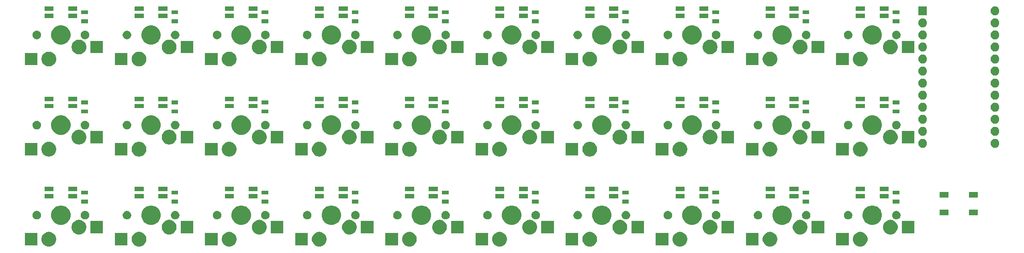
<source format=gbr>
G04 #@! TF.GenerationSoftware,KiCad,Pcbnew,5.1.5-52549c5~84~ubuntu19.10.1*
G04 #@! TF.CreationDate,2020-02-17T22:45:33-08:00*
G04 #@! TF.ProjectId,keycad,6b657963-6164-42e6-9b69-6361645f7063,rev?*
G04 #@! TF.SameCoordinates,Original*
G04 #@! TF.FileFunction,Soldermask,Bot*
G04 #@! TF.FilePolarity,Negative*
%FSLAX46Y46*%
G04 Gerber Fmt 4.6, Leading zero omitted, Abs format (unit mm)*
G04 Created by KiCad (PCBNEW 5.1.5-52549c5~84~ubuntu19.10.1) date 2020-02-17 22:45:33*
%MOMM*%
%LPD*%
G04 APERTURE LIST*
%ADD10C,0.150000*%
G04 APERTURE END LIST*
D10*
G36*
X168762585Y-41558802D02*
G01*
X168912410Y-41588604D01*
X169194674Y-41705521D01*
X169448705Y-41875259D01*
X169664741Y-42091295D01*
X169834479Y-42345326D01*
X169951396Y-42627590D01*
X170011000Y-42927240D01*
X170011000Y-43232760D01*
X169951396Y-43532410D01*
X169834479Y-43814674D01*
X169664741Y-44068705D01*
X169448705Y-44284741D01*
X169194674Y-44454479D01*
X168912410Y-44571396D01*
X168762585Y-44601198D01*
X168612761Y-44631000D01*
X168307239Y-44631000D01*
X168157415Y-44601198D01*
X168007590Y-44571396D01*
X167725326Y-44454479D01*
X167471295Y-44284741D01*
X167255259Y-44068705D01*
X167085521Y-43814674D01*
X166968604Y-43532410D01*
X166909000Y-43232760D01*
X166909000Y-42927240D01*
X166968604Y-42627590D01*
X167085521Y-42345326D01*
X167255259Y-42091295D01*
X167471295Y-41875259D01*
X167725326Y-41705521D01*
X168007590Y-41588604D01*
X168157415Y-41558802D01*
X168307239Y-41529000D01*
X168612761Y-41529000D01*
X168762585Y-41558802D01*
G37*
G36*
X149762585Y-41558802D02*
G01*
X149912410Y-41588604D01*
X150194674Y-41705521D01*
X150448705Y-41875259D01*
X150664741Y-42091295D01*
X150834479Y-42345326D01*
X150951396Y-42627590D01*
X151011000Y-42927240D01*
X151011000Y-43232760D01*
X150951396Y-43532410D01*
X150834479Y-43814674D01*
X150664741Y-44068705D01*
X150448705Y-44284741D01*
X150194674Y-44454479D01*
X149912410Y-44571396D01*
X149762585Y-44601198D01*
X149612761Y-44631000D01*
X149307239Y-44631000D01*
X149157415Y-44601198D01*
X149007590Y-44571396D01*
X148725326Y-44454479D01*
X148471295Y-44284741D01*
X148255259Y-44068705D01*
X148085521Y-43814674D01*
X147968604Y-43532410D01*
X147909000Y-43232760D01*
X147909000Y-42927240D01*
X147968604Y-42627590D01*
X148085521Y-42345326D01*
X148255259Y-42091295D01*
X148471295Y-41875259D01*
X148725326Y-41705521D01*
X149007590Y-41588604D01*
X149157415Y-41558802D01*
X149307239Y-41529000D01*
X149612761Y-41529000D01*
X149762585Y-41558802D01*
G37*
G36*
X-2237415Y-41558802D02*
G01*
X-2087590Y-41588604D01*
X-1805326Y-41705521D01*
X-1551295Y-41875259D01*
X-1335259Y-42091295D01*
X-1165521Y-42345326D01*
X-1048604Y-42627590D01*
X-989000Y-42927240D01*
X-989000Y-43232760D01*
X-1048604Y-43532410D01*
X-1165521Y-43814674D01*
X-1335259Y-44068705D01*
X-1551295Y-44284741D01*
X-1805326Y-44454479D01*
X-2087590Y-44571396D01*
X-2237415Y-44601198D01*
X-2387239Y-44631000D01*
X-2692761Y-44631000D01*
X-2842585Y-44601198D01*
X-2992410Y-44571396D01*
X-3274674Y-44454479D01*
X-3528705Y-44284741D01*
X-3744741Y-44068705D01*
X-3914479Y-43814674D01*
X-4031396Y-43532410D01*
X-4091000Y-43232760D01*
X-4091000Y-42927240D01*
X-4031396Y-42627590D01*
X-3914479Y-42345326D01*
X-3744741Y-42091295D01*
X-3528705Y-41875259D01*
X-3274674Y-41705521D01*
X-2992410Y-41588604D01*
X-2842585Y-41558802D01*
X-2692761Y-41529000D01*
X-2387239Y-41529000D01*
X-2237415Y-41558802D01*
G37*
G36*
X16762585Y-41558802D02*
G01*
X16912410Y-41588604D01*
X17194674Y-41705521D01*
X17448705Y-41875259D01*
X17664741Y-42091295D01*
X17834479Y-42345326D01*
X17951396Y-42627590D01*
X18011000Y-42927240D01*
X18011000Y-43232760D01*
X17951396Y-43532410D01*
X17834479Y-43814674D01*
X17664741Y-44068705D01*
X17448705Y-44284741D01*
X17194674Y-44454479D01*
X16912410Y-44571396D01*
X16762585Y-44601198D01*
X16612761Y-44631000D01*
X16307239Y-44631000D01*
X16157415Y-44601198D01*
X16007590Y-44571396D01*
X15725326Y-44454479D01*
X15471295Y-44284741D01*
X15255259Y-44068705D01*
X15085521Y-43814674D01*
X14968604Y-43532410D01*
X14909000Y-43232760D01*
X14909000Y-42927240D01*
X14968604Y-42627590D01*
X15085521Y-42345326D01*
X15255259Y-42091295D01*
X15471295Y-41875259D01*
X15725326Y-41705521D01*
X16007590Y-41588604D01*
X16157415Y-41558802D01*
X16307239Y-41529000D01*
X16612761Y-41529000D01*
X16762585Y-41558802D01*
G37*
G36*
X35762585Y-41558802D02*
G01*
X35912410Y-41588604D01*
X36194674Y-41705521D01*
X36448705Y-41875259D01*
X36664741Y-42091295D01*
X36834479Y-42345326D01*
X36951396Y-42627590D01*
X37011000Y-42927240D01*
X37011000Y-43232760D01*
X36951396Y-43532410D01*
X36834479Y-43814674D01*
X36664741Y-44068705D01*
X36448705Y-44284741D01*
X36194674Y-44454479D01*
X35912410Y-44571396D01*
X35762585Y-44601198D01*
X35612761Y-44631000D01*
X35307239Y-44631000D01*
X35157415Y-44601198D01*
X35007590Y-44571396D01*
X34725326Y-44454479D01*
X34471295Y-44284741D01*
X34255259Y-44068705D01*
X34085521Y-43814674D01*
X33968604Y-43532410D01*
X33909000Y-43232760D01*
X33909000Y-42927240D01*
X33968604Y-42627590D01*
X34085521Y-42345326D01*
X34255259Y-42091295D01*
X34471295Y-41875259D01*
X34725326Y-41705521D01*
X35007590Y-41588604D01*
X35157415Y-41558802D01*
X35307239Y-41529000D01*
X35612761Y-41529000D01*
X35762585Y-41558802D01*
G37*
G36*
X54762585Y-41558802D02*
G01*
X54912410Y-41588604D01*
X55194674Y-41705521D01*
X55448705Y-41875259D01*
X55664741Y-42091295D01*
X55834479Y-42345326D01*
X55951396Y-42627590D01*
X56011000Y-42927240D01*
X56011000Y-43232760D01*
X55951396Y-43532410D01*
X55834479Y-43814674D01*
X55664741Y-44068705D01*
X55448705Y-44284741D01*
X55194674Y-44454479D01*
X54912410Y-44571396D01*
X54762585Y-44601198D01*
X54612761Y-44631000D01*
X54307239Y-44631000D01*
X54157415Y-44601198D01*
X54007590Y-44571396D01*
X53725326Y-44454479D01*
X53471295Y-44284741D01*
X53255259Y-44068705D01*
X53085521Y-43814674D01*
X52968604Y-43532410D01*
X52909000Y-43232760D01*
X52909000Y-42927240D01*
X52968604Y-42627590D01*
X53085521Y-42345326D01*
X53255259Y-42091295D01*
X53471295Y-41875259D01*
X53725326Y-41705521D01*
X54007590Y-41588604D01*
X54157415Y-41558802D01*
X54307239Y-41529000D01*
X54612761Y-41529000D01*
X54762585Y-41558802D01*
G37*
G36*
X92762585Y-41558802D02*
G01*
X92912410Y-41588604D01*
X93194674Y-41705521D01*
X93448705Y-41875259D01*
X93664741Y-42091295D01*
X93834479Y-42345326D01*
X93951396Y-42627590D01*
X94011000Y-42927240D01*
X94011000Y-43232760D01*
X93951396Y-43532410D01*
X93834479Y-43814674D01*
X93664741Y-44068705D01*
X93448705Y-44284741D01*
X93194674Y-44454479D01*
X92912410Y-44571396D01*
X92762585Y-44601198D01*
X92612761Y-44631000D01*
X92307239Y-44631000D01*
X92157415Y-44601198D01*
X92007590Y-44571396D01*
X91725326Y-44454479D01*
X91471295Y-44284741D01*
X91255259Y-44068705D01*
X91085521Y-43814674D01*
X90968604Y-43532410D01*
X90909000Y-43232760D01*
X90909000Y-42927240D01*
X90968604Y-42627590D01*
X91085521Y-42345326D01*
X91255259Y-42091295D01*
X91471295Y-41875259D01*
X91725326Y-41705521D01*
X92007590Y-41588604D01*
X92157415Y-41558802D01*
X92307239Y-41529000D01*
X92612761Y-41529000D01*
X92762585Y-41558802D01*
G37*
G36*
X111762585Y-41558802D02*
G01*
X111912410Y-41588604D01*
X112194674Y-41705521D01*
X112448705Y-41875259D01*
X112664741Y-42091295D01*
X112834479Y-42345326D01*
X112951396Y-42627590D01*
X113011000Y-42927240D01*
X113011000Y-43232760D01*
X112951396Y-43532410D01*
X112834479Y-43814674D01*
X112664741Y-44068705D01*
X112448705Y-44284741D01*
X112194674Y-44454479D01*
X111912410Y-44571396D01*
X111762585Y-44601198D01*
X111612761Y-44631000D01*
X111307239Y-44631000D01*
X111157415Y-44601198D01*
X111007590Y-44571396D01*
X110725326Y-44454479D01*
X110471295Y-44284741D01*
X110255259Y-44068705D01*
X110085521Y-43814674D01*
X109968604Y-43532410D01*
X109909000Y-43232760D01*
X109909000Y-42927240D01*
X109968604Y-42627590D01*
X110085521Y-42345326D01*
X110255259Y-42091295D01*
X110471295Y-41875259D01*
X110725326Y-41705521D01*
X111007590Y-41588604D01*
X111157415Y-41558802D01*
X111307239Y-41529000D01*
X111612761Y-41529000D01*
X111762585Y-41558802D01*
G37*
G36*
X130762585Y-41558802D02*
G01*
X130912410Y-41588604D01*
X131194674Y-41705521D01*
X131448705Y-41875259D01*
X131664741Y-42091295D01*
X131834479Y-42345326D01*
X131951396Y-42627590D01*
X132011000Y-42927240D01*
X132011000Y-43232760D01*
X131951396Y-43532410D01*
X131834479Y-43814674D01*
X131664741Y-44068705D01*
X131448705Y-44284741D01*
X131194674Y-44454479D01*
X130912410Y-44571396D01*
X130762585Y-44601198D01*
X130612761Y-44631000D01*
X130307239Y-44631000D01*
X130157415Y-44601198D01*
X130007590Y-44571396D01*
X129725326Y-44454479D01*
X129471295Y-44284741D01*
X129255259Y-44068705D01*
X129085521Y-43814674D01*
X128968604Y-43532410D01*
X128909000Y-43232760D01*
X128909000Y-42927240D01*
X128968604Y-42627590D01*
X129085521Y-42345326D01*
X129255259Y-42091295D01*
X129471295Y-41875259D01*
X129725326Y-41705521D01*
X130007590Y-41588604D01*
X130157415Y-41558802D01*
X130307239Y-41529000D01*
X130612761Y-41529000D01*
X130762585Y-41558802D01*
G37*
G36*
X73762585Y-41558802D02*
G01*
X73912410Y-41588604D01*
X74194674Y-41705521D01*
X74448705Y-41875259D01*
X74664741Y-42091295D01*
X74834479Y-42345326D01*
X74951396Y-42627590D01*
X75011000Y-42927240D01*
X75011000Y-43232760D01*
X74951396Y-43532410D01*
X74834479Y-43814674D01*
X74664741Y-44068705D01*
X74448705Y-44284741D01*
X74194674Y-44454479D01*
X73912410Y-44571396D01*
X73762585Y-44601198D01*
X73612761Y-44631000D01*
X73307239Y-44631000D01*
X73157415Y-44601198D01*
X73007590Y-44571396D01*
X72725326Y-44454479D01*
X72471295Y-44284741D01*
X72255259Y-44068705D01*
X72085521Y-43814674D01*
X71968604Y-43532410D01*
X71909000Y-43232760D01*
X71909000Y-42927240D01*
X71968604Y-42627590D01*
X72085521Y-42345326D01*
X72255259Y-42091295D01*
X72471295Y-41875259D01*
X72725326Y-41705521D01*
X73007590Y-41588604D01*
X73157415Y-41558802D01*
X73307239Y-41529000D01*
X73612761Y-41529000D01*
X73762585Y-41558802D01*
G37*
G36*
X147036000Y-44381000D02*
G01*
X144384000Y-44381000D01*
X144384000Y-41779000D01*
X147036000Y-41779000D01*
X147036000Y-44381000D01*
G37*
G36*
X-4964000Y-44381000D02*
G01*
X-7616000Y-44381000D01*
X-7616000Y-41779000D01*
X-4964000Y-41779000D01*
X-4964000Y-44381000D01*
G37*
G36*
X14036000Y-44381000D02*
G01*
X11384000Y-44381000D01*
X11384000Y-41779000D01*
X14036000Y-41779000D01*
X14036000Y-44381000D01*
G37*
G36*
X166036000Y-44381000D02*
G01*
X163384000Y-44381000D01*
X163384000Y-41779000D01*
X166036000Y-41779000D01*
X166036000Y-44381000D01*
G37*
G36*
X33036000Y-44381000D02*
G01*
X30384000Y-44381000D01*
X30384000Y-41779000D01*
X33036000Y-41779000D01*
X33036000Y-44381000D01*
G37*
G36*
X128036000Y-44381000D02*
G01*
X125384000Y-44381000D01*
X125384000Y-41779000D01*
X128036000Y-41779000D01*
X128036000Y-44381000D01*
G37*
G36*
X52036000Y-44381000D02*
G01*
X49384000Y-44381000D01*
X49384000Y-41779000D01*
X52036000Y-41779000D01*
X52036000Y-44381000D01*
G37*
G36*
X109036000Y-44381000D02*
G01*
X106384000Y-44381000D01*
X106384000Y-41779000D01*
X109036000Y-41779000D01*
X109036000Y-44381000D01*
G37*
G36*
X90036000Y-44381000D02*
G01*
X87384000Y-44381000D01*
X87384000Y-41779000D01*
X90036000Y-41779000D01*
X90036000Y-44381000D01*
G37*
G36*
X71036000Y-44381000D02*
G01*
X68384000Y-44381000D01*
X68384000Y-41779000D01*
X71036000Y-41779000D01*
X71036000Y-44381000D01*
G37*
G36*
X175112585Y-39018802D02*
G01*
X175262410Y-39048604D01*
X175544674Y-39165521D01*
X175798705Y-39335259D01*
X176014741Y-39551295D01*
X176184479Y-39805326D01*
X176301396Y-40087590D01*
X176361000Y-40387240D01*
X176361000Y-40692760D01*
X176301396Y-40992410D01*
X176184479Y-41274674D01*
X176014741Y-41528705D01*
X175798705Y-41744741D01*
X175544674Y-41914479D01*
X175262410Y-42031396D01*
X175112585Y-42061198D01*
X174962761Y-42091000D01*
X174657239Y-42091000D01*
X174507415Y-42061198D01*
X174357590Y-42031396D01*
X174075326Y-41914479D01*
X173821295Y-41744741D01*
X173605259Y-41528705D01*
X173435521Y-41274674D01*
X173318604Y-40992410D01*
X173259000Y-40692760D01*
X173259000Y-40387240D01*
X173318604Y-40087590D01*
X173435521Y-39805326D01*
X173605259Y-39551295D01*
X173821295Y-39335259D01*
X174075326Y-39165521D01*
X174357590Y-39048604D01*
X174507415Y-39018802D01*
X174657239Y-38989000D01*
X174962761Y-38989000D01*
X175112585Y-39018802D01*
G37*
G36*
X99112585Y-39018802D02*
G01*
X99262410Y-39048604D01*
X99544674Y-39165521D01*
X99798705Y-39335259D01*
X100014741Y-39551295D01*
X100184479Y-39805326D01*
X100301396Y-40087590D01*
X100361000Y-40387240D01*
X100361000Y-40692760D01*
X100301396Y-40992410D01*
X100184479Y-41274674D01*
X100014741Y-41528705D01*
X99798705Y-41744741D01*
X99544674Y-41914479D01*
X99262410Y-42031396D01*
X99112585Y-42061198D01*
X98962761Y-42091000D01*
X98657239Y-42091000D01*
X98507415Y-42061198D01*
X98357590Y-42031396D01*
X98075326Y-41914479D01*
X97821295Y-41744741D01*
X97605259Y-41528705D01*
X97435521Y-41274674D01*
X97318604Y-40992410D01*
X97259000Y-40692760D01*
X97259000Y-40387240D01*
X97318604Y-40087590D01*
X97435521Y-39805326D01*
X97605259Y-39551295D01*
X97821295Y-39335259D01*
X98075326Y-39165521D01*
X98357590Y-39048604D01*
X98507415Y-39018802D01*
X98657239Y-38989000D01*
X98962761Y-38989000D01*
X99112585Y-39018802D01*
G37*
G36*
X118112585Y-39018802D02*
G01*
X118262410Y-39048604D01*
X118544674Y-39165521D01*
X118798705Y-39335259D01*
X119014741Y-39551295D01*
X119184479Y-39805326D01*
X119301396Y-40087590D01*
X119361000Y-40387240D01*
X119361000Y-40692760D01*
X119301396Y-40992410D01*
X119184479Y-41274674D01*
X119014741Y-41528705D01*
X118798705Y-41744741D01*
X118544674Y-41914479D01*
X118262410Y-42031396D01*
X118112585Y-42061198D01*
X117962761Y-42091000D01*
X117657239Y-42091000D01*
X117507415Y-42061198D01*
X117357590Y-42031396D01*
X117075326Y-41914479D01*
X116821295Y-41744741D01*
X116605259Y-41528705D01*
X116435521Y-41274674D01*
X116318604Y-40992410D01*
X116259000Y-40692760D01*
X116259000Y-40387240D01*
X116318604Y-40087590D01*
X116435521Y-39805326D01*
X116605259Y-39551295D01*
X116821295Y-39335259D01*
X117075326Y-39165521D01*
X117357590Y-39048604D01*
X117507415Y-39018802D01*
X117657239Y-38989000D01*
X117962761Y-38989000D01*
X118112585Y-39018802D01*
G37*
G36*
X137112585Y-39018802D02*
G01*
X137262410Y-39048604D01*
X137544674Y-39165521D01*
X137798705Y-39335259D01*
X138014741Y-39551295D01*
X138184479Y-39805326D01*
X138301396Y-40087590D01*
X138361000Y-40387240D01*
X138361000Y-40692760D01*
X138301396Y-40992410D01*
X138184479Y-41274674D01*
X138014741Y-41528705D01*
X137798705Y-41744741D01*
X137544674Y-41914479D01*
X137262410Y-42031396D01*
X137112585Y-42061198D01*
X136962761Y-42091000D01*
X136657239Y-42091000D01*
X136507415Y-42061198D01*
X136357590Y-42031396D01*
X136075326Y-41914479D01*
X135821295Y-41744741D01*
X135605259Y-41528705D01*
X135435521Y-41274674D01*
X135318604Y-40992410D01*
X135259000Y-40692760D01*
X135259000Y-40387240D01*
X135318604Y-40087590D01*
X135435521Y-39805326D01*
X135605259Y-39551295D01*
X135821295Y-39335259D01*
X136075326Y-39165521D01*
X136357590Y-39048604D01*
X136507415Y-39018802D01*
X136657239Y-38989000D01*
X136962761Y-38989000D01*
X137112585Y-39018802D01*
G37*
G36*
X42112585Y-39018802D02*
G01*
X42262410Y-39048604D01*
X42544674Y-39165521D01*
X42798705Y-39335259D01*
X43014741Y-39551295D01*
X43184479Y-39805326D01*
X43301396Y-40087590D01*
X43361000Y-40387240D01*
X43361000Y-40692760D01*
X43301396Y-40992410D01*
X43184479Y-41274674D01*
X43014741Y-41528705D01*
X42798705Y-41744741D01*
X42544674Y-41914479D01*
X42262410Y-42031396D01*
X42112585Y-42061198D01*
X41962761Y-42091000D01*
X41657239Y-42091000D01*
X41507415Y-42061198D01*
X41357590Y-42031396D01*
X41075326Y-41914479D01*
X40821295Y-41744741D01*
X40605259Y-41528705D01*
X40435521Y-41274674D01*
X40318604Y-40992410D01*
X40259000Y-40692760D01*
X40259000Y-40387240D01*
X40318604Y-40087590D01*
X40435521Y-39805326D01*
X40605259Y-39551295D01*
X40821295Y-39335259D01*
X41075326Y-39165521D01*
X41357590Y-39048604D01*
X41507415Y-39018802D01*
X41657239Y-38989000D01*
X41962761Y-38989000D01*
X42112585Y-39018802D01*
G37*
G36*
X61112585Y-39018802D02*
G01*
X61262410Y-39048604D01*
X61544674Y-39165521D01*
X61798705Y-39335259D01*
X62014741Y-39551295D01*
X62184479Y-39805326D01*
X62301396Y-40087590D01*
X62361000Y-40387240D01*
X62361000Y-40692760D01*
X62301396Y-40992410D01*
X62184479Y-41274674D01*
X62014741Y-41528705D01*
X61798705Y-41744741D01*
X61544674Y-41914479D01*
X61262410Y-42031396D01*
X61112585Y-42061198D01*
X60962761Y-42091000D01*
X60657239Y-42091000D01*
X60507415Y-42061198D01*
X60357590Y-42031396D01*
X60075326Y-41914479D01*
X59821295Y-41744741D01*
X59605259Y-41528705D01*
X59435521Y-41274674D01*
X59318604Y-40992410D01*
X59259000Y-40692760D01*
X59259000Y-40387240D01*
X59318604Y-40087590D01*
X59435521Y-39805326D01*
X59605259Y-39551295D01*
X59821295Y-39335259D01*
X60075326Y-39165521D01*
X60357590Y-39048604D01*
X60507415Y-39018802D01*
X60657239Y-38989000D01*
X60962761Y-38989000D01*
X61112585Y-39018802D01*
G37*
G36*
X23112585Y-39018802D02*
G01*
X23262410Y-39048604D01*
X23544674Y-39165521D01*
X23798705Y-39335259D01*
X24014741Y-39551295D01*
X24184479Y-39805326D01*
X24301396Y-40087590D01*
X24361000Y-40387240D01*
X24361000Y-40692760D01*
X24301396Y-40992410D01*
X24184479Y-41274674D01*
X24014741Y-41528705D01*
X23798705Y-41744741D01*
X23544674Y-41914479D01*
X23262410Y-42031396D01*
X23112585Y-42061198D01*
X22962761Y-42091000D01*
X22657239Y-42091000D01*
X22507415Y-42061198D01*
X22357590Y-42031396D01*
X22075326Y-41914479D01*
X21821295Y-41744741D01*
X21605259Y-41528705D01*
X21435521Y-41274674D01*
X21318604Y-40992410D01*
X21259000Y-40692760D01*
X21259000Y-40387240D01*
X21318604Y-40087590D01*
X21435521Y-39805326D01*
X21605259Y-39551295D01*
X21821295Y-39335259D01*
X22075326Y-39165521D01*
X22357590Y-39048604D01*
X22507415Y-39018802D01*
X22657239Y-38989000D01*
X22962761Y-38989000D01*
X23112585Y-39018802D01*
G37*
G36*
X80112585Y-39018802D02*
G01*
X80262410Y-39048604D01*
X80544674Y-39165521D01*
X80798705Y-39335259D01*
X81014741Y-39551295D01*
X81184479Y-39805326D01*
X81301396Y-40087590D01*
X81361000Y-40387240D01*
X81361000Y-40692760D01*
X81301396Y-40992410D01*
X81184479Y-41274674D01*
X81014741Y-41528705D01*
X80798705Y-41744741D01*
X80544674Y-41914479D01*
X80262410Y-42031396D01*
X80112585Y-42061198D01*
X79962761Y-42091000D01*
X79657239Y-42091000D01*
X79507415Y-42061198D01*
X79357590Y-42031396D01*
X79075326Y-41914479D01*
X78821295Y-41744741D01*
X78605259Y-41528705D01*
X78435521Y-41274674D01*
X78318604Y-40992410D01*
X78259000Y-40692760D01*
X78259000Y-40387240D01*
X78318604Y-40087590D01*
X78435521Y-39805326D01*
X78605259Y-39551295D01*
X78821295Y-39335259D01*
X79075326Y-39165521D01*
X79357590Y-39048604D01*
X79507415Y-39018802D01*
X79657239Y-38989000D01*
X79962761Y-38989000D01*
X80112585Y-39018802D01*
G37*
G36*
X4112585Y-39018802D02*
G01*
X4262410Y-39048604D01*
X4544674Y-39165521D01*
X4798705Y-39335259D01*
X5014741Y-39551295D01*
X5184479Y-39805326D01*
X5301396Y-40087590D01*
X5361000Y-40387240D01*
X5361000Y-40692760D01*
X5301396Y-40992410D01*
X5184479Y-41274674D01*
X5014741Y-41528705D01*
X4798705Y-41744741D01*
X4544674Y-41914479D01*
X4262410Y-42031396D01*
X4112585Y-42061198D01*
X3962761Y-42091000D01*
X3657239Y-42091000D01*
X3507415Y-42061198D01*
X3357590Y-42031396D01*
X3075326Y-41914479D01*
X2821295Y-41744741D01*
X2605259Y-41528705D01*
X2435521Y-41274674D01*
X2318604Y-40992410D01*
X2259000Y-40692760D01*
X2259000Y-40387240D01*
X2318604Y-40087590D01*
X2435521Y-39805326D01*
X2605259Y-39551295D01*
X2821295Y-39335259D01*
X3075326Y-39165521D01*
X3357590Y-39048604D01*
X3507415Y-39018802D01*
X3657239Y-38989000D01*
X3962761Y-38989000D01*
X4112585Y-39018802D01*
G37*
G36*
X156112585Y-39018802D02*
G01*
X156262410Y-39048604D01*
X156544674Y-39165521D01*
X156798705Y-39335259D01*
X157014741Y-39551295D01*
X157184479Y-39805326D01*
X157301396Y-40087590D01*
X157361000Y-40387240D01*
X157361000Y-40692760D01*
X157301396Y-40992410D01*
X157184479Y-41274674D01*
X157014741Y-41528705D01*
X156798705Y-41744741D01*
X156544674Y-41914479D01*
X156262410Y-42031396D01*
X156112585Y-42061198D01*
X155962761Y-42091000D01*
X155657239Y-42091000D01*
X155507415Y-42061198D01*
X155357590Y-42031396D01*
X155075326Y-41914479D01*
X154821295Y-41744741D01*
X154605259Y-41528705D01*
X154435521Y-41274674D01*
X154318604Y-40992410D01*
X154259000Y-40692760D01*
X154259000Y-40387240D01*
X154318604Y-40087590D01*
X154435521Y-39805326D01*
X154605259Y-39551295D01*
X154821295Y-39335259D01*
X155075326Y-39165521D01*
X155357590Y-39048604D01*
X155507415Y-39018802D01*
X155657239Y-38989000D01*
X155962761Y-38989000D01*
X156112585Y-39018802D01*
G37*
G36*
X65886000Y-41841000D02*
G01*
X63234000Y-41841000D01*
X63234000Y-39239000D01*
X65886000Y-39239000D01*
X65886000Y-41841000D01*
G37*
G36*
X27886000Y-41841000D02*
G01*
X25234000Y-41841000D01*
X25234000Y-39239000D01*
X27886000Y-39239000D01*
X27886000Y-41841000D01*
G37*
G36*
X8886000Y-41841000D02*
G01*
X6234000Y-41841000D01*
X6234000Y-39239000D01*
X8886000Y-39239000D01*
X8886000Y-41841000D01*
G37*
G36*
X160886000Y-41841000D02*
G01*
X158234000Y-41841000D01*
X158234000Y-39239000D01*
X160886000Y-39239000D01*
X160886000Y-41841000D01*
G37*
G36*
X84886000Y-41841000D02*
G01*
X82234000Y-41841000D01*
X82234000Y-39239000D01*
X84886000Y-39239000D01*
X84886000Y-41841000D01*
G37*
G36*
X141886000Y-41841000D02*
G01*
X139234000Y-41841000D01*
X139234000Y-39239000D01*
X141886000Y-39239000D01*
X141886000Y-41841000D01*
G37*
G36*
X46886000Y-41841000D02*
G01*
X44234000Y-41841000D01*
X44234000Y-39239000D01*
X46886000Y-39239000D01*
X46886000Y-41841000D01*
G37*
G36*
X122886000Y-41841000D02*
G01*
X120234000Y-41841000D01*
X120234000Y-39239000D01*
X122886000Y-39239000D01*
X122886000Y-41841000D01*
G37*
G36*
X103886000Y-41841000D02*
G01*
X101234000Y-41841000D01*
X101234000Y-39239000D01*
X103886000Y-39239000D01*
X103886000Y-41841000D01*
G37*
G36*
X179886000Y-41841000D02*
G01*
X177234000Y-41841000D01*
X177234000Y-39239000D01*
X179886000Y-39239000D01*
X179886000Y-41841000D01*
G37*
G36*
X57596474Y-36033684D02*
G01*
X57814474Y-36123983D01*
X57968623Y-36187833D01*
X58303548Y-36411623D01*
X58588377Y-36696452D01*
X58812167Y-37031377D01*
X58876017Y-37185526D01*
X58966316Y-37403526D01*
X59044900Y-37798594D01*
X59044900Y-38201406D01*
X58966316Y-38596474D01*
X58882322Y-38799253D01*
X58812167Y-38968623D01*
X58588377Y-39303548D01*
X58303548Y-39588377D01*
X57968623Y-39812167D01*
X57814474Y-39876017D01*
X57596474Y-39966316D01*
X57201406Y-40044900D01*
X56798594Y-40044900D01*
X56403526Y-39966316D01*
X56185526Y-39876017D01*
X56031377Y-39812167D01*
X55696452Y-39588377D01*
X55411623Y-39303548D01*
X55187833Y-38968623D01*
X55117678Y-38799253D01*
X55033684Y-38596474D01*
X54955100Y-38201406D01*
X54955100Y-37798594D01*
X55033684Y-37403526D01*
X55123983Y-37185526D01*
X55187833Y-37031377D01*
X55411623Y-36696452D01*
X55696452Y-36411623D01*
X56031377Y-36187833D01*
X56185526Y-36123983D01*
X56403526Y-36033684D01*
X56798594Y-35955100D01*
X57201406Y-35955100D01*
X57596474Y-36033684D01*
G37*
G36*
X19596474Y-36033684D02*
G01*
X19814474Y-36123983D01*
X19968623Y-36187833D01*
X20303548Y-36411623D01*
X20588377Y-36696452D01*
X20812167Y-37031377D01*
X20876017Y-37185526D01*
X20966316Y-37403526D01*
X21044900Y-37798594D01*
X21044900Y-38201406D01*
X20966316Y-38596474D01*
X20882322Y-38799253D01*
X20812167Y-38968623D01*
X20588377Y-39303548D01*
X20303548Y-39588377D01*
X19968623Y-39812167D01*
X19814474Y-39876017D01*
X19596474Y-39966316D01*
X19201406Y-40044900D01*
X18798594Y-40044900D01*
X18403526Y-39966316D01*
X18185526Y-39876017D01*
X18031377Y-39812167D01*
X17696452Y-39588377D01*
X17411623Y-39303548D01*
X17187833Y-38968623D01*
X17117678Y-38799253D01*
X17033684Y-38596474D01*
X16955100Y-38201406D01*
X16955100Y-37798594D01*
X17033684Y-37403526D01*
X17123983Y-37185526D01*
X17187833Y-37031377D01*
X17411623Y-36696452D01*
X17696452Y-36411623D01*
X18031377Y-36187833D01*
X18185526Y-36123983D01*
X18403526Y-36033684D01*
X18798594Y-35955100D01*
X19201406Y-35955100D01*
X19596474Y-36033684D01*
G37*
G36*
X38596474Y-36033684D02*
G01*
X38814474Y-36123983D01*
X38968623Y-36187833D01*
X39303548Y-36411623D01*
X39588377Y-36696452D01*
X39812167Y-37031377D01*
X39876017Y-37185526D01*
X39966316Y-37403526D01*
X40044900Y-37798594D01*
X40044900Y-38201406D01*
X39966316Y-38596474D01*
X39882322Y-38799253D01*
X39812167Y-38968623D01*
X39588377Y-39303548D01*
X39303548Y-39588377D01*
X38968623Y-39812167D01*
X38814474Y-39876017D01*
X38596474Y-39966316D01*
X38201406Y-40044900D01*
X37798594Y-40044900D01*
X37403526Y-39966316D01*
X37185526Y-39876017D01*
X37031377Y-39812167D01*
X36696452Y-39588377D01*
X36411623Y-39303548D01*
X36187833Y-38968623D01*
X36117678Y-38799253D01*
X36033684Y-38596474D01*
X35955100Y-38201406D01*
X35955100Y-37798594D01*
X36033684Y-37403526D01*
X36123983Y-37185526D01*
X36187833Y-37031377D01*
X36411623Y-36696452D01*
X36696452Y-36411623D01*
X37031377Y-36187833D01*
X37185526Y-36123983D01*
X37403526Y-36033684D01*
X37798594Y-35955100D01*
X38201406Y-35955100D01*
X38596474Y-36033684D01*
G37*
G36*
X76596474Y-36033684D02*
G01*
X76814474Y-36123983D01*
X76968623Y-36187833D01*
X77303548Y-36411623D01*
X77588377Y-36696452D01*
X77812167Y-37031377D01*
X77876017Y-37185526D01*
X77966316Y-37403526D01*
X78044900Y-37798594D01*
X78044900Y-38201406D01*
X77966316Y-38596474D01*
X77882322Y-38799253D01*
X77812167Y-38968623D01*
X77588377Y-39303548D01*
X77303548Y-39588377D01*
X76968623Y-39812167D01*
X76814474Y-39876017D01*
X76596474Y-39966316D01*
X76201406Y-40044900D01*
X75798594Y-40044900D01*
X75403526Y-39966316D01*
X75185526Y-39876017D01*
X75031377Y-39812167D01*
X74696452Y-39588377D01*
X74411623Y-39303548D01*
X74187833Y-38968623D01*
X74117678Y-38799253D01*
X74033684Y-38596474D01*
X73955100Y-38201406D01*
X73955100Y-37798594D01*
X74033684Y-37403526D01*
X74123983Y-37185526D01*
X74187833Y-37031377D01*
X74411623Y-36696452D01*
X74696452Y-36411623D01*
X75031377Y-36187833D01*
X75185526Y-36123983D01*
X75403526Y-36033684D01*
X75798594Y-35955100D01*
X76201406Y-35955100D01*
X76596474Y-36033684D01*
G37*
G36*
X114596474Y-36033684D02*
G01*
X114814474Y-36123983D01*
X114968623Y-36187833D01*
X115303548Y-36411623D01*
X115588377Y-36696452D01*
X115812167Y-37031377D01*
X115876017Y-37185526D01*
X115966316Y-37403526D01*
X116044900Y-37798594D01*
X116044900Y-38201406D01*
X115966316Y-38596474D01*
X115882322Y-38799253D01*
X115812167Y-38968623D01*
X115588377Y-39303548D01*
X115303548Y-39588377D01*
X114968623Y-39812167D01*
X114814474Y-39876017D01*
X114596474Y-39966316D01*
X114201406Y-40044900D01*
X113798594Y-40044900D01*
X113403526Y-39966316D01*
X113185526Y-39876017D01*
X113031377Y-39812167D01*
X112696452Y-39588377D01*
X112411623Y-39303548D01*
X112187833Y-38968623D01*
X112117678Y-38799253D01*
X112033684Y-38596474D01*
X111955100Y-38201406D01*
X111955100Y-37798594D01*
X112033684Y-37403526D01*
X112123983Y-37185526D01*
X112187833Y-37031377D01*
X112411623Y-36696452D01*
X112696452Y-36411623D01*
X113031377Y-36187833D01*
X113185526Y-36123983D01*
X113403526Y-36033684D01*
X113798594Y-35955100D01*
X114201406Y-35955100D01*
X114596474Y-36033684D01*
G37*
G36*
X596474Y-36033684D02*
G01*
X814474Y-36123983D01*
X968623Y-36187833D01*
X1303548Y-36411623D01*
X1588377Y-36696452D01*
X1812167Y-37031377D01*
X1876017Y-37185526D01*
X1966316Y-37403526D01*
X2044900Y-37798594D01*
X2044900Y-38201406D01*
X1966316Y-38596474D01*
X1882322Y-38799253D01*
X1812167Y-38968623D01*
X1588377Y-39303548D01*
X1303548Y-39588377D01*
X968623Y-39812167D01*
X814474Y-39876017D01*
X596474Y-39966316D01*
X201406Y-40044900D01*
X-201406Y-40044900D01*
X-596474Y-39966316D01*
X-814474Y-39876017D01*
X-968623Y-39812167D01*
X-1303548Y-39588377D01*
X-1588377Y-39303548D01*
X-1812167Y-38968623D01*
X-1882322Y-38799253D01*
X-1966316Y-38596474D01*
X-2044900Y-38201406D01*
X-2044900Y-37798594D01*
X-1966316Y-37403526D01*
X-1876017Y-37185526D01*
X-1812167Y-37031377D01*
X-1588377Y-36696452D01*
X-1303548Y-36411623D01*
X-968623Y-36187833D01*
X-814474Y-36123983D01*
X-596474Y-36033684D01*
X-201406Y-35955100D01*
X201406Y-35955100D01*
X596474Y-36033684D01*
G37*
G36*
X152596474Y-36033684D02*
G01*
X152814474Y-36123983D01*
X152968623Y-36187833D01*
X153303548Y-36411623D01*
X153588377Y-36696452D01*
X153812167Y-37031377D01*
X153876017Y-37185526D01*
X153966316Y-37403526D01*
X154044900Y-37798594D01*
X154044900Y-38201406D01*
X153966316Y-38596474D01*
X153882322Y-38799253D01*
X153812167Y-38968623D01*
X153588377Y-39303548D01*
X153303548Y-39588377D01*
X152968623Y-39812167D01*
X152814474Y-39876017D01*
X152596474Y-39966316D01*
X152201406Y-40044900D01*
X151798594Y-40044900D01*
X151403526Y-39966316D01*
X151185526Y-39876017D01*
X151031377Y-39812167D01*
X150696452Y-39588377D01*
X150411623Y-39303548D01*
X150187833Y-38968623D01*
X150117678Y-38799253D01*
X150033684Y-38596474D01*
X149955100Y-38201406D01*
X149955100Y-37798594D01*
X150033684Y-37403526D01*
X150123983Y-37185526D01*
X150187833Y-37031377D01*
X150411623Y-36696452D01*
X150696452Y-36411623D01*
X151031377Y-36187833D01*
X151185526Y-36123983D01*
X151403526Y-36033684D01*
X151798594Y-35955100D01*
X152201406Y-35955100D01*
X152596474Y-36033684D01*
G37*
G36*
X171596474Y-36033684D02*
G01*
X171814474Y-36123983D01*
X171968623Y-36187833D01*
X172303548Y-36411623D01*
X172588377Y-36696452D01*
X172812167Y-37031377D01*
X172876017Y-37185526D01*
X172966316Y-37403526D01*
X173044900Y-37798594D01*
X173044900Y-38201406D01*
X172966316Y-38596474D01*
X172882322Y-38799253D01*
X172812167Y-38968623D01*
X172588377Y-39303548D01*
X172303548Y-39588377D01*
X171968623Y-39812167D01*
X171814474Y-39876017D01*
X171596474Y-39966316D01*
X171201406Y-40044900D01*
X170798594Y-40044900D01*
X170403526Y-39966316D01*
X170185526Y-39876017D01*
X170031377Y-39812167D01*
X169696452Y-39588377D01*
X169411623Y-39303548D01*
X169187833Y-38968623D01*
X169117678Y-38799253D01*
X169033684Y-38596474D01*
X168955100Y-38201406D01*
X168955100Y-37798594D01*
X169033684Y-37403526D01*
X169123983Y-37185526D01*
X169187833Y-37031377D01*
X169411623Y-36696452D01*
X169696452Y-36411623D01*
X170031377Y-36187833D01*
X170185526Y-36123983D01*
X170403526Y-36033684D01*
X170798594Y-35955100D01*
X171201406Y-35955100D01*
X171596474Y-36033684D01*
G37*
G36*
X133596474Y-36033684D02*
G01*
X133814474Y-36123983D01*
X133968623Y-36187833D01*
X134303548Y-36411623D01*
X134588377Y-36696452D01*
X134812167Y-37031377D01*
X134876017Y-37185526D01*
X134966316Y-37403526D01*
X135044900Y-37798594D01*
X135044900Y-38201406D01*
X134966316Y-38596474D01*
X134882322Y-38799253D01*
X134812167Y-38968623D01*
X134588377Y-39303548D01*
X134303548Y-39588377D01*
X133968623Y-39812167D01*
X133814474Y-39876017D01*
X133596474Y-39966316D01*
X133201406Y-40044900D01*
X132798594Y-40044900D01*
X132403526Y-39966316D01*
X132185526Y-39876017D01*
X132031377Y-39812167D01*
X131696452Y-39588377D01*
X131411623Y-39303548D01*
X131187833Y-38968623D01*
X131117678Y-38799253D01*
X131033684Y-38596474D01*
X130955100Y-38201406D01*
X130955100Y-37798594D01*
X131033684Y-37403526D01*
X131123983Y-37185526D01*
X131187833Y-37031377D01*
X131411623Y-36696452D01*
X131696452Y-36411623D01*
X132031377Y-36187833D01*
X132185526Y-36123983D01*
X132403526Y-36033684D01*
X132798594Y-35955100D01*
X133201406Y-35955100D01*
X133596474Y-36033684D01*
G37*
G36*
X95596474Y-36033684D02*
G01*
X95814474Y-36123983D01*
X95968623Y-36187833D01*
X96303548Y-36411623D01*
X96588377Y-36696452D01*
X96812167Y-37031377D01*
X96876017Y-37185526D01*
X96966316Y-37403526D01*
X97044900Y-37798594D01*
X97044900Y-38201406D01*
X96966316Y-38596474D01*
X96882322Y-38799253D01*
X96812167Y-38968623D01*
X96588377Y-39303548D01*
X96303548Y-39588377D01*
X95968623Y-39812167D01*
X95814474Y-39876017D01*
X95596474Y-39966316D01*
X95201406Y-40044900D01*
X94798594Y-40044900D01*
X94403526Y-39966316D01*
X94185526Y-39876017D01*
X94031377Y-39812167D01*
X93696452Y-39588377D01*
X93411623Y-39303548D01*
X93187833Y-38968623D01*
X93117678Y-38799253D01*
X93033684Y-38596474D01*
X92955100Y-38201406D01*
X92955100Y-37798594D01*
X93033684Y-37403526D01*
X93123983Y-37185526D01*
X93187833Y-37031377D01*
X93411623Y-36696452D01*
X93696452Y-36411623D01*
X94031377Y-36187833D01*
X94185526Y-36123983D01*
X94403526Y-36033684D01*
X94798594Y-35955100D01*
X95201406Y-35955100D01*
X95596474Y-36033684D01*
G37*
G36*
X71095952Y-37115430D02*
G01*
X71183075Y-37132759D01*
X71292498Y-37178084D01*
X71347211Y-37200747D01*
X71493933Y-37298783D01*
X71494928Y-37299448D01*
X71620552Y-37425072D01*
X71620554Y-37425075D01*
X71719253Y-37572789D01*
X71719253Y-37572790D01*
X71787241Y-37736925D01*
X71821900Y-37911171D01*
X71821900Y-38088829D01*
X71787241Y-38263075D01*
X71741916Y-38372498D01*
X71719253Y-38427211D01*
X71621217Y-38573933D01*
X71620552Y-38574928D01*
X71494928Y-38700552D01*
X71494925Y-38700554D01*
X71347211Y-38799253D01*
X71292498Y-38821916D01*
X71183075Y-38867241D01*
X71095952Y-38884571D01*
X71008831Y-38901900D01*
X70831169Y-38901900D01*
X70744048Y-38884571D01*
X70656925Y-38867241D01*
X70547502Y-38821916D01*
X70492789Y-38799253D01*
X70345075Y-38700554D01*
X70345072Y-38700552D01*
X70219448Y-38574928D01*
X70218783Y-38573933D01*
X70120747Y-38427211D01*
X70098084Y-38372498D01*
X70052759Y-38263075D01*
X70018100Y-38088829D01*
X70018100Y-37911171D01*
X70052759Y-37736925D01*
X70120747Y-37572790D01*
X70120747Y-37572789D01*
X70219446Y-37425075D01*
X70219448Y-37425072D01*
X70345072Y-37299448D01*
X70346067Y-37298783D01*
X70492789Y-37200747D01*
X70547502Y-37178084D01*
X70656925Y-37132759D01*
X70744048Y-37115430D01*
X70831169Y-37098100D01*
X71008831Y-37098100D01*
X71095952Y-37115430D01*
G37*
G36*
X176255952Y-37115430D02*
G01*
X176343075Y-37132759D01*
X176452498Y-37178084D01*
X176507211Y-37200747D01*
X176653933Y-37298783D01*
X176654928Y-37299448D01*
X176780552Y-37425072D01*
X176780554Y-37425075D01*
X176879253Y-37572789D01*
X176879253Y-37572790D01*
X176947241Y-37736925D01*
X176981900Y-37911171D01*
X176981900Y-38088829D01*
X176947241Y-38263075D01*
X176901916Y-38372498D01*
X176879253Y-38427211D01*
X176781217Y-38573933D01*
X176780552Y-38574928D01*
X176654928Y-38700552D01*
X176654925Y-38700554D01*
X176507211Y-38799253D01*
X176452498Y-38821916D01*
X176343075Y-38867241D01*
X176255952Y-38884570D01*
X176168831Y-38901900D01*
X175991169Y-38901900D01*
X175904048Y-38884571D01*
X175816925Y-38867241D01*
X175707502Y-38821916D01*
X175652789Y-38799253D01*
X175505075Y-38700554D01*
X175505072Y-38700552D01*
X175379448Y-38574928D01*
X175378783Y-38573933D01*
X175280747Y-38427211D01*
X175258084Y-38372498D01*
X175212759Y-38263075D01*
X175178100Y-38088829D01*
X175178100Y-37911171D01*
X175212759Y-37736925D01*
X175280747Y-37572790D01*
X175280747Y-37572789D01*
X175379446Y-37425075D01*
X175379448Y-37425072D01*
X175505072Y-37299448D01*
X175506067Y-37298783D01*
X175652789Y-37200747D01*
X175707502Y-37178084D01*
X175816925Y-37132759D01*
X175904048Y-37115429D01*
X175991169Y-37098100D01*
X176168831Y-37098100D01*
X176255952Y-37115430D01*
G37*
G36*
X166095952Y-37115430D02*
G01*
X166183075Y-37132759D01*
X166292498Y-37178084D01*
X166347211Y-37200747D01*
X166493933Y-37298783D01*
X166494928Y-37299448D01*
X166620552Y-37425072D01*
X166620554Y-37425075D01*
X166719253Y-37572789D01*
X166719253Y-37572790D01*
X166787241Y-37736925D01*
X166821900Y-37911171D01*
X166821900Y-38088829D01*
X166787241Y-38263075D01*
X166741916Y-38372498D01*
X166719253Y-38427211D01*
X166621217Y-38573933D01*
X166620552Y-38574928D01*
X166494928Y-38700552D01*
X166494925Y-38700554D01*
X166347211Y-38799253D01*
X166292498Y-38821916D01*
X166183075Y-38867241D01*
X166095952Y-38884570D01*
X166008831Y-38901900D01*
X165831169Y-38901900D01*
X165744048Y-38884571D01*
X165656925Y-38867241D01*
X165547502Y-38821916D01*
X165492789Y-38799253D01*
X165345075Y-38700554D01*
X165345072Y-38700552D01*
X165219448Y-38574928D01*
X165218783Y-38573933D01*
X165120747Y-38427211D01*
X165098084Y-38372498D01*
X165052759Y-38263075D01*
X165018100Y-38088829D01*
X165018100Y-37911171D01*
X165052759Y-37736925D01*
X165120747Y-37572790D01*
X165120747Y-37572789D01*
X165219446Y-37425075D01*
X165219448Y-37425072D01*
X165345072Y-37299448D01*
X165346067Y-37298783D01*
X165492789Y-37200747D01*
X165547502Y-37178084D01*
X165656925Y-37132759D01*
X165744048Y-37115429D01*
X165831169Y-37098100D01*
X166008831Y-37098100D01*
X166095952Y-37115430D01*
G37*
G36*
X147095952Y-37115430D02*
G01*
X147183075Y-37132759D01*
X147292498Y-37178084D01*
X147347211Y-37200747D01*
X147493933Y-37298783D01*
X147494928Y-37299448D01*
X147620552Y-37425072D01*
X147620554Y-37425075D01*
X147719253Y-37572789D01*
X147719253Y-37572790D01*
X147787241Y-37736925D01*
X147821900Y-37911171D01*
X147821900Y-38088829D01*
X147787241Y-38263075D01*
X147741916Y-38372498D01*
X147719253Y-38427211D01*
X147621217Y-38573933D01*
X147620552Y-38574928D01*
X147494928Y-38700552D01*
X147494925Y-38700554D01*
X147347211Y-38799253D01*
X147292498Y-38821916D01*
X147183075Y-38867241D01*
X147095952Y-38884570D01*
X147008831Y-38901900D01*
X146831169Y-38901900D01*
X146744048Y-38884571D01*
X146656925Y-38867241D01*
X146547502Y-38821916D01*
X146492789Y-38799253D01*
X146345075Y-38700554D01*
X146345072Y-38700552D01*
X146219448Y-38574928D01*
X146218783Y-38573933D01*
X146120747Y-38427211D01*
X146098084Y-38372498D01*
X146052759Y-38263075D01*
X146018100Y-38088829D01*
X146018100Y-37911171D01*
X146052759Y-37736925D01*
X146120747Y-37572790D01*
X146120747Y-37572789D01*
X146219446Y-37425075D01*
X146219448Y-37425072D01*
X146345072Y-37299448D01*
X146346067Y-37298783D01*
X146492789Y-37200747D01*
X146547502Y-37178084D01*
X146656925Y-37132759D01*
X146744048Y-37115429D01*
X146831169Y-37098100D01*
X147008831Y-37098100D01*
X147095952Y-37115430D01*
G37*
G36*
X138255952Y-37115430D02*
G01*
X138343075Y-37132759D01*
X138452498Y-37178084D01*
X138507211Y-37200747D01*
X138653933Y-37298783D01*
X138654928Y-37299448D01*
X138780552Y-37425072D01*
X138780554Y-37425075D01*
X138879253Y-37572789D01*
X138879253Y-37572790D01*
X138947241Y-37736925D01*
X138981900Y-37911171D01*
X138981900Y-38088829D01*
X138947241Y-38263075D01*
X138901916Y-38372498D01*
X138879253Y-38427211D01*
X138781217Y-38573933D01*
X138780552Y-38574928D01*
X138654928Y-38700552D01*
X138654925Y-38700554D01*
X138507211Y-38799253D01*
X138452498Y-38821916D01*
X138343075Y-38867241D01*
X138255952Y-38884570D01*
X138168831Y-38901900D01*
X137991169Y-38901900D01*
X137904048Y-38884571D01*
X137816925Y-38867241D01*
X137707502Y-38821916D01*
X137652789Y-38799253D01*
X137505075Y-38700554D01*
X137505072Y-38700552D01*
X137379448Y-38574928D01*
X137378783Y-38573933D01*
X137280747Y-38427211D01*
X137258084Y-38372498D01*
X137212759Y-38263075D01*
X137178100Y-38088829D01*
X137178100Y-37911171D01*
X137212759Y-37736925D01*
X137280747Y-37572790D01*
X137280747Y-37572789D01*
X137379446Y-37425075D01*
X137379448Y-37425072D01*
X137505072Y-37299448D01*
X137506067Y-37298783D01*
X137652789Y-37200747D01*
X137707502Y-37178084D01*
X137816925Y-37132759D01*
X137904048Y-37115429D01*
X137991169Y-37098100D01*
X138168831Y-37098100D01*
X138255952Y-37115430D01*
G37*
G36*
X128095952Y-37115430D02*
G01*
X128183075Y-37132759D01*
X128292498Y-37178084D01*
X128347211Y-37200747D01*
X128493933Y-37298783D01*
X128494928Y-37299448D01*
X128620552Y-37425072D01*
X128620554Y-37425075D01*
X128719253Y-37572789D01*
X128719253Y-37572790D01*
X128787241Y-37736925D01*
X128821900Y-37911171D01*
X128821900Y-38088829D01*
X128787241Y-38263075D01*
X128741916Y-38372498D01*
X128719253Y-38427211D01*
X128621217Y-38573933D01*
X128620552Y-38574928D01*
X128494928Y-38700552D01*
X128494925Y-38700554D01*
X128347211Y-38799253D01*
X128292498Y-38821916D01*
X128183075Y-38867241D01*
X128095952Y-38884570D01*
X128008831Y-38901900D01*
X127831169Y-38901900D01*
X127744048Y-38884571D01*
X127656925Y-38867241D01*
X127547502Y-38821916D01*
X127492789Y-38799253D01*
X127345075Y-38700554D01*
X127345072Y-38700552D01*
X127219448Y-38574928D01*
X127218783Y-38573933D01*
X127120747Y-38427211D01*
X127098084Y-38372498D01*
X127052759Y-38263075D01*
X127018100Y-38088829D01*
X127018100Y-37911171D01*
X127052759Y-37736925D01*
X127120747Y-37572790D01*
X127120747Y-37572789D01*
X127219446Y-37425075D01*
X127219448Y-37425072D01*
X127345072Y-37299448D01*
X127346067Y-37298783D01*
X127492789Y-37200747D01*
X127547502Y-37178084D01*
X127656925Y-37132759D01*
X127744048Y-37115429D01*
X127831169Y-37098100D01*
X128008831Y-37098100D01*
X128095952Y-37115430D01*
G37*
G36*
X109095952Y-37115430D02*
G01*
X109183075Y-37132759D01*
X109292498Y-37178084D01*
X109347211Y-37200747D01*
X109493933Y-37298783D01*
X109494928Y-37299448D01*
X109620552Y-37425072D01*
X109620554Y-37425075D01*
X109719253Y-37572789D01*
X109719253Y-37572790D01*
X109787241Y-37736925D01*
X109821900Y-37911171D01*
X109821900Y-38088829D01*
X109787241Y-38263075D01*
X109741916Y-38372498D01*
X109719253Y-38427211D01*
X109621217Y-38573933D01*
X109620552Y-38574928D01*
X109494928Y-38700552D01*
X109494925Y-38700554D01*
X109347211Y-38799253D01*
X109292498Y-38821916D01*
X109183075Y-38867241D01*
X109095952Y-38884570D01*
X109008831Y-38901900D01*
X108831169Y-38901900D01*
X108744048Y-38884571D01*
X108656925Y-38867241D01*
X108547502Y-38821916D01*
X108492789Y-38799253D01*
X108345075Y-38700554D01*
X108345072Y-38700552D01*
X108219448Y-38574928D01*
X108218783Y-38573933D01*
X108120747Y-38427211D01*
X108098084Y-38372498D01*
X108052759Y-38263075D01*
X108018100Y-38088829D01*
X108018100Y-37911171D01*
X108052759Y-37736925D01*
X108120747Y-37572790D01*
X108120747Y-37572789D01*
X108219446Y-37425075D01*
X108219448Y-37425072D01*
X108345072Y-37299448D01*
X108346067Y-37298783D01*
X108492789Y-37200747D01*
X108547502Y-37178084D01*
X108656925Y-37132759D01*
X108744048Y-37115429D01*
X108831169Y-37098100D01*
X109008831Y-37098100D01*
X109095952Y-37115430D01*
G37*
G36*
X119255952Y-37115430D02*
G01*
X119343075Y-37132759D01*
X119452498Y-37178084D01*
X119507211Y-37200747D01*
X119653933Y-37298783D01*
X119654928Y-37299448D01*
X119780552Y-37425072D01*
X119780554Y-37425075D01*
X119879253Y-37572789D01*
X119879253Y-37572790D01*
X119947241Y-37736925D01*
X119981900Y-37911171D01*
X119981900Y-38088829D01*
X119947241Y-38263075D01*
X119901916Y-38372498D01*
X119879253Y-38427211D01*
X119781217Y-38573933D01*
X119780552Y-38574928D01*
X119654928Y-38700552D01*
X119654925Y-38700554D01*
X119507211Y-38799253D01*
X119452498Y-38821916D01*
X119343075Y-38867241D01*
X119255952Y-38884570D01*
X119168831Y-38901900D01*
X118991169Y-38901900D01*
X118904048Y-38884571D01*
X118816925Y-38867241D01*
X118707502Y-38821916D01*
X118652789Y-38799253D01*
X118505075Y-38700554D01*
X118505072Y-38700552D01*
X118379448Y-38574928D01*
X118378783Y-38573933D01*
X118280747Y-38427211D01*
X118258084Y-38372498D01*
X118212759Y-38263075D01*
X118178100Y-38088829D01*
X118178100Y-37911171D01*
X118212759Y-37736925D01*
X118280747Y-37572790D01*
X118280747Y-37572789D01*
X118379446Y-37425075D01*
X118379448Y-37425072D01*
X118505072Y-37299448D01*
X118506067Y-37298783D01*
X118652789Y-37200747D01*
X118707502Y-37178084D01*
X118816925Y-37132759D01*
X118904048Y-37115429D01*
X118991169Y-37098100D01*
X119168831Y-37098100D01*
X119255952Y-37115430D01*
G37*
G36*
X33095952Y-37115430D02*
G01*
X33183075Y-37132759D01*
X33292498Y-37178084D01*
X33347211Y-37200747D01*
X33493933Y-37298783D01*
X33494928Y-37299448D01*
X33620552Y-37425072D01*
X33620554Y-37425075D01*
X33719253Y-37572789D01*
X33719253Y-37572790D01*
X33787241Y-37736925D01*
X33821900Y-37911171D01*
X33821900Y-38088829D01*
X33787241Y-38263075D01*
X33741916Y-38372498D01*
X33719253Y-38427211D01*
X33621217Y-38573933D01*
X33620552Y-38574928D01*
X33494928Y-38700552D01*
X33494925Y-38700554D01*
X33347211Y-38799253D01*
X33292498Y-38821916D01*
X33183075Y-38867241D01*
X33095952Y-38884571D01*
X33008831Y-38901900D01*
X32831169Y-38901900D01*
X32744048Y-38884571D01*
X32656925Y-38867241D01*
X32547502Y-38821916D01*
X32492789Y-38799253D01*
X32345075Y-38700554D01*
X32345072Y-38700552D01*
X32219448Y-38574928D01*
X32218783Y-38573933D01*
X32120747Y-38427211D01*
X32098084Y-38372498D01*
X32052759Y-38263075D01*
X32018100Y-38088829D01*
X32018100Y-37911171D01*
X32052759Y-37736925D01*
X32120747Y-37572790D01*
X32120747Y-37572789D01*
X32219446Y-37425075D01*
X32219448Y-37425072D01*
X32345072Y-37299448D01*
X32346067Y-37298783D01*
X32492789Y-37200747D01*
X32547502Y-37178084D01*
X32656925Y-37132759D01*
X32744048Y-37115430D01*
X32831169Y-37098100D01*
X33008831Y-37098100D01*
X33095952Y-37115430D01*
G37*
G36*
X52095952Y-37115430D02*
G01*
X52183075Y-37132759D01*
X52292498Y-37178084D01*
X52347211Y-37200747D01*
X52493933Y-37298783D01*
X52494928Y-37299448D01*
X52620552Y-37425072D01*
X52620554Y-37425075D01*
X52719253Y-37572789D01*
X52719253Y-37572790D01*
X52787241Y-37736925D01*
X52821900Y-37911171D01*
X52821900Y-38088829D01*
X52787241Y-38263075D01*
X52741916Y-38372498D01*
X52719253Y-38427211D01*
X52621217Y-38573933D01*
X52620552Y-38574928D01*
X52494928Y-38700552D01*
X52494925Y-38700554D01*
X52347211Y-38799253D01*
X52292498Y-38821916D01*
X52183075Y-38867241D01*
X52095952Y-38884571D01*
X52008831Y-38901900D01*
X51831169Y-38901900D01*
X51744048Y-38884571D01*
X51656925Y-38867241D01*
X51547502Y-38821916D01*
X51492789Y-38799253D01*
X51345075Y-38700554D01*
X51345072Y-38700552D01*
X51219448Y-38574928D01*
X51218783Y-38573933D01*
X51120747Y-38427211D01*
X51098084Y-38372498D01*
X51052759Y-38263075D01*
X51018100Y-38088829D01*
X51018100Y-37911171D01*
X51052759Y-37736925D01*
X51120747Y-37572790D01*
X51120747Y-37572789D01*
X51219446Y-37425075D01*
X51219448Y-37425072D01*
X51345072Y-37299448D01*
X51346067Y-37298783D01*
X51492789Y-37200747D01*
X51547502Y-37178084D01*
X51656925Y-37132759D01*
X51744048Y-37115430D01*
X51831169Y-37098100D01*
X52008831Y-37098100D01*
X52095952Y-37115430D01*
G37*
G36*
X24255952Y-37115430D02*
G01*
X24343075Y-37132759D01*
X24452498Y-37178084D01*
X24507211Y-37200747D01*
X24653933Y-37298783D01*
X24654928Y-37299448D01*
X24780552Y-37425072D01*
X24780554Y-37425075D01*
X24879253Y-37572789D01*
X24879253Y-37572790D01*
X24947241Y-37736925D01*
X24981900Y-37911171D01*
X24981900Y-38088829D01*
X24947241Y-38263075D01*
X24901916Y-38372498D01*
X24879253Y-38427211D01*
X24781217Y-38573933D01*
X24780552Y-38574928D01*
X24654928Y-38700552D01*
X24654925Y-38700554D01*
X24507211Y-38799253D01*
X24452498Y-38821916D01*
X24343075Y-38867241D01*
X24255952Y-38884571D01*
X24168831Y-38901900D01*
X23991169Y-38901900D01*
X23904048Y-38884571D01*
X23816925Y-38867241D01*
X23707502Y-38821916D01*
X23652789Y-38799253D01*
X23505075Y-38700554D01*
X23505072Y-38700552D01*
X23379448Y-38574928D01*
X23378783Y-38573933D01*
X23280747Y-38427211D01*
X23258084Y-38372498D01*
X23212759Y-38263075D01*
X23178100Y-38088829D01*
X23178100Y-37911171D01*
X23212759Y-37736925D01*
X23280747Y-37572790D01*
X23280747Y-37572789D01*
X23379446Y-37425075D01*
X23379448Y-37425072D01*
X23505072Y-37299448D01*
X23506067Y-37298783D01*
X23652789Y-37200747D01*
X23707502Y-37178084D01*
X23816925Y-37132759D01*
X23904048Y-37115430D01*
X23991169Y-37098100D01*
X24168831Y-37098100D01*
X24255952Y-37115430D01*
G37*
G36*
X62255952Y-37115430D02*
G01*
X62343075Y-37132759D01*
X62452498Y-37178084D01*
X62507211Y-37200747D01*
X62653933Y-37298783D01*
X62654928Y-37299448D01*
X62780552Y-37425072D01*
X62780554Y-37425075D01*
X62879253Y-37572789D01*
X62879253Y-37572790D01*
X62947241Y-37736925D01*
X62981900Y-37911171D01*
X62981900Y-38088829D01*
X62947241Y-38263075D01*
X62901916Y-38372498D01*
X62879253Y-38427211D01*
X62781217Y-38573933D01*
X62780552Y-38574928D01*
X62654928Y-38700552D01*
X62654925Y-38700554D01*
X62507211Y-38799253D01*
X62452498Y-38821916D01*
X62343075Y-38867241D01*
X62255952Y-38884571D01*
X62168831Y-38901900D01*
X61991169Y-38901900D01*
X61904048Y-38884571D01*
X61816925Y-38867241D01*
X61707502Y-38821916D01*
X61652789Y-38799253D01*
X61505075Y-38700554D01*
X61505072Y-38700552D01*
X61379448Y-38574928D01*
X61378783Y-38573933D01*
X61280747Y-38427211D01*
X61258084Y-38372498D01*
X61212759Y-38263075D01*
X61178100Y-38088829D01*
X61178100Y-37911171D01*
X61212759Y-37736925D01*
X61280747Y-37572790D01*
X61280747Y-37572789D01*
X61379446Y-37425075D01*
X61379448Y-37425072D01*
X61505072Y-37299448D01*
X61506067Y-37298783D01*
X61652789Y-37200747D01*
X61707502Y-37178084D01*
X61816925Y-37132759D01*
X61904048Y-37115430D01*
X61991169Y-37098100D01*
X62168831Y-37098100D01*
X62255952Y-37115430D01*
G37*
G36*
X90095952Y-37115430D02*
G01*
X90183075Y-37132759D01*
X90292498Y-37178084D01*
X90347211Y-37200747D01*
X90493933Y-37298783D01*
X90494928Y-37299448D01*
X90620552Y-37425072D01*
X90620554Y-37425075D01*
X90719253Y-37572789D01*
X90719253Y-37572790D01*
X90787241Y-37736925D01*
X90821900Y-37911171D01*
X90821900Y-38088829D01*
X90787241Y-38263075D01*
X90741916Y-38372498D01*
X90719253Y-38427211D01*
X90621217Y-38573933D01*
X90620552Y-38574928D01*
X90494928Y-38700552D01*
X90494925Y-38700554D01*
X90347211Y-38799253D01*
X90292498Y-38821916D01*
X90183075Y-38867241D01*
X90095952Y-38884570D01*
X90008831Y-38901900D01*
X89831169Y-38901900D01*
X89744048Y-38884571D01*
X89656925Y-38867241D01*
X89547502Y-38821916D01*
X89492789Y-38799253D01*
X89345075Y-38700554D01*
X89345072Y-38700552D01*
X89219448Y-38574928D01*
X89218783Y-38573933D01*
X89120747Y-38427211D01*
X89098084Y-38372498D01*
X89052759Y-38263075D01*
X89018100Y-38088829D01*
X89018100Y-37911171D01*
X89052759Y-37736925D01*
X89120747Y-37572790D01*
X89120747Y-37572789D01*
X89219446Y-37425075D01*
X89219448Y-37425072D01*
X89345072Y-37299448D01*
X89346067Y-37298783D01*
X89492789Y-37200747D01*
X89547502Y-37178084D01*
X89656925Y-37132759D01*
X89744048Y-37115429D01*
X89831169Y-37098100D01*
X90008831Y-37098100D01*
X90095952Y-37115430D01*
G37*
G36*
X100255952Y-37115430D02*
G01*
X100343075Y-37132759D01*
X100452498Y-37178084D01*
X100507211Y-37200747D01*
X100653933Y-37298783D01*
X100654928Y-37299448D01*
X100780552Y-37425072D01*
X100780554Y-37425075D01*
X100879253Y-37572789D01*
X100879253Y-37572790D01*
X100947241Y-37736925D01*
X100981900Y-37911171D01*
X100981900Y-38088829D01*
X100947241Y-38263075D01*
X100901916Y-38372498D01*
X100879253Y-38427211D01*
X100781217Y-38573933D01*
X100780552Y-38574928D01*
X100654928Y-38700552D01*
X100654925Y-38700554D01*
X100507211Y-38799253D01*
X100452498Y-38821916D01*
X100343075Y-38867241D01*
X100255952Y-38884570D01*
X100168831Y-38901900D01*
X99991169Y-38901900D01*
X99904048Y-38884571D01*
X99816925Y-38867241D01*
X99707502Y-38821916D01*
X99652789Y-38799253D01*
X99505075Y-38700554D01*
X99505072Y-38700552D01*
X99379448Y-38574928D01*
X99378783Y-38573933D01*
X99280747Y-38427211D01*
X99258084Y-38372498D01*
X99212759Y-38263075D01*
X99178100Y-38088829D01*
X99178100Y-37911171D01*
X99212759Y-37736925D01*
X99280747Y-37572790D01*
X99280747Y-37572789D01*
X99379446Y-37425075D01*
X99379448Y-37425072D01*
X99505072Y-37299448D01*
X99506067Y-37298783D01*
X99652789Y-37200747D01*
X99707502Y-37178084D01*
X99816925Y-37132759D01*
X99904048Y-37115429D01*
X99991169Y-37098100D01*
X100168831Y-37098100D01*
X100255952Y-37115430D01*
G37*
G36*
X43255952Y-37115430D02*
G01*
X43343075Y-37132759D01*
X43452498Y-37178084D01*
X43507211Y-37200747D01*
X43653933Y-37298783D01*
X43654928Y-37299448D01*
X43780552Y-37425072D01*
X43780554Y-37425075D01*
X43879253Y-37572789D01*
X43879253Y-37572790D01*
X43947241Y-37736925D01*
X43981900Y-37911171D01*
X43981900Y-38088829D01*
X43947241Y-38263075D01*
X43901916Y-38372498D01*
X43879253Y-38427211D01*
X43781217Y-38573933D01*
X43780552Y-38574928D01*
X43654928Y-38700552D01*
X43654925Y-38700554D01*
X43507211Y-38799253D01*
X43452498Y-38821916D01*
X43343075Y-38867241D01*
X43255952Y-38884571D01*
X43168831Y-38901900D01*
X42991169Y-38901900D01*
X42904048Y-38884571D01*
X42816925Y-38867241D01*
X42707502Y-38821916D01*
X42652789Y-38799253D01*
X42505075Y-38700554D01*
X42505072Y-38700552D01*
X42379448Y-38574928D01*
X42378783Y-38573933D01*
X42280747Y-38427211D01*
X42258084Y-38372498D01*
X42212759Y-38263075D01*
X42178100Y-38088829D01*
X42178100Y-37911171D01*
X42212759Y-37736925D01*
X42280747Y-37572790D01*
X42280747Y-37572789D01*
X42379446Y-37425075D01*
X42379448Y-37425072D01*
X42505072Y-37299448D01*
X42506067Y-37298783D01*
X42652789Y-37200747D01*
X42707502Y-37178084D01*
X42816925Y-37132759D01*
X42904048Y-37115430D01*
X42991169Y-37098100D01*
X43168831Y-37098100D01*
X43255952Y-37115430D01*
G37*
G36*
X-4904048Y-37115430D02*
G01*
X-4816925Y-37132759D01*
X-4707502Y-37178084D01*
X-4652789Y-37200747D01*
X-4506067Y-37298783D01*
X-4505072Y-37299448D01*
X-4379448Y-37425072D01*
X-4379446Y-37425075D01*
X-4280747Y-37572789D01*
X-4280747Y-37572790D01*
X-4212759Y-37736925D01*
X-4178100Y-37911171D01*
X-4178100Y-38088829D01*
X-4212759Y-38263075D01*
X-4258084Y-38372498D01*
X-4280747Y-38427211D01*
X-4378783Y-38573933D01*
X-4379448Y-38574928D01*
X-4505072Y-38700552D01*
X-4505075Y-38700554D01*
X-4652789Y-38799253D01*
X-4707502Y-38821916D01*
X-4816925Y-38867241D01*
X-4904048Y-38884571D01*
X-4991169Y-38901900D01*
X-5168831Y-38901900D01*
X-5255952Y-38884571D01*
X-5343075Y-38867241D01*
X-5452498Y-38821916D01*
X-5507211Y-38799253D01*
X-5654925Y-38700554D01*
X-5654928Y-38700552D01*
X-5780552Y-38574928D01*
X-5781217Y-38573933D01*
X-5879253Y-38427211D01*
X-5901916Y-38372498D01*
X-5947241Y-38263075D01*
X-5981900Y-38088829D01*
X-5981900Y-37911171D01*
X-5947241Y-37736925D01*
X-5879253Y-37572790D01*
X-5879253Y-37572789D01*
X-5780554Y-37425075D01*
X-5780552Y-37425072D01*
X-5654928Y-37299448D01*
X-5653933Y-37298783D01*
X-5507211Y-37200747D01*
X-5452498Y-37178084D01*
X-5343075Y-37132759D01*
X-5255952Y-37115430D01*
X-5168831Y-37098100D01*
X-4991169Y-37098100D01*
X-4904048Y-37115430D01*
G37*
G36*
X5255952Y-37115430D02*
G01*
X5343075Y-37132759D01*
X5452498Y-37178084D01*
X5507211Y-37200747D01*
X5653933Y-37298783D01*
X5654928Y-37299448D01*
X5780552Y-37425072D01*
X5780554Y-37425075D01*
X5879253Y-37572789D01*
X5879253Y-37572790D01*
X5947241Y-37736925D01*
X5981900Y-37911171D01*
X5981900Y-38088829D01*
X5947241Y-38263075D01*
X5901916Y-38372498D01*
X5879253Y-38427211D01*
X5781217Y-38573933D01*
X5780552Y-38574928D01*
X5654928Y-38700552D01*
X5654925Y-38700554D01*
X5507211Y-38799253D01*
X5452498Y-38821916D01*
X5343075Y-38867241D01*
X5255952Y-38884571D01*
X5168831Y-38901900D01*
X4991169Y-38901900D01*
X4904048Y-38884571D01*
X4816925Y-38867241D01*
X4707502Y-38821916D01*
X4652789Y-38799253D01*
X4505075Y-38700554D01*
X4505072Y-38700552D01*
X4379448Y-38574928D01*
X4378783Y-38573933D01*
X4280747Y-38427211D01*
X4258084Y-38372498D01*
X4212759Y-38263075D01*
X4178100Y-38088829D01*
X4178100Y-37911171D01*
X4212759Y-37736925D01*
X4280747Y-37572790D01*
X4280747Y-37572789D01*
X4379446Y-37425075D01*
X4379448Y-37425072D01*
X4505072Y-37299448D01*
X4506067Y-37298783D01*
X4652789Y-37200747D01*
X4707502Y-37178084D01*
X4816925Y-37132759D01*
X4904048Y-37115430D01*
X4991169Y-37098100D01*
X5168831Y-37098100D01*
X5255952Y-37115430D01*
G37*
G36*
X81255952Y-37115430D02*
G01*
X81343075Y-37132759D01*
X81452498Y-37178084D01*
X81507211Y-37200747D01*
X81653933Y-37298783D01*
X81654928Y-37299448D01*
X81780552Y-37425072D01*
X81780554Y-37425075D01*
X81879253Y-37572789D01*
X81879253Y-37572790D01*
X81947241Y-37736925D01*
X81981900Y-37911171D01*
X81981900Y-38088829D01*
X81947241Y-38263075D01*
X81901916Y-38372498D01*
X81879253Y-38427211D01*
X81781217Y-38573933D01*
X81780552Y-38574928D01*
X81654928Y-38700552D01*
X81654925Y-38700554D01*
X81507211Y-38799253D01*
X81452498Y-38821916D01*
X81343075Y-38867241D01*
X81255952Y-38884570D01*
X81168831Y-38901900D01*
X80991169Y-38901900D01*
X80904048Y-38884571D01*
X80816925Y-38867241D01*
X80707502Y-38821916D01*
X80652789Y-38799253D01*
X80505075Y-38700554D01*
X80505072Y-38700552D01*
X80379448Y-38574928D01*
X80378783Y-38573933D01*
X80280747Y-38427211D01*
X80258084Y-38372498D01*
X80212759Y-38263075D01*
X80178100Y-38088829D01*
X80178100Y-37911171D01*
X80212759Y-37736925D01*
X80280747Y-37572790D01*
X80280747Y-37572789D01*
X80379446Y-37425075D01*
X80379448Y-37425072D01*
X80505072Y-37299448D01*
X80506067Y-37298783D01*
X80652789Y-37200747D01*
X80707502Y-37178084D01*
X80816925Y-37132759D01*
X80904048Y-37115430D01*
X80991169Y-37098100D01*
X81168831Y-37098100D01*
X81255952Y-37115430D01*
G37*
G36*
X157255952Y-37115430D02*
G01*
X157343075Y-37132759D01*
X157452498Y-37178084D01*
X157507211Y-37200747D01*
X157653933Y-37298783D01*
X157654928Y-37299448D01*
X157780552Y-37425072D01*
X157780554Y-37425075D01*
X157879253Y-37572789D01*
X157879253Y-37572790D01*
X157947241Y-37736925D01*
X157981900Y-37911171D01*
X157981900Y-38088829D01*
X157947241Y-38263075D01*
X157901916Y-38372498D01*
X157879253Y-38427211D01*
X157781217Y-38573933D01*
X157780552Y-38574928D01*
X157654928Y-38700552D01*
X157654925Y-38700554D01*
X157507211Y-38799253D01*
X157452498Y-38821916D01*
X157343075Y-38867241D01*
X157255952Y-38884570D01*
X157168831Y-38901900D01*
X156991169Y-38901900D01*
X156904048Y-38884571D01*
X156816925Y-38867241D01*
X156707502Y-38821916D01*
X156652789Y-38799253D01*
X156505075Y-38700554D01*
X156505072Y-38700552D01*
X156379448Y-38574928D01*
X156378783Y-38573933D01*
X156280747Y-38427211D01*
X156258084Y-38372498D01*
X156212759Y-38263075D01*
X156178100Y-38088829D01*
X156178100Y-37911171D01*
X156212759Y-37736925D01*
X156280747Y-37572790D01*
X156280747Y-37572789D01*
X156379446Y-37425075D01*
X156379448Y-37425072D01*
X156505072Y-37299448D01*
X156506067Y-37298783D01*
X156652789Y-37200747D01*
X156707502Y-37178084D01*
X156816925Y-37132759D01*
X156904048Y-37115429D01*
X156991169Y-37098100D01*
X157168831Y-37098100D01*
X157255952Y-37115430D01*
G37*
G36*
X14095952Y-37115430D02*
G01*
X14183075Y-37132759D01*
X14292498Y-37178084D01*
X14347211Y-37200747D01*
X14493933Y-37298783D01*
X14494928Y-37299448D01*
X14620552Y-37425072D01*
X14620554Y-37425075D01*
X14719253Y-37572789D01*
X14719253Y-37572790D01*
X14787241Y-37736925D01*
X14821900Y-37911171D01*
X14821900Y-38088829D01*
X14787241Y-38263075D01*
X14741916Y-38372498D01*
X14719253Y-38427211D01*
X14621217Y-38573933D01*
X14620552Y-38574928D01*
X14494928Y-38700552D01*
X14494925Y-38700554D01*
X14347211Y-38799253D01*
X14292498Y-38821916D01*
X14183075Y-38867241D01*
X14095952Y-38884571D01*
X14008831Y-38901900D01*
X13831169Y-38901900D01*
X13744048Y-38884571D01*
X13656925Y-38867241D01*
X13547502Y-38821916D01*
X13492789Y-38799253D01*
X13345075Y-38700554D01*
X13345072Y-38700552D01*
X13219448Y-38574928D01*
X13218783Y-38573933D01*
X13120747Y-38427211D01*
X13098084Y-38372498D01*
X13052759Y-38263075D01*
X13018100Y-38088829D01*
X13018100Y-37911171D01*
X13052759Y-37736925D01*
X13120747Y-37572790D01*
X13120747Y-37572789D01*
X13219446Y-37425075D01*
X13219448Y-37425072D01*
X13345072Y-37299448D01*
X13346067Y-37298783D01*
X13492789Y-37200747D01*
X13547502Y-37178084D01*
X13656925Y-37132759D01*
X13744048Y-37115430D01*
X13831169Y-37098100D01*
X14008831Y-37098100D01*
X14095952Y-37115430D01*
G37*
G36*
X193281000Y-38011000D02*
G01*
X191379000Y-38011000D01*
X191379000Y-36809000D01*
X193281000Y-36809000D01*
X193281000Y-38011000D01*
G37*
G36*
X187081000Y-38011000D02*
G01*
X185179000Y-38011000D01*
X185179000Y-36809000D01*
X187081000Y-36809000D01*
X187081000Y-38011000D01*
G37*
G36*
X43701000Y-35541000D02*
G01*
X42299000Y-35541000D01*
X42299000Y-34739000D01*
X43701000Y-34739000D01*
X43701000Y-35541000D01*
G37*
G36*
X138701000Y-35541000D02*
G01*
X137299000Y-35541000D01*
X137299000Y-34739000D01*
X138701000Y-34739000D01*
X138701000Y-35541000D01*
G37*
G36*
X119701000Y-35541000D02*
G01*
X118299000Y-35541000D01*
X118299000Y-34739000D01*
X119701000Y-34739000D01*
X119701000Y-35541000D01*
G37*
G36*
X100701000Y-35541000D02*
G01*
X99299000Y-35541000D01*
X99299000Y-34739000D01*
X100701000Y-34739000D01*
X100701000Y-35541000D01*
G37*
G36*
X81701000Y-35541000D02*
G01*
X80299000Y-35541000D01*
X80299000Y-34739000D01*
X81701000Y-34739000D01*
X81701000Y-35541000D01*
G37*
G36*
X62701000Y-35541000D02*
G01*
X61299000Y-35541000D01*
X61299000Y-34739000D01*
X62701000Y-34739000D01*
X62701000Y-35541000D01*
G37*
G36*
X24701000Y-35541000D02*
G01*
X23299000Y-35541000D01*
X23299000Y-34739000D01*
X24701000Y-34739000D01*
X24701000Y-35541000D01*
G37*
G36*
X5701000Y-35541000D02*
G01*
X4299000Y-35541000D01*
X4299000Y-34739000D01*
X5701000Y-34739000D01*
X5701000Y-35541000D01*
G37*
G36*
X176701000Y-35541000D02*
G01*
X175299000Y-35541000D01*
X175299000Y-34739000D01*
X176701000Y-34739000D01*
X176701000Y-35541000D01*
G37*
G36*
X157701000Y-35541000D02*
G01*
X156299000Y-35541000D01*
X156299000Y-34739000D01*
X157701000Y-34739000D01*
X157701000Y-35541000D01*
G37*
G36*
X36451000Y-34448500D02*
G01*
X34549000Y-34448500D01*
X34549000Y-33526500D01*
X36451000Y-33526500D01*
X36451000Y-34448500D01*
G37*
G36*
X98451000Y-34448500D02*
G01*
X96549000Y-34448500D01*
X96549000Y-33526500D01*
X98451000Y-33526500D01*
X98451000Y-34448500D01*
G37*
G36*
X112451000Y-34448500D02*
G01*
X110549000Y-34448500D01*
X110549000Y-33526500D01*
X112451000Y-33526500D01*
X112451000Y-34448500D01*
G37*
G36*
X117451000Y-34448500D02*
G01*
X115549000Y-34448500D01*
X115549000Y-33526500D01*
X117451000Y-33526500D01*
X117451000Y-34448500D01*
G37*
G36*
X131451000Y-34448500D02*
G01*
X129549000Y-34448500D01*
X129549000Y-33526500D01*
X131451000Y-33526500D01*
X131451000Y-34448500D01*
G37*
G36*
X136451000Y-34448500D02*
G01*
X134549000Y-34448500D01*
X134549000Y-33526500D01*
X136451000Y-33526500D01*
X136451000Y-34448500D01*
G37*
G36*
X-1549000Y-34448500D02*
G01*
X-3451000Y-34448500D01*
X-3451000Y-33526500D01*
X-1549000Y-33526500D01*
X-1549000Y-34448500D01*
G37*
G36*
X150451000Y-34448500D02*
G01*
X148549000Y-34448500D01*
X148549000Y-33526500D01*
X150451000Y-33526500D01*
X150451000Y-34448500D01*
G37*
G36*
X3451000Y-34448500D02*
G01*
X1549000Y-34448500D01*
X1549000Y-33526500D01*
X3451000Y-33526500D01*
X3451000Y-34448500D01*
G37*
G36*
X17451000Y-34448500D02*
G01*
X15549000Y-34448500D01*
X15549000Y-33526500D01*
X17451000Y-33526500D01*
X17451000Y-34448500D01*
G37*
G36*
X79451000Y-34448500D02*
G01*
X77549000Y-34448500D01*
X77549000Y-33526500D01*
X79451000Y-33526500D01*
X79451000Y-34448500D01*
G37*
G36*
X155451000Y-34448500D02*
G01*
X153549000Y-34448500D01*
X153549000Y-33526500D01*
X155451000Y-33526500D01*
X155451000Y-34448500D01*
G37*
G36*
X93451000Y-34448500D02*
G01*
X91549000Y-34448500D01*
X91549000Y-33526500D01*
X93451000Y-33526500D01*
X93451000Y-34448500D01*
G37*
G36*
X169451000Y-34448500D02*
G01*
X167549000Y-34448500D01*
X167549000Y-33526500D01*
X169451000Y-33526500D01*
X169451000Y-34448500D01*
G37*
G36*
X41451000Y-34448500D02*
G01*
X39549000Y-34448500D01*
X39549000Y-33526500D01*
X41451000Y-33526500D01*
X41451000Y-34448500D01*
G37*
G36*
X174451000Y-34448500D02*
G01*
X172549000Y-34448500D01*
X172549000Y-33526500D01*
X174451000Y-33526500D01*
X174451000Y-34448500D01*
G37*
G36*
X55451000Y-34448500D02*
G01*
X53549000Y-34448500D01*
X53549000Y-33526500D01*
X55451000Y-33526500D01*
X55451000Y-34448500D01*
G37*
G36*
X60451000Y-34448500D02*
G01*
X58549000Y-34448500D01*
X58549000Y-33526500D01*
X60451000Y-33526500D01*
X60451000Y-34448500D01*
G37*
G36*
X74451000Y-34448500D02*
G01*
X72549000Y-34448500D01*
X72549000Y-33526500D01*
X74451000Y-33526500D01*
X74451000Y-34448500D01*
G37*
G36*
X22451000Y-34448500D02*
G01*
X20549000Y-34448500D01*
X20549000Y-33526500D01*
X22451000Y-33526500D01*
X22451000Y-34448500D01*
G37*
G36*
X193281000Y-34311000D02*
G01*
X191379000Y-34311000D01*
X191379000Y-33109000D01*
X193281000Y-33109000D01*
X193281000Y-34311000D01*
G37*
G36*
X187081000Y-34311000D02*
G01*
X185179000Y-34311000D01*
X185179000Y-33109000D01*
X187081000Y-33109000D01*
X187081000Y-34311000D01*
G37*
G36*
X5701000Y-33641000D02*
G01*
X4299000Y-33641000D01*
X4299000Y-32839000D01*
X5701000Y-32839000D01*
X5701000Y-33641000D01*
G37*
G36*
X24701000Y-33641000D02*
G01*
X23299000Y-33641000D01*
X23299000Y-32839000D01*
X24701000Y-32839000D01*
X24701000Y-33641000D01*
G37*
G36*
X43701000Y-33641000D02*
G01*
X42299000Y-33641000D01*
X42299000Y-32839000D01*
X43701000Y-32839000D01*
X43701000Y-33641000D01*
G37*
G36*
X119701000Y-33641000D02*
G01*
X118299000Y-33641000D01*
X118299000Y-32839000D01*
X119701000Y-32839000D01*
X119701000Y-33641000D01*
G37*
G36*
X62701000Y-33641000D02*
G01*
X61299000Y-33641000D01*
X61299000Y-32839000D01*
X62701000Y-32839000D01*
X62701000Y-33641000D01*
G37*
G36*
X100701000Y-33641000D02*
G01*
X99299000Y-33641000D01*
X99299000Y-32839000D01*
X100701000Y-32839000D01*
X100701000Y-33641000D01*
G37*
G36*
X138701000Y-33641000D02*
G01*
X137299000Y-33641000D01*
X137299000Y-32839000D01*
X138701000Y-32839000D01*
X138701000Y-33641000D01*
G37*
G36*
X157701000Y-33641000D02*
G01*
X156299000Y-33641000D01*
X156299000Y-32839000D01*
X157701000Y-32839000D01*
X157701000Y-33641000D01*
G37*
G36*
X176701000Y-33641000D02*
G01*
X175299000Y-33641000D01*
X175299000Y-32839000D01*
X176701000Y-32839000D01*
X176701000Y-33641000D01*
G37*
G36*
X81701000Y-33641000D02*
G01*
X80299000Y-33641000D01*
X80299000Y-32839000D01*
X81701000Y-32839000D01*
X81701000Y-33641000D01*
G37*
G36*
X55409999Y-32027237D02*
G01*
X55419608Y-32030152D01*
X55428472Y-32034890D01*
X55436237Y-32041263D01*
X55442610Y-32049028D01*
X55447348Y-32057892D01*
X55450263Y-32067501D01*
X55451852Y-32083640D01*
X55451852Y-32891360D01*
X55450263Y-32907499D01*
X55447348Y-32917108D01*
X55442610Y-32925972D01*
X55436237Y-32933737D01*
X55428472Y-32940110D01*
X55419608Y-32944848D01*
X55409999Y-32947763D01*
X55393860Y-32949352D01*
X53606140Y-32949352D01*
X53590001Y-32947763D01*
X53580392Y-32944848D01*
X53571528Y-32940110D01*
X53563763Y-32933737D01*
X53557390Y-32925972D01*
X53552652Y-32917108D01*
X53549737Y-32907499D01*
X53548148Y-32891360D01*
X53548148Y-32083640D01*
X53549737Y-32067501D01*
X53552652Y-32057892D01*
X53557390Y-32049028D01*
X53563763Y-32041263D01*
X53571528Y-32034890D01*
X53580392Y-32030152D01*
X53590001Y-32027237D01*
X53606140Y-32025648D01*
X55393860Y-32025648D01*
X55409999Y-32027237D01*
G37*
G36*
X169409999Y-32027237D02*
G01*
X169419608Y-32030152D01*
X169428472Y-32034890D01*
X169436237Y-32041263D01*
X169442610Y-32049028D01*
X169447348Y-32057892D01*
X169450263Y-32067501D01*
X169451852Y-32083640D01*
X169451852Y-32891360D01*
X169450263Y-32907499D01*
X169447348Y-32917108D01*
X169442610Y-32925972D01*
X169436237Y-32933737D01*
X169428472Y-32940110D01*
X169419608Y-32944848D01*
X169409999Y-32947763D01*
X169393860Y-32949352D01*
X167606140Y-32949352D01*
X167590001Y-32947763D01*
X167580392Y-32944848D01*
X167571528Y-32940110D01*
X167563763Y-32933737D01*
X167557390Y-32925972D01*
X167552652Y-32917108D01*
X167549737Y-32907499D01*
X167548148Y-32891360D01*
X167548148Y-32083640D01*
X167549737Y-32067501D01*
X167552652Y-32057892D01*
X167557390Y-32049028D01*
X167563763Y-32041263D01*
X167571528Y-32034890D01*
X167580392Y-32030152D01*
X167590001Y-32027237D01*
X167606140Y-32025648D01*
X169393860Y-32025648D01*
X169409999Y-32027237D01*
G37*
G36*
X-1590001Y-32027237D02*
G01*
X-1580392Y-32030152D01*
X-1571528Y-32034890D01*
X-1563763Y-32041263D01*
X-1557390Y-32049028D01*
X-1552652Y-32057892D01*
X-1549737Y-32067501D01*
X-1548148Y-32083640D01*
X-1548148Y-32891360D01*
X-1549737Y-32907499D01*
X-1552652Y-32917108D01*
X-1557390Y-32925972D01*
X-1563763Y-32933737D01*
X-1571528Y-32940110D01*
X-1580392Y-32944848D01*
X-1590001Y-32947763D01*
X-1606140Y-32949352D01*
X-3393860Y-32949352D01*
X-3409999Y-32947763D01*
X-3419608Y-32944848D01*
X-3428472Y-32940110D01*
X-3436237Y-32933737D01*
X-3442610Y-32925972D01*
X-3447348Y-32917108D01*
X-3450263Y-32907499D01*
X-3451852Y-32891360D01*
X-3451852Y-32083640D01*
X-3450263Y-32067501D01*
X-3447348Y-32057892D01*
X-3442610Y-32049028D01*
X-3436237Y-32041263D01*
X-3428472Y-32034890D01*
X-3419608Y-32030152D01*
X-3409999Y-32027237D01*
X-3393860Y-32025648D01*
X-1606140Y-32025648D01*
X-1590001Y-32027237D01*
G37*
G36*
X17409999Y-32027237D02*
G01*
X17419608Y-32030152D01*
X17428472Y-32034890D01*
X17436237Y-32041263D01*
X17442610Y-32049028D01*
X17447348Y-32057892D01*
X17450263Y-32067501D01*
X17451852Y-32083640D01*
X17451852Y-32891360D01*
X17450263Y-32907499D01*
X17447348Y-32917108D01*
X17442610Y-32925972D01*
X17436237Y-32933737D01*
X17428472Y-32940110D01*
X17419608Y-32944848D01*
X17409999Y-32947763D01*
X17393860Y-32949352D01*
X15606140Y-32949352D01*
X15590001Y-32947763D01*
X15580392Y-32944848D01*
X15571528Y-32940110D01*
X15563763Y-32933737D01*
X15557390Y-32925972D01*
X15552652Y-32917108D01*
X15549737Y-32907499D01*
X15548148Y-32891360D01*
X15548148Y-32083640D01*
X15549737Y-32067501D01*
X15552652Y-32057892D01*
X15557390Y-32049028D01*
X15563763Y-32041263D01*
X15571528Y-32034890D01*
X15580392Y-32030152D01*
X15590001Y-32027237D01*
X15606140Y-32025648D01*
X17393860Y-32025648D01*
X17409999Y-32027237D01*
G37*
G36*
X36409999Y-32027237D02*
G01*
X36419608Y-32030152D01*
X36428472Y-32034890D01*
X36436237Y-32041263D01*
X36442610Y-32049028D01*
X36447348Y-32057892D01*
X36450263Y-32067501D01*
X36451852Y-32083640D01*
X36451852Y-32891360D01*
X36450263Y-32907499D01*
X36447348Y-32917108D01*
X36442610Y-32925972D01*
X36436237Y-32933737D01*
X36428472Y-32940110D01*
X36419608Y-32944848D01*
X36409999Y-32947763D01*
X36393860Y-32949352D01*
X34606140Y-32949352D01*
X34590001Y-32947763D01*
X34580392Y-32944848D01*
X34571528Y-32940110D01*
X34563763Y-32933737D01*
X34557390Y-32925972D01*
X34552652Y-32917108D01*
X34549737Y-32907499D01*
X34548148Y-32891360D01*
X34548148Y-32083640D01*
X34549737Y-32067501D01*
X34552652Y-32057892D01*
X34557390Y-32049028D01*
X34563763Y-32041263D01*
X34571528Y-32034890D01*
X34580392Y-32030152D01*
X34590001Y-32027237D01*
X34606140Y-32025648D01*
X36393860Y-32025648D01*
X36409999Y-32027237D01*
G37*
G36*
X150409999Y-32027237D02*
G01*
X150419608Y-32030152D01*
X150428472Y-32034890D01*
X150436237Y-32041263D01*
X150442610Y-32049028D01*
X150447348Y-32057892D01*
X150450263Y-32067501D01*
X150451852Y-32083640D01*
X150451852Y-32891360D01*
X150450263Y-32907499D01*
X150447348Y-32917108D01*
X150442610Y-32925972D01*
X150436237Y-32933737D01*
X150428472Y-32940110D01*
X150419608Y-32944848D01*
X150409999Y-32947763D01*
X150393860Y-32949352D01*
X148606140Y-32949352D01*
X148590001Y-32947763D01*
X148580392Y-32944848D01*
X148571528Y-32940110D01*
X148563763Y-32933737D01*
X148557390Y-32925972D01*
X148552652Y-32917108D01*
X148549737Y-32907499D01*
X148548148Y-32891360D01*
X148548148Y-32083640D01*
X148549737Y-32067501D01*
X148552652Y-32057892D01*
X148557390Y-32049028D01*
X148563763Y-32041263D01*
X148571528Y-32034890D01*
X148580392Y-32030152D01*
X148590001Y-32027237D01*
X148606140Y-32025648D01*
X150393860Y-32025648D01*
X150409999Y-32027237D01*
G37*
G36*
X74409999Y-32027237D02*
G01*
X74419608Y-32030152D01*
X74428472Y-32034890D01*
X74436237Y-32041263D01*
X74442610Y-32049028D01*
X74447348Y-32057892D01*
X74450263Y-32067501D01*
X74451852Y-32083640D01*
X74451852Y-32891360D01*
X74450263Y-32907499D01*
X74447348Y-32917108D01*
X74442610Y-32925972D01*
X74436237Y-32933737D01*
X74428472Y-32940110D01*
X74419608Y-32944848D01*
X74409999Y-32947763D01*
X74393860Y-32949352D01*
X72606140Y-32949352D01*
X72590001Y-32947763D01*
X72580392Y-32944848D01*
X72571528Y-32940110D01*
X72563763Y-32933737D01*
X72557390Y-32925972D01*
X72552652Y-32917108D01*
X72549737Y-32907499D01*
X72548148Y-32891360D01*
X72548148Y-32083640D01*
X72549737Y-32067501D01*
X72552652Y-32057892D01*
X72557390Y-32049028D01*
X72563763Y-32041263D01*
X72571528Y-32034890D01*
X72580392Y-32030152D01*
X72590001Y-32027237D01*
X72606140Y-32025648D01*
X74393860Y-32025648D01*
X74409999Y-32027237D01*
G37*
G36*
X93409999Y-32027237D02*
G01*
X93419608Y-32030152D01*
X93428472Y-32034890D01*
X93436237Y-32041263D01*
X93442610Y-32049028D01*
X93447348Y-32057892D01*
X93450263Y-32067501D01*
X93451852Y-32083640D01*
X93451852Y-32891360D01*
X93450263Y-32907499D01*
X93447348Y-32917108D01*
X93442610Y-32925972D01*
X93436237Y-32933737D01*
X93428472Y-32940110D01*
X93419608Y-32944848D01*
X93409999Y-32947763D01*
X93393860Y-32949352D01*
X91606140Y-32949352D01*
X91590001Y-32947763D01*
X91580392Y-32944848D01*
X91571528Y-32940110D01*
X91563763Y-32933737D01*
X91557390Y-32925972D01*
X91552652Y-32917108D01*
X91549737Y-32907499D01*
X91548148Y-32891360D01*
X91548148Y-32083640D01*
X91549737Y-32067501D01*
X91552652Y-32057892D01*
X91557390Y-32049028D01*
X91563763Y-32041263D01*
X91571528Y-32034890D01*
X91580392Y-32030152D01*
X91590001Y-32027237D01*
X91606140Y-32025648D01*
X93393860Y-32025648D01*
X93409999Y-32027237D01*
G37*
G36*
X131409999Y-32027237D02*
G01*
X131419608Y-32030152D01*
X131428472Y-32034890D01*
X131436237Y-32041263D01*
X131442610Y-32049028D01*
X131447348Y-32057892D01*
X131450263Y-32067501D01*
X131451852Y-32083640D01*
X131451852Y-32891360D01*
X131450263Y-32907499D01*
X131447348Y-32917108D01*
X131442610Y-32925972D01*
X131436237Y-32933737D01*
X131428472Y-32940110D01*
X131419608Y-32944848D01*
X131409999Y-32947763D01*
X131393860Y-32949352D01*
X129606140Y-32949352D01*
X129590001Y-32947763D01*
X129580392Y-32944848D01*
X129571528Y-32940110D01*
X129563763Y-32933737D01*
X129557390Y-32925972D01*
X129552652Y-32917108D01*
X129549737Y-32907499D01*
X129548148Y-32891360D01*
X129548148Y-32083640D01*
X129549737Y-32067501D01*
X129552652Y-32057892D01*
X129557390Y-32049028D01*
X129563763Y-32041263D01*
X129571528Y-32034890D01*
X129580392Y-32030152D01*
X129590001Y-32027237D01*
X129606140Y-32025648D01*
X131393860Y-32025648D01*
X131409999Y-32027237D01*
G37*
G36*
X112409999Y-32027237D02*
G01*
X112419608Y-32030152D01*
X112428472Y-32034890D01*
X112436237Y-32041263D01*
X112442610Y-32049028D01*
X112447348Y-32057892D01*
X112450263Y-32067501D01*
X112451852Y-32083640D01*
X112451852Y-32891360D01*
X112450263Y-32907499D01*
X112447348Y-32917108D01*
X112442610Y-32925972D01*
X112436237Y-32933737D01*
X112428472Y-32940110D01*
X112419608Y-32944848D01*
X112409999Y-32947763D01*
X112393860Y-32949352D01*
X110606140Y-32949352D01*
X110590001Y-32947763D01*
X110580392Y-32944848D01*
X110571528Y-32940110D01*
X110563763Y-32933737D01*
X110557390Y-32925972D01*
X110552652Y-32917108D01*
X110549737Y-32907499D01*
X110548148Y-32891360D01*
X110548148Y-32083640D01*
X110549737Y-32067501D01*
X110552652Y-32057892D01*
X110557390Y-32049028D01*
X110563763Y-32041263D01*
X110571528Y-32034890D01*
X110580392Y-32030152D01*
X110590001Y-32027237D01*
X110606140Y-32025648D01*
X112393860Y-32025648D01*
X112409999Y-32027237D01*
G37*
G36*
X41451000Y-32948500D02*
G01*
X39549000Y-32948500D01*
X39549000Y-32026500D01*
X41451000Y-32026500D01*
X41451000Y-32948500D01*
G37*
G36*
X22451000Y-32948500D02*
G01*
X20549000Y-32948500D01*
X20549000Y-32026500D01*
X22451000Y-32026500D01*
X22451000Y-32948500D01*
G37*
G36*
X117451000Y-32948500D02*
G01*
X115549000Y-32948500D01*
X115549000Y-32026500D01*
X117451000Y-32026500D01*
X117451000Y-32948500D01*
G37*
G36*
X136451000Y-32948500D02*
G01*
X134549000Y-32948500D01*
X134549000Y-32026500D01*
X136451000Y-32026500D01*
X136451000Y-32948500D01*
G37*
G36*
X98451000Y-32948500D02*
G01*
X96549000Y-32948500D01*
X96549000Y-32026500D01*
X98451000Y-32026500D01*
X98451000Y-32948500D01*
G37*
G36*
X3451000Y-32948500D02*
G01*
X1549000Y-32948500D01*
X1549000Y-32026500D01*
X3451000Y-32026500D01*
X3451000Y-32948500D01*
G37*
G36*
X155451000Y-32948500D02*
G01*
X153549000Y-32948500D01*
X153549000Y-32026500D01*
X155451000Y-32026500D01*
X155451000Y-32948500D01*
G37*
G36*
X174451000Y-32948500D02*
G01*
X172549000Y-32948500D01*
X172549000Y-32026500D01*
X174451000Y-32026500D01*
X174451000Y-32948500D01*
G37*
G36*
X60451000Y-32948500D02*
G01*
X58549000Y-32948500D01*
X58549000Y-32026500D01*
X60451000Y-32026500D01*
X60451000Y-32948500D01*
G37*
G36*
X79451000Y-32948500D02*
G01*
X77549000Y-32948500D01*
X77549000Y-32026500D01*
X79451000Y-32026500D01*
X79451000Y-32948500D01*
G37*
G36*
X-2237415Y-22558802D02*
G01*
X-2087590Y-22588604D01*
X-1805326Y-22705521D01*
X-1551295Y-22875259D01*
X-1335259Y-23091295D01*
X-1165521Y-23345326D01*
X-1048604Y-23627590D01*
X-989000Y-23927240D01*
X-989000Y-24232760D01*
X-1048604Y-24532410D01*
X-1165521Y-24814674D01*
X-1335259Y-25068705D01*
X-1551295Y-25284741D01*
X-1805326Y-25454479D01*
X-2087590Y-25571396D01*
X-2237415Y-25601198D01*
X-2387239Y-25631000D01*
X-2692761Y-25631000D01*
X-2842585Y-25601198D01*
X-2992410Y-25571396D01*
X-3274674Y-25454479D01*
X-3528705Y-25284741D01*
X-3744741Y-25068705D01*
X-3914479Y-24814674D01*
X-4031396Y-24532410D01*
X-4091000Y-24232760D01*
X-4091000Y-23927240D01*
X-4031396Y-23627590D01*
X-3914479Y-23345326D01*
X-3744741Y-23091295D01*
X-3528705Y-22875259D01*
X-3274674Y-22705521D01*
X-2992410Y-22588604D01*
X-2842585Y-22558802D01*
X-2692761Y-22529000D01*
X-2387239Y-22529000D01*
X-2237415Y-22558802D01*
G37*
G36*
X168762585Y-22558802D02*
G01*
X168912410Y-22588604D01*
X169194674Y-22705521D01*
X169448705Y-22875259D01*
X169664741Y-23091295D01*
X169834479Y-23345326D01*
X169951396Y-23627590D01*
X170011000Y-23927240D01*
X170011000Y-24232760D01*
X169951396Y-24532410D01*
X169834479Y-24814674D01*
X169664741Y-25068705D01*
X169448705Y-25284741D01*
X169194674Y-25454479D01*
X168912410Y-25571396D01*
X168762585Y-25601198D01*
X168612761Y-25631000D01*
X168307239Y-25631000D01*
X168157415Y-25601198D01*
X168007590Y-25571396D01*
X167725326Y-25454479D01*
X167471295Y-25284741D01*
X167255259Y-25068705D01*
X167085521Y-24814674D01*
X166968604Y-24532410D01*
X166909000Y-24232760D01*
X166909000Y-23927240D01*
X166968604Y-23627590D01*
X167085521Y-23345326D01*
X167255259Y-23091295D01*
X167471295Y-22875259D01*
X167725326Y-22705521D01*
X168007590Y-22588604D01*
X168157415Y-22558802D01*
X168307239Y-22529000D01*
X168612761Y-22529000D01*
X168762585Y-22558802D01*
G37*
G36*
X149762585Y-22558802D02*
G01*
X149912410Y-22588604D01*
X150194674Y-22705521D01*
X150448705Y-22875259D01*
X150664741Y-23091295D01*
X150834479Y-23345326D01*
X150951396Y-23627590D01*
X151011000Y-23927240D01*
X151011000Y-24232760D01*
X150951396Y-24532410D01*
X150834479Y-24814674D01*
X150664741Y-25068705D01*
X150448705Y-25284741D01*
X150194674Y-25454479D01*
X149912410Y-25571396D01*
X149762585Y-25601198D01*
X149612761Y-25631000D01*
X149307239Y-25631000D01*
X149157415Y-25601198D01*
X149007590Y-25571396D01*
X148725326Y-25454479D01*
X148471295Y-25284741D01*
X148255259Y-25068705D01*
X148085521Y-24814674D01*
X147968604Y-24532410D01*
X147909000Y-24232760D01*
X147909000Y-23927240D01*
X147968604Y-23627590D01*
X148085521Y-23345326D01*
X148255259Y-23091295D01*
X148471295Y-22875259D01*
X148725326Y-22705521D01*
X149007590Y-22588604D01*
X149157415Y-22558802D01*
X149307239Y-22529000D01*
X149612761Y-22529000D01*
X149762585Y-22558802D01*
G37*
G36*
X130762585Y-22558802D02*
G01*
X130912410Y-22588604D01*
X131194674Y-22705521D01*
X131448705Y-22875259D01*
X131664741Y-23091295D01*
X131834479Y-23345326D01*
X131951396Y-23627590D01*
X132011000Y-23927240D01*
X132011000Y-24232760D01*
X131951396Y-24532410D01*
X131834479Y-24814674D01*
X131664741Y-25068705D01*
X131448705Y-25284741D01*
X131194674Y-25454479D01*
X130912410Y-25571396D01*
X130762585Y-25601198D01*
X130612761Y-25631000D01*
X130307239Y-25631000D01*
X130157415Y-25601198D01*
X130007590Y-25571396D01*
X129725326Y-25454479D01*
X129471295Y-25284741D01*
X129255259Y-25068705D01*
X129085521Y-24814674D01*
X128968604Y-24532410D01*
X128909000Y-24232760D01*
X128909000Y-23927240D01*
X128968604Y-23627590D01*
X129085521Y-23345326D01*
X129255259Y-23091295D01*
X129471295Y-22875259D01*
X129725326Y-22705521D01*
X130007590Y-22588604D01*
X130157415Y-22558802D01*
X130307239Y-22529000D01*
X130612761Y-22529000D01*
X130762585Y-22558802D01*
G37*
G36*
X111762585Y-22558802D02*
G01*
X111912410Y-22588604D01*
X112194674Y-22705521D01*
X112448705Y-22875259D01*
X112664741Y-23091295D01*
X112834479Y-23345326D01*
X112951396Y-23627590D01*
X113011000Y-23927240D01*
X113011000Y-24232760D01*
X112951396Y-24532410D01*
X112834479Y-24814674D01*
X112664741Y-25068705D01*
X112448705Y-25284741D01*
X112194674Y-25454479D01*
X111912410Y-25571396D01*
X111762585Y-25601198D01*
X111612761Y-25631000D01*
X111307239Y-25631000D01*
X111157415Y-25601198D01*
X111007590Y-25571396D01*
X110725326Y-25454479D01*
X110471295Y-25284741D01*
X110255259Y-25068705D01*
X110085521Y-24814674D01*
X109968604Y-24532410D01*
X109909000Y-24232760D01*
X109909000Y-23927240D01*
X109968604Y-23627590D01*
X110085521Y-23345326D01*
X110255259Y-23091295D01*
X110471295Y-22875259D01*
X110725326Y-22705521D01*
X111007590Y-22588604D01*
X111157415Y-22558802D01*
X111307239Y-22529000D01*
X111612761Y-22529000D01*
X111762585Y-22558802D01*
G37*
G36*
X54762585Y-22558802D02*
G01*
X54912410Y-22588604D01*
X55194674Y-22705521D01*
X55448705Y-22875259D01*
X55664741Y-23091295D01*
X55834479Y-23345326D01*
X55951396Y-23627590D01*
X56011000Y-23927240D01*
X56011000Y-24232760D01*
X55951396Y-24532410D01*
X55834479Y-24814674D01*
X55664741Y-25068705D01*
X55448705Y-25284741D01*
X55194674Y-25454479D01*
X54912410Y-25571396D01*
X54762585Y-25601198D01*
X54612761Y-25631000D01*
X54307239Y-25631000D01*
X54157415Y-25601198D01*
X54007590Y-25571396D01*
X53725326Y-25454479D01*
X53471295Y-25284741D01*
X53255259Y-25068705D01*
X53085521Y-24814674D01*
X52968604Y-24532410D01*
X52909000Y-24232760D01*
X52909000Y-23927240D01*
X52968604Y-23627590D01*
X53085521Y-23345326D01*
X53255259Y-23091295D01*
X53471295Y-22875259D01*
X53725326Y-22705521D01*
X54007590Y-22588604D01*
X54157415Y-22558802D01*
X54307239Y-22529000D01*
X54612761Y-22529000D01*
X54762585Y-22558802D01*
G37*
G36*
X35762585Y-22558802D02*
G01*
X35912410Y-22588604D01*
X36194674Y-22705521D01*
X36448705Y-22875259D01*
X36664741Y-23091295D01*
X36834479Y-23345326D01*
X36951396Y-23627590D01*
X37011000Y-23927240D01*
X37011000Y-24232760D01*
X36951396Y-24532410D01*
X36834479Y-24814674D01*
X36664741Y-25068705D01*
X36448705Y-25284741D01*
X36194674Y-25454479D01*
X35912410Y-25571396D01*
X35762585Y-25601198D01*
X35612761Y-25631000D01*
X35307239Y-25631000D01*
X35157415Y-25601198D01*
X35007590Y-25571396D01*
X34725326Y-25454479D01*
X34471295Y-25284741D01*
X34255259Y-25068705D01*
X34085521Y-24814674D01*
X33968604Y-24532410D01*
X33909000Y-24232760D01*
X33909000Y-23927240D01*
X33968604Y-23627590D01*
X34085521Y-23345326D01*
X34255259Y-23091295D01*
X34471295Y-22875259D01*
X34725326Y-22705521D01*
X35007590Y-22588604D01*
X35157415Y-22558802D01*
X35307239Y-22529000D01*
X35612761Y-22529000D01*
X35762585Y-22558802D01*
G37*
G36*
X16762585Y-22558802D02*
G01*
X16912410Y-22588604D01*
X17194674Y-22705521D01*
X17448705Y-22875259D01*
X17664741Y-23091295D01*
X17834479Y-23345326D01*
X17951396Y-23627590D01*
X18011000Y-23927240D01*
X18011000Y-24232760D01*
X17951396Y-24532410D01*
X17834479Y-24814674D01*
X17664741Y-25068705D01*
X17448705Y-25284741D01*
X17194674Y-25454479D01*
X16912410Y-25571396D01*
X16762585Y-25601198D01*
X16612761Y-25631000D01*
X16307239Y-25631000D01*
X16157415Y-25601198D01*
X16007590Y-25571396D01*
X15725326Y-25454479D01*
X15471295Y-25284741D01*
X15255259Y-25068705D01*
X15085521Y-24814674D01*
X14968604Y-24532410D01*
X14909000Y-24232760D01*
X14909000Y-23927240D01*
X14968604Y-23627590D01*
X15085521Y-23345326D01*
X15255259Y-23091295D01*
X15471295Y-22875259D01*
X15725326Y-22705521D01*
X16007590Y-22588604D01*
X16157415Y-22558802D01*
X16307239Y-22529000D01*
X16612761Y-22529000D01*
X16762585Y-22558802D01*
G37*
G36*
X92762585Y-22558802D02*
G01*
X92912410Y-22588604D01*
X93194674Y-22705521D01*
X93448705Y-22875259D01*
X93664741Y-23091295D01*
X93834479Y-23345326D01*
X93951396Y-23627590D01*
X94011000Y-23927240D01*
X94011000Y-24232760D01*
X93951396Y-24532410D01*
X93834479Y-24814674D01*
X93664741Y-25068705D01*
X93448705Y-25284741D01*
X93194674Y-25454479D01*
X92912410Y-25571396D01*
X92762585Y-25601198D01*
X92612761Y-25631000D01*
X92307239Y-25631000D01*
X92157415Y-25601198D01*
X92007590Y-25571396D01*
X91725326Y-25454479D01*
X91471295Y-25284741D01*
X91255259Y-25068705D01*
X91085521Y-24814674D01*
X90968604Y-24532410D01*
X90909000Y-24232760D01*
X90909000Y-23927240D01*
X90968604Y-23627590D01*
X91085521Y-23345326D01*
X91255259Y-23091295D01*
X91471295Y-22875259D01*
X91725326Y-22705521D01*
X92007590Y-22588604D01*
X92157415Y-22558802D01*
X92307239Y-22529000D01*
X92612761Y-22529000D01*
X92762585Y-22558802D01*
G37*
G36*
X73762585Y-22558802D02*
G01*
X73912410Y-22588604D01*
X74194674Y-22705521D01*
X74448705Y-22875259D01*
X74664741Y-23091295D01*
X74834479Y-23345326D01*
X74951396Y-23627590D01*
X75011000Y-23927240D01*
X75011000Y-24232760D01*
X74951396Y-24532410D01*
X74834479Y-24814674D01*
X74664741Y-25068705D01*
X74448705Y-25284741D01*
X74194674Y-25454479D01*
X73912410Y-25571396D01*
X73762585Y-25601198D01*
X73612761Y-25631000D01*
X73307239Y-25631000D01*
X73157415Y-25601198D01*
X73007590Y-25571396D01*
X72725326Y-25454479D01*
X72471295Y-25284741D01*
X72255259Y-25068705D01*
X72085521Y-24814674D01*
X71968604Y-24532410D01*
X71909000Y-24232760D01*
X71909000Y-23927240D01*
X71968604Y-23627590D01*
X72085521Y-23345326D01*
X72255259Y-23091295D01*
X72471295Y-22875259D01*
X72725326Y-22705521D01*
X73007590Y-22588604D01*
X73157415Y-22558802D01*
X73307239Y-22529000D01*
X73612761Y-22529000D01*
X73762585Y-22558802D01*
G37*
G36*
X128036000Y-25381000D02*
G01*
X125384000Y-25381000D01*
X125384000Y-22779000D01*
X128036000Y-22779000D01*
X128036000Y-25381000D01*
G37*
G36*
X-4964000Y-25381000D02*
G01*
X-7616000Y-25381000D01*
X-7616000Y-22779000D01*
X-4964000Y-22779000D01*
X-4964000Y-25381000D01*
G37*
G36*
X14036000Y-25381000D02*
G01*
X11384000Y-25381000D01*
X11384000Y-22779000D01*
X14036000Y-22779000D01*
X14036000Y-25381000D01*
G37*
G36*
X147036000Y-25381000D02*
G01*
X144384000Y-25381000D01*
X144384000Y-22779000D01*
X147036000Y-22779000D01*
X147036000Y-25381000D01*
G37*
G36*
X109036000Y-25381000D02*
G01*
X106384000Y-25381000D01*
X106384000Y-22779000D01*
X109036000Y-22779000D01*
X109036000Y-25381000D01*
G37*
G36*
X33036000Y-25381000D02*
G01*
X30384000Y-25381000D01*
X30384000Y-22779000D01*
X33036000Y-22779000D01*
X33036000Y-25381000D01*
G37*
G36*
X166036000Y-25381000D02*
G01*
X163384000Y-25381000D01*
X163384000Y-22779000D01*
X166036000Y-22779000D01*
X166036000Y-25381000D01*
G37*
G36*
X52036000Y-25381000D02*
G01*
X49384000Y-25381000D01*
X49384000Y-22779000D01*
X52036000Y-22779000D01*
X52036000Y-25381000D01*
G37*
G36*
X90036000Y-25381000D02*
G01*
X87384000Y-25381000D01*
X87384000Y-22779000D01*
X90036000Y-22779000D01*
X90036000Y-25381000D01*
G37*
G36*
X71036000Y-25381000D02*
G01*
X68384000Y-25381000D01*
X68384000Y-22779000D01*
X71036000Y-22779000D01*
X71036000Y-25381000D01*
G37*
G36*
X181880483Y-21968335D02*
G01*
X182049240Y-22038236D01*
X182201118Y-22139718D01*
X182330282Y-22268882D01*
X182431764Y-22420760D01*
X182501665Y-22589517D01*
X182537300Y-22768668D01*
X182537300Y-22951332D01*
X182501665Y-23130483D01*
X182431764Y-23299240D01*
X182330282Y-23451118D01*
X182201118Y-23580282D01*
X182049240Y-23681764D01*
X181880483Y-23751665D01*
X181701332Y-23787300D01*
X181518668Y-23787300D01*
X181339517Y-23751665D01*
X181170760Y-23681764D01*
X181018882Y-23580282D01*
X180889718Y-23451118D01*
X180788236Y-23299240D01*
X180718335Y-23130483D01*
X180682700Y-22951332D01*
X180682700Y-22768668D01*
X180718335Y-22589517D01*
X180788236Y-22420760D01*
X180889718Y-22268882D01*
X181018882Y-22139718D01*
X181170760Y-22038236D01*
X181339517Y-21968335D01*
X181518668Y-21932700D01*
X181701332Y-21932700D01*
X181880483Y-21968335D01*
G37*
G36*
X197120483Y-21968335D02*
G01*
X197289240Y-22038236D01*
X197441118Y-22139718D01*
X197570282Y-22268882D01*
X197671764Y-22420760D01*
X197741665Y-22589517D01*
X197777300Y-22768668D01*
X197777300Y-22951332D01*
X197741665Y-23130483D01*
X197671764Y-23299240D01*
X197570282Y-23451118D01*
X197441118Y-23580282D01*
X197289240Y-23681764D01*
X197120483Y-23751665D01*
X196941332Y-23787300D01*
X196758668Y-23787300D01*
X196579517Y-23751665D01*
X196410760Y-23681764D01*
X196258882Y-23580282D01*
X196129718Y-23451118D01*
X196028236Y-23299240D01*
X195958335Y-23130483D01*
X195922700Y-22951332D01*
X195922700Y-22768668D01*
X195958335Y-22589517D01*
X196028236Y-22420760D01*
X196129718Y-22268882D01*
X196258882Y-22139718D01*
X196410760Y-22038236D01*
X196579517Y-21968335D01*
X196758668Y-21932700D01*
X196941332Y-21932700D01*
X197120483Y-21968335D01*
G37*
G36*
X99112585Y-20018802D02*
G01*
X99262410Y-20048604D01*
X99544674Y-20165521D01*
X99798705Y-20335259D01*
X100014741Y-20551295D01*
X100184479Y-20805326D01*
X100301396Y-21087590D01*
X100361000Y-21387240D01*
X100361000Y-21692760D01*
X100301396Y-21992410D01*
X100184479Y-22274674D01*
X100014741Y-22528705D01*
X99798705Y-22744741D01*
X99544674Y-22914479D01*
X99262410Y-23031396D01*
X99112585Y-23061198D01*
X98962761Y-23091000D01*
X98657239Y-23091000D01*
X98507415Y-23061198D01*
X98357590Y-23031396D01*
X98075326Y-22914479D01*
X97821295Y-22744741D01*
X97605259Y-22528705D01*
X97435521Y-22274674D01*
X97318604Y-21992410D01*
X97259000Y-21692760D01*
X97259000Y-21387240D01*
X97318604Y-21087590D01*
X97435521Y-20805326D01*
X97605259Y-20551295D01*
X97821295Y-20335259D01*
X98075326Y-20165521D01*
X98357590Y-20048604D01*
X98507415Y-20018802D01*
X98657239Y-19989000D01*
X98962761Y-19989000D01*
X99112585Y-20018802D01*
G37*
G36*
X175112585Y-20018802D02*
G01*
X175262410Y-20048604D01*
X175544674Y-20165521D01*
X175798705Y-20335259D01*
X176014741Y-20551295D01*
X176184479Y-20805326D01*
X176301396Y-21087590D01*
X176361000Y-21387240D01*
X176361000Y-21692760D01*
X176301396Y-21992410D01*
X176184479Y-22274674D01*
X176014741Y-22528705D01*
X175798705Y-22744741D01*
X175544674Y-22914479D01*
X175262410Y-23031396D01*
X175112585Y-23061198D01*
X174962761Y-23091000D01*
X174657239Y-23091000D01*
X174507415Y-23061198D01*
X174357590Y-23031396D01*
X174075326Y-22914479D01*
X173821295Y-22744741D01*
X173605259Y-22528705D01*
X173435521Y-22274674D01*
X173318604Y-21992410D01*
X173259000Y-21692760D01*
X173259000Y-21387240D01*
X173318604Y-21087590D01*
X173435521Y-20805326D01*
X173605259Y-20551295D01*
X173821295Y-20335259D01*
X174075326Y-20165521D01*
X174357590Y-20048604D01*
X174507415Y-20018802D01*
X174657239Y-19989000D01*
X174962761Y-19989000D01*
X175112585Y-20018802D01*
G37*
G36*
X23112585Y-20018802D02*
G01*
X23262410Y-20048604D01*
X23544674Y-20165521D01*
X23798705Y-20335259D01*
X24014741Y-20551295D01*
X24184479Y-20805326D01*
X24301396Y-21087590D01*
X24361000Y-21387240D01*
X24361000Y-21692760D01*
X24301396Y-21992410D01*
X24184479Y-22274674D01*
X24014741Y-22528705D01*
X23798705Y-22744741D01*
X23544674Y-22914479D01*
X23262410Y-23031396D01*
X23112585Y-23061198D01*
X22962761Y-23091000D01*
X22657239Y-23091000D01*
X22507415Y-23061198D01*
X22357590Y-23031396D01*
X22075326Y-22914479D01*
X21821295Y-22744741D01*
X21605259Y-22528705D01*
X21435521Y-22274674D01*
X21318604Y-21992410D01*
X21259000Y-21692760D01*
X21259000Y-21387240D01*
X21318604Y-21087590D01*
X21435521Y-20805326D01*
X21605259Y-20551295D01*
X21821295Y-20335259D01*
X22075326Y-20165521D01*
X22357590Y-20048604D01*
X22507415Y-20018802D01*
X22657239Y-19989000D01*
X22962761Y-19989000D01*
X23112585Y-20018802D01*
G37*
G36*
X137112585Y-20018802D02*
G01*
X137262410Y-20048604D01*
X137544674Y-20165521D01*
X137798705Y-20335259D01*
X138014741Y-20551295D01*
X138184479Y-20805326D01*
X138301396Y-21087590D01*
X138361000Y-21387240D01*
X138361000Y-21692760D01*
X138301396Y-21992410D01*
X138184479Y-22274674D01*
X138014741Y-22528705D01*
X137798705Y-22744741D01*
X137544674Y-22914479D01*
X137262410Y-23031396D01*
X137112585Y-23061198D01*
X136962761Y-23091000D01*
X136657239Y-23091000D01*
X136507415Y-23061198D01*
X136357590Y-23031396D01*
X136075326Y-22914479D01*
X135821295Y-22744741D01*
X135605259Y-22528705D01*
X135435521Y-22274674D01*
X135318604Y-21992410D01*
X135259000Y-21692760D01*
X135259000Y-21387240D01*
X135318604Y-21087590D01*
X135435521Y-20805326D01*
X135605259Y-20551295D01*
X135821295Y-20335259D01*
X136075326Y-20165521D01*
X136357590Y-20048604D01*
X136507415Y-20018802D01*
X136657239Y-19989000D01*
X136962761Y-19989000D01*
X137112585Y-20018802D01*
G37*
G36*
X156112585Y-20018802D02*
G01*
X156262410Y-20048604D01*
X156544674Y-20165521D01*
X156798705Y-20335259D01*
X157014741Y-20551295D01*
X157184479Y-20805326D01*
X157301396Y-21087590D01*
X157361000Y-21387240D01*
X157361000Y-21692760D01*
X157301396Y-21992410D01*
X157184479Y-22274674D01*
X157014741Y-22528705D01*
X156798705Y-22744741D01*
X156544674Y-22914479D01*
X156262410Y-23031396D01*
X156112585Y-23061198D01*
X155962761Y-23091000D01*
X155657239Y-23091000D01*
X155507415Y-23061198D01*
X155357590Y-23031396D01*
X155075326Y-22914479D01*
X154821295Y-22744741D01*
X154605259Y-22528705D01*
X154435521Y-22274674D01*
X154318604Y-21992410D01*
X154259000Y-21692760D01*
X154259000Y-21387240D01*
X154318604Y-21087590D01*
X154435521Y-20805326D01*
X154605259Y-20551295D01*
X154821295Y-20335259D01*
X155075326Y-20165521D01*
X155357590Y-20048604D01*
X155507415Y-20018802D01*
X155657239Y-19989000D01*
X155962761Y-19989000D01*
X156112585Y-20018802D01*
G37*
G36*
X4112585Y-20018802D02*
G01*
X4262410Y-20048604D01*
X4544674Y-20165521D01*
X4798705Y-20335259D01*
X5014741Y-20551295D01*
X5184479Y-20805326D01*
X5301396Y-21087590D01*
X5361000Y-21387240D01*
X5361000Y-21692760D01*
X5301396Y-21992410D01*
X5184479Y-22274674D01*
X5014741Y-22528705D01*
X4798705Y-22744741D01*
X4544674Y-22914479D01*
X4262410Y-23031396D01*
X4112585Y-23061198D01*
X3962761Y-23091000D01*
X3657239Y-23091000D01*
X3507415Y-23061198D01*
X3357590Y-23031396D01*
X3075326Y-22914479D01*
X2821295Y-22744741D01*
X2605259Y-22528705D01*
X2435521Y-22274674D01*
X2318604Y-21992410D01*
X2259000Y-21692760D01*
X2259000Y-21387240D01*
X2318604Y-21087590D01*
X2435521Y-20805326D01*
X2605259Y-20551295D01*
X2821295Y-20335259D01*
X3075326Y-20165521D01*
X3357590Y-20048604D01*
X3507415Y-20018802D01*
X3657239Y-19989000D01*
X3962761Y-19989000D01*
X4112585Y-20018802D01*
G37*
G36*
X61112585Y-20018802D02*
G01*
X61262410Y-20048604D01*
X61544674Y-20165521D01*
X61798705Y-20335259D01*
X62014741Y-20551295D01*
X62184479Y-20805326D01*
X62301396Y-21087590D01*
X62361000Y-21387240D01*
X62361000Y-21692760D01*
X62301396Y-21992410D01*
X62184479Y-22274674D01*
X62014741Y-22528705D01*
X61798705Y-22744741D01*
X61544674Y-22914479D01*
X61262410Y-23031396D01*
X61112585Y-23061198D01*
X60962761Y-23091000D01*
X60657239Y-23091000D01*
X60507415Y-23061198D01*
X60357590Y-23031396D01*
X60075326Y-22914479D01*
X59821295Y-22744741D01*
X59605259Y-22528705D01*
X59435521Y-22274674D01*
X59318604Y-21992410D01*
X59259000Y-21692760D01*
X59259000Y-21387240D01*
X59318604Y-21087590D01*
X59435521Y-20805326D01*
X59605259Y-20551295D01*
X59821295Y-20335259D01*
X60075326Y-20165521D01*
X60357590Y-20048604D01*
X60507415Y-20018802D01*
X60657239Y-19989000D01*
X60962761Y-19989000D01*
X61112585Y-20018802D01*
G37*
G36*
X118112585Y-20018802D02*
G01*
X118262410Y-20048604D01*
X118544674Y-20165521D01*
X118798705Y-20335259D01*
X119014741Y-20551295D01*
X119184479Y-20805326D01*
X119301396Y-21087590D01*
X119361000Y-21387240D01*
X119361000Y-21692760D01*
X119301396Y-21992410D01*
X119184479Y-22274674D01*
X119014741Y-22528705D01*
X118798705Y-22744741D01*
X118544674Y-22914479D01*
X118262410Y-23031396D01*
X118112585Y-23061198D01*
X117962761Y-23091000D01*
X117657239Y-23091000D01*
X117507415Y-23061198D01*
X117357590Y-23031396D01*
X117075326Y-22914479D01*
X116821295Y-22744741D01*
X116605259Y-22528705D01*
X116435521Y-22274674D01*
X116318604Y-21992410D01*
X116259000Y-21692760D01*
X116259000Y-21387240D01*
X116318604Y-21087590D01*
X116435521Y-20805326D01*
X116605259Y-20551295D01*
X116821295Y-20335259D01*
X117075326Y-20165521D01*
X117357590Y-20048604D01*
X117507415Y-20018802D01*
X117657239Y-19989000D01*
X117962761Y-19989000D01*
X118112585Y-20018802D01*
G37*
G36*
X80112585Y-20018802D02*
G01*
X80262410Y-20048604D01*
X80544674Y-20165521D01*
X80798705Y-20335259D01*
X81014741Y-20551295D01*
X81184479Y-20805326D01*
X81301396Y-21087590D01*
X81361000Y-21387240D01*
X81361000Y-21692760D01*
X81301396Y-21992410D01*
X81184479Y-22274674D01*
X81014741Y-22528705D01*
X80798705Y-22744741D01*
X80544674Y-22914479D01*
X80262410Y-23031396D01*
X80112585Y-23061198D01*
X79962761Y-23091000D01*
X79657239Y-23091000D01*
X79507415Y-23061198D01*
X79357590Y-23031396D01*
X79075326Y-22914479D01*
X78821295Y-22744741D01*
X78605259Y-22528705D01*
X78435521Y-22274674D01*
X78318604Y-21992410D01*
X78259000Y-21692760D01*
X78259000Y-21387240D01*
X78318604Y-21087590D01*
X78435521Y-20805326D01*
X78605259Y-20551295D01*
X78821295Y-20335259D01*
X79075326Y-20165521D01*
X79357590Y-20048604D01*
X79507415Y-20018802D01*
X79657239Y-19989000D01*
X79962761Y-19989000D01*
X80112585Y-20018802D01*
G37*
G36*
X42112585Y-20018802D02*
G01*
X42262410Y-20048604D01*
X42544674Y-20165521D01*
X42798705Y-20335259D01*
X43014741Y-20551295D01*
X43184479Y-20805326D01*
X43301396Y-21087590D01*
X43361000Y-21387240D01*
X43361000Y-21692760D01*
X43301396Y-21992410D01*
X43184479Y-22274674D01*
X43014741Y-22528705D01*
X42798705Y-22744741D01*
X42544674Y-22914479D01*
X42262410Y-23031396D01*
X42112585Y-23061198D01*
X41962761Y-23091000D01*
X41657239Y-23091000D01*
X41507415Y-23061198D01*
X41357590Y-23031396D01*
X41075326Y-22914479D01*
X40821295Y-22744741D01*
X40605259Y-22528705D01*
X40435521Y-22274674D01*
X40318604Y-21992410D01*
X40259000Y-21692760D01*
X40259000Y-21387240D01*
X40318604Y-21087590D01*
X40435521Y-20805326D01*
X40605259Y-20551295D01*
X40821295Y-20335259D01*
X41075326Y-20165521D01*
X41357590Y-20048604D01*
X41507415Y-20018802D01*
X41657239Y-19989000D01*
X41962761Y-19989000D01*
X42112585Y-20018802D01*
G37*
G36*
X141886000Y-22841000D02*
G01*
X139234000Y-22841000D01*
X139234000Y-20239000D01*
X141886000Y-20239000D01*
X141886000Y-22841000D01*
G37*
G36*
X179886000Y-22841000D02*
G01*
X177234000Y-22841000D01*
X177234000Y-20239000D01*
X179886000Y-20239000D01*
X179886000Y-22841000D01*
G37*
G36*
X84886000Y-22841000D02*
G01*
X82234000Y-22841000D01*
X82234000Y-20239000D01*
X84886000Y-20239000D01*
X84886000Y-22841000D01*
G37*
G36*
X160886000Y-22841000D02*
G01*
X158234000Y-22841000D01*
X158234000Y-20239000D01*
X160886000Y-20239000D01*
X160886000Y-22841000D01*
G37*
G36*
X122886000Y-22841000D02*
G01*
X120234000Y-22841000D01*
X120234000Y-20239000D01*
X122886000Y-20239000D01*
X122886000Y-22841000D01*
G37*
G36*
X27886000Y-22841000D02*
G01*
X25234000Y-22841000D01*
X25234000Y-20239000D01*
X27886000Y-20239000D01*
X27886000Y-22841000D01*
G37*
G36*
X103886000Y-22841000D02*
G01*
X101234000Y-22841000D01*
X101234000Y-20239000D01*
X103886000Y-20239000D01*
X103886000Y-22841000D01*
G37*
G36*
X46886000Y-22841000D02*
G01*
X44234000Y-22841000D01*
X44234000Y-20239000D01*
X46886000Y-20239000D01*
X46886000Y-22841000D01*
G37*
G36*
X65886000Y-22841000D02*
G01*
X63234000Y-22841000D01*
X63234000Y-20239000D01*
X65886000Y-20239000D01*
X65886000Y-22841000D01*
G37*
G36*
X8886000Y-22841000D02*
G01*
X6234000Y-22841000D01*
X6234000Y-20239000D01*
X8886000Y-20239000D01*
X8886000Y-22841000D01*
G37*
G36*
X197120483Y-19428335D02*
G01*
X197289240Y-19498236D01*
X197441118Y-19599718D01*
X197570282Y-19728882D01*
X197671764Y-19880760D01*
X197741665Y-20049517D01*
X197777300Y-20228668D01*
X197777300Y-20411332D01*
X197741665Y-20590483D01*
X197671764Y-20759240D01*
X197570282Y-20911118D01*
X197441118Y-21040282D01*
X197289240Y-21141764D01*
X197120483Y-21211665D01*
X196941332Y-21247300D01*
X196758668Y-21247300D01*
X196579517Y-21211665D01*
X196410760Y-21141764D01*
X196258882Y-21040282D01*
X196129718Y-20911118D01*
X196028236Y-20759240D01*
X195958335Y-20590483D01*
X195922700Y-20411332D01*
X195922700Y-20228668D01*
X195958335Y-20049517D01*
X196028236Y-19880760D01*
X196129718Y-19728882D01*
X196258882Y-19599718D01*
X196410760Y-19498236D01*
X196579517Y-19428335D01*
X196758668Y-19392700D01*
X196941332Y-19392700D01*
X197120483Y-19428335D01*
G37*
G36*
X181880483Y-19428335D02*
G01*
X182049240Y-19498236D01*
X182201118Y-19599718D01*
X182330282Y-19728882D01*
X182431764Y-19880760D01*
X182501665Y-20049517D01*
X182537300Y-20228668D01*
X182537300Y-20411332D01*
X182501665Y-20590483D01*
X182431764Y-20759240D01*
X182330282Y-20911118D01*
X182201118Y-21040282D01*
X182049240Y-21141764D01*
X181880483Y-21211665D01*
X181701332Y-21247300D01*
X181518668Y-21247300D01*
X181339517Y-21211665D01*
X181170760Y-21141764D01*
X181018882Y-21040282D01*
X180889718Y-20911118D01*
X180788236Y-20759240D01*
X180718335Y-20590483D01*
X180682700Y-20411332D01*
X180682700Y-20228668D01*
X180718335Y-20049517D01*
X180788236Y-19880760D01*
X180889718Y-19728882D01*
X181018882Y-19599718D01*
X181170760Y-19498236D01*
X181339517Y-19428335D01*
X181518668Y-19392700D01*
X181701332Y-19392700D01*
X181880483Y-19428335D01*
G37*
G36*
X57596474Y-17033684D02*
G01*
X57814474Y-17123983D01*
X57968623Y-17187833D01*
X58303548Y-17411623D01*
X58588377Y-17696452D01*
X58812167Y-18031377D01*
X58876017Y-18185526D01*
X58966316Y-18403526D01*
X59044900Y-18798594D01*
X59044900Y-19201406D01*
X58966316Y-19596474D01*
X58882322Y-19799253D01*
X58812167Y-19968623D01*
X58588377Y-20303548D01*
X58303548Y-20588377D01*
X57968623Y-20812167D01*
X57814474Y-20876017D01*
X57596474Y-20966316D01*
X57201406Y-21044900D01*
X56798594Y-21044900D01*
X56403526Y-20966316D01*
X56185526Y-20876017D01*
X56031377Y-20812167D01*
X55696452Y-20588377D01*
X55411623Y-20303548D01*
X55187833Y-19968623D01*
X55117678Y-19799253D01*
X55033684Y-19596474D01*
X54955100Y-19201406D01*
X54955100Y-18798594D01*
X55033684Y-18403526D01*
X55123983Y-18185526D01*
X55187833Y-18031377D01*
X55411623Y-17696452D01*
X55696452Y-17411623D01*
X56031377Y-17187833D01*
X56185526Y-17123983D01*
X56403526Y-17033684D01*
X56798594Y-16955100D01*
X57201406Y-16955100D01*
X57596474Y-17033684D01*
G37*
G36*
X19596474Y-17033684D02*
G01*
X19814474Y-17123983D01*
X19968623Y-17187833D01*
X20303548Y-17411623D01*
X20588377Y-17696452D01*
X20812167Y-18031377D01*
X20876017Y-18185526D01*
X20966316Y-18403526D01*
X21044900Y-18798594D01*
X21044900Y-19201406D01*
X20966316Y-19596474D01*
X20882322Y-19799253D01*
X20812167Y-19968623D01*
X20588377Y-20303548D01*
X20303548Y-20588377D01*
X19968623Y-20812167D01*
X19814474Y-20876017D01*
X19596474Y-20966316D01*
X19201406Y-21044900D01*
X18798594Y-21044900D01*
X18403526Y-20966316D01*
X18185526Y-20876017D01*
X18031377Y-20812167D01*
X17696452Y-20588377D01*
X17411623Y-20303548D01*
X17187833Y-19968623D01*
X17117678Y-19799253D01*
X17033684Y-19596474D01*
X16955100Y-19201406D01*
X16955100Y-18798594D01*
X17033684Y-18403526D01*
X17123983Y-18185526D01*
X17187833Y-18031377D01*
X17411623Y-17696452D01*
X17696452Y-17411623D01*
X18031377Y-17187833D01*
X18185526Y-17123983D01*
X18403526Y-17033684D01*
X18798594Y-16955100D01*
X19201406Y-16955100D01*
X19596474Y-17033684D01*
G37*
G36*
X38596474Y-17033684D02*
G01*
X38814474Y-17123983D01*
X38968623Y-17187833D01*
X39303548Y-17411623D01*
X39588377Y-17696452D01*
X39812167Y-18031377D01*
X39876017Y-18185526D01*
X39966316Y-18403526D01*
X40044900Y-18798594D01*
X40044900Y-19201406D01*
X39966316Y-19596474D01*
X39882322Y-19799253D01*
X39812167Y-19968623D01*
X39588377Y-20303548D01*
X39303548Y-20588377D01*
X38968623Y-20812167D01*
X38814474Y-20876017D01*
X38596474Y-20966316D01*
X38201406Y-21044900D01*
X37798594Y-21044900D01*
X37403526Y-20966316D01*
X37185526Y-20876017D01*
X37031377Y-20812167D01*
X36696452Y-20588377D01*
X36411623Y-20303548D01*
X36187833Y-19968623D01*
X36117678Y-19799253D01*
X36033684Y-19596474D01*
X35955100Y-19201406D01*
X35955100Y-18798594D01*
X36033684Y-18403526D01*
X36123983Y-18185526D01*
X36187833Y-18031377D01*
X36411623Y-17696452D01*
X36696452Y-17411623D01*
X37031377Y-17187833D01*
X37185526Y-17123983D01*
X37403526Y-17033684D01*
X37798594Y-16955100D01*
X38201406Y-16955100D01*
X38596474Y-17033684D01*
G37*
G36*
X95596474Y-17033684D02*
G01*
X95814474Y-17123983D01*
X95968623Y-17187833D01*
X96303548Y-17411623D01*
X96588377Y-17696452D01*
X96812167Y-18031377D01*
X96876017Y-18185526D01*
X96966316Y-18403526D01*
X97044900Y-18798594D01*
X97044900Y-19201406D01*
X96966316Y-19596474D01*
X96882322Y-19799253D01*
X96812167Y-19968623D01*
X96588377Y-20303548D01*
X96303548Y-20588377D01*
X95968623Y-20812167D01*
X95814474Y-20876017D01*
X95596474Y-20966316D01*
X95201406Y-21044900D01*
X94798594Y-21044900D01*
X94403526Y-20966316D01*
X94185526Y-20876017D01*
X94031377Y-20812167D01*
X93696452Y-20588377D01*
X93411623Y-20303548D01*
X93187833Y-19968623D01*
X93117678Y-19799253D01*
X93033684Y-19596474D01*
X92955100Y-19201406D01*
X92955100Y-18798594D01*
X93033684Y-18403526D01*
X93123983Y-18185526D01*
X93187833Y-18031377D01*
X93411623Y-17696452D01*
X93696452Y-17411623D01*
X94031377Y-17187833D01*
X94185526Y-17123983D01*
X94403526Y-17033684D01*
X94798594Y-16955100D01*
X95201406Y-16955100D01*
X95596474Y-17033684D01*
G37*
G36*
X76596474Y-17033684D02*
G01*
X76814474Y-17123983D01*
X76968623Y-17187833D01*
X77303548Y-17411623D01*
X77588377Y-17696452D01*
X77812167Y-18031377D01*
X77876017Y-18185526D01*
X77966316Y-18403526D01*
X78044900Y-18798594D01*
X78044900Y-19201406D01*
X77966316Y-19596474D01*
X77882322Y-19799253D01*
X77812167Y-19968623D01*
X77588377Y-20303548D01*
X77303548Y-20588377D01*
X76968623Y-20812167D01*
X76814474Y-20876017D01*
X76596474Y-20966316D01*
X76201406Y-21044900D01*
X75798594Y-21044900D01*
X75403526Y-20966316D01*
X75185526Y-20876017D01*
X75031377Y-20812167D01*
X74696452Y-20588377D01*
X74411623Y-20303548D01*
X74187833Y-19968623D01*
X74117678Y-19799253D01*
X74033684Y-19596474D01*
X73955100Y-19201406D01*
X73955100Y-18798594D01*
X74033684Y-18403526D01*
X74123983Y-18185526D01*
X74187833Y-18031377D01*
X74411623Y-17696452D01*
X74696452Y-17411623D01*
X75031377Y-17187833D01*
X75185526Y-17123983D01*
X75403526Y-17033684D01*
X75798594Y-16955100D01*
X76201406Y-16955100D01*
X76596474Y-17033684D01*
G37*
G36*
X114596474Y-17033684D02*
G01*
X114814474Y-17123983D01*
X114968623Y-17187833D01*
X115303548Y-17411623D01*
X115588377Y-17696452D01*
X115812167Y-18031377D01*
X115876017Y-18185526D01*
X115966316Y-18403526D01*
X116044900Y-18798594D01*
X116044900Y-19201406D01*
X115966316Y-19596474D01*
X115882322Y-19799253D01*
X115812167Y-19968623D01*
X115588377Y-20303548D01*
X115303548Y-20588377D01*
X114968623Y-20812167D01*
X114814474Y-20876017D01*
X114596474Y-20966316D01*
X114201406Y-21044900D01*
X113798594Y-21044900D01*
X113403526Y-20966316D01*
X113185526Y-20876017D01*
X113031377Y-20812167D01*
X112696452Y-20588377D01*
X112411623Y-20303548D01*
X112187833Y-19968623D01*
X112117678Y-19799253D01*
X112033684Y-19596474D01*
X111955100Y-19201406D01*
X111955100Y-18798594D01*
X112033684Y-18403526D01*
X112123983Y-18185526D01*
X112187833Y-18031377D01*
X112411623Y-17696452D01*
X112696452Y-17411623D01*
X113031377Y-17187833D01*
X113185526Y-17123983D01*
X113403526Y-17033684D01*
X113798594Y-16955100D01*
X114201406Y-16955100D01*
X114596474Y-17033684D01*
G37*
G36*
X133596474Y-17033684D02*
G01*
X133814474Y-17123983D01*
X133968623Y-17187833D01*
X134303548Y-17411623D01*
X134588377Y-17696452D01*
X134812167Y-18031377D01*
X134876017Y-18185526D01*
X134966316Y-18403526D01*
X135044900Y-18798594D01*
X135044900Y-19201406D01*
X134966316Y-19596474D01*
X134882322Y-19799253D01*
X134812167Y-19968623D01*
X134588377Y-20303548D01*
X134303548Y-20588377D01*
X133968623Y-20812167D01*
X133814474Y-20876017D01*
X133596474Y-20966316D01*
X133201406Y-21044900D01*
X132798594Y-21044900D01*
X132403526Y-20966316D01*
X132185526Y-20876017D01*
X132031377Y-20812167D01*
X131696452Y-20588377D01*
X131411623Y-20303548D01*
X131187833Y-19968623D01*
X131117678Y-19799253D01*
X131033684Y-19596474D01*
X130955100Y-19201406D01*
X130955100Y-18798594D01*
X131033684Y-18403526D01*
X131123983Y-18185526D01*
X131187833Y-18031377D01*
X131411623Y-17696452D01*
X131696452Y-17411623D01*
X132031377Y-17187833D01*
X132185526Y-17123983D01*
X132403526Y-17033684D01*
X132798594Y-16955100D01*
X133201406Y-16955100D01*
X133596474Y-17033684D01*
G37*
G36*
X152596474Y-17033684D02*
G01*
X152814474Y-17123983D01*
X152968623Y-17187833D01*
X153303548Y-17411623D01*
X153588377Y-17696452D01*
X153812167Y-18031377D01*
X153876017Y-18185526D01*
X153966316Y-18403526D01*
X154044900Y-18798594D01*
X154044900Y-19201406D01*
X153966316Y-19596474D01*
X153882322Y-19799253D01*
X153812167Y-19968623D01*
X153588377Y-20303548D01*
X153303548Y-20588377D01*
X152968623Y-20812167D01*
X152814474Y-20876017D01*
X152596474Y-20966316D01*
X152201406Y-21044900D01*
X151798594Y-21044900D01*
X151403526Y-20966316D01*
X151185526Y-20876017D01*
X151031377Y-20812167D01*
X150696452Y-20588377D01*
X150411623Y-20303548D01*
X150187833Y-19968623D01*
X150117678Y-19799253D01*
X150033684Y-19596474D01*
X149955100Y-19201406D01*
X149955100Y-18798594D01*
X150033684Y-18403526D01*
X150123983Y-18185526D01*
X150187833Y-18031377D01*
X150411623Y-17696452D01*
X150696452Y-17411623D01*
X151031377Y-17187833D01*
X151185526Y-17123983D01*
X151403526Y-17033684D01*
X151798594Y-16955100D01*
X152201406Y-16955100D01*
X152596474Y-17033684D01*
G37*
G36*
X171596474Y-17033684D02*
G01*
X171814474Y-17123983D01*
X171968623Y-17187833D01*
X172303548Y-17411623D01*
X172588377Y-17696452D01*
X172812167Y-18031377D01*
X172876017Y-18185526D01*
X172966316Y-18403526D01*
X173044900Y-18798594D01*
X173044900Y-19201406D01*
X172966316Y-19596474D01*
X172882322Y-19799253D01*
X172812167Y-19968623D01*
X172588377Y-20303548D01*
X172303548Y-20588377D01*
X171968623Y-20812167D01*
X171814474Y-20876017D01*
X171596474Y-20966316D01*
X171201406Y-21044900D01*
X170798594Y-21044900D01*
X170403526Y-20966316D01*
X170185526Y-20876017D01*
X170031377Y-20812167D01*
X169696452Y-20588377D01*
X169411623Y-20303548D01*
X169187833Y-19968623D01*
X169117678Y-19799253D01*
X169033684Y-19596474D01*
X168955100Y-19201406D01*
X168955100Y-18798594D01*
X169033684Y-18403526D01*
X169123983Y-18185526D01*
X169187833Y-18031377D01*
X169411623Y-17696452D01*
X169696452Y-17411623D01*
X170031377Y-17187833D01*
X170185526Y-17123983D01*
X170403526Y-17033684D01*
X170798594Y-16955100D01*
X171201406Y-16955100D01*
X171596474Y-17033684D01*
G37*
G36*
X596474Y-17033684D02*
G01*
X814474Y-17123983D01*
X968623Y-17187833D01*
X1303548Y-17411623D01*
X1588377Y-17696452D01*
X1812167Y-18031377D01*
X1876017Y-18185526D01*
X1966316Y-18403526D01*
X2044900Y-18798594D01*
X2044900Y-19201406D01*
X1966316Y-19596474D01*
X1882322Y-19799253D01*
X1812167Y-19968623D01*
X1588377Y-20303548D01*
X1303548Y-20588377D01*
X968623Y-20812167D01*
X814474Y-20876017D01*
X596474Y-20966316D01*
X201406Y-21044900D01*
X-201406Y-21044900D01*
X-596474Y-20966316D01*
X-814474Y-20876017D01*
X-968623Y-20812167D01*
X-1303548Y-20588377D01*
X-1588377Y-20303548D01*
X-1812167Y-19968623D01*
X-1882322Y-19799253D01*
X-1966316Y-19596474D01*
X-2044900Y-19201406D01*
X-2044900Y-18798594D01*
X-1966316Y-18403526D01*
X-1876017Y-18185526D01*
X-1812167Y-18031377D01*
X-1588377Y-17696452D01*
X-1303548Y-17411623D01*
X-968623Y-17187833D01*
X-814474Y-17123983D01*
X-596474Y-17033684D01*
X-201406Y-16955100D01*
X201406Y-16955100D01*
X596474Y-17033684D01*
G37*
G36*
X5255952Y-18115429D02*
G01*
X5343075Y-18132759D01*
X5452498Y-18178084D01*
X5507211Y-18200747D01*
X5534889Y-18219241D01*
X5654928Y-18299448D01*
X5780552Y-18425072D01*
X5780554Y-18425075D01*
X5879253Y-18572789D01*
X5879253Y-18572790D01*
X5947241Y-18736925D01*
X5981900Y-18911171D01*
X5981900Y-19088829D01*
X5947241Y-19263075D01*
X5901916Y-19372498D01*
X5879253Y-19427211D01*
X5831795Y-19498237D01*
X5780552Y-19574928D01*
X5654928Y-19700552D01*
X5654925Y-19700554D01*
X5507211Y-19799253D01*
X5452498Y-19821916D01*
X5343075Y-19867241D01*
X5275114Y-19880759D01*
X5168831Y-19901900D01*
X4991169Y-19901900D01*
X4884886Y-19880759D01*
X4816925Y-19867241D01*
X4707502Y-19821916D01*
X4652789Y-19799253D01*
X4505075Y-19700554D01*
X4505072Y-19700552D01*
X4379448Y-19574928D01*
X4328205Y-19498237D01*
X4280747Y-19427211D01*
X4258084Y-19372498D01*
X4212759Y-19263075D01*
X4178100Y-19088829D01*
X4178100Y-18911171D01*
X4212759Y-18736925D01*
X4280747Y-18572790D01*
X4280747Y-18572789D01*
X4379446Y-18425075D01*
X4379448Y-18425072D01*
X4505072Y-18299448D01*
X4625111Y-18219241D01*
X4652789Y-18200747D01*
X4707502Y-18178084D01*
X4816925Y-18132759D01*
X4904048Y-18115429D01*
X4991169Y-18098100D01*
X5168831Y-18098100D01*
X5255952Y-18115429D01*
G37*
G36*
X-4904048Y-18115429D02*
G01*
X-4816925Y-18132759D01*
X-4707502Y-18178084D01*
X-4652789Y-18200747D01*
X-4625111Y-18219241D01*
X-4505072Y-18299448D01*
X-4379448Y-18425072D01*
X-4379446Y-18425075D01*
X-4280747Y-18572789D01*
X-4280747Y-18572790D01*
X-4212759Y-18736925D01*
X-4178100Y-18911171D01*
X-4178100Y-19088829D01*
X-4212759Y-19263075D01*
X-4258084Y-19372498D01*
X-4280747Y-19427211D01*
X-4328205Y-19498237D01*
X-4379448Y-19574928D01*
X-4505072Y-19700552D01*
X-4505075Y-19700554D01*
X-4652789Y-19799253D01*
X-4707502Y-19821916D01*
X-4816925Y-19867241D01*
X-4884886Y-19880759D01*
X-4991169Y-19901900D01*
X-5168831Y-19901900D01*
X-5275114Y-19880759D01*
X-5343075Y-19867241D01*
X-5452498Y-19821916D01*
X-5507211Y-19799253D01*
X-5654925Y-19700554D01*
X-5654928Y-19700552D01*
X-5780552Y-19574928D01*
X-5831795Y-19498237D01*
X-5879253Y-19427211D01*
X-5901916Y-19372498D01*
X-5947241Y-19263075D01*
X-5981900Y-19088829D01*
X-5981900Y-18911171D01*
X-5947241Y-18736925D01*
X-5879253Y-18572790D01*
X-5879253Y-18572789D01*
X-5780554Y-18425075D01*
X-5780552Y-18425072D01*
X-5654928Y-18299448D01*
X-5534889Y-18219241D01*
X-5507211Y-18200747D01*
X-5452498Y-18178084D01*
X-5343075Y-18132759D01*
X-5255952Y-18115429D01*
X-5168831Y-18098100D01*
X-4991169Y-18098100D01*
X-4904048Y-18115429D01*
G37*
G36*
X14095952Y-18115429D02*
G01*
X14183075Y-18132759D01*
X14292498Y-18178084D01*
X14347211Y-18200747D01*
X14374889Y-18219241D01*
X14494928Y-18299448D01*
X14620552Y-18425072D01*
X14620554Y-18425075D01*
X14719253Y-18572789D01*
X14719253Y-18572790D01*
X14787241Y-18736925D01*
X14821900Y-18911171D01*
X14821900Y-19088829D01*
X14787241Y-19263075D01*
X14741916Y-19372498D01*
X14719253Y-19427211D01*
X14671795Y-19498237D01*
X14620552Y-19574928D01*
X14494928Y-19700552D01*
X14494925Y-19700554D01*
X14347211Y-19799253D01*
X14292498Y-19821916D01*
X14183075Y-19867241D01*
X14115114Y-19880759D01*
X14008831Y-19901900D01*
X13831169Y-19901900D01*
X13724886Y-19880759D01*
X13656925Y-19867241D01*
X13547502Y-19821916D01*
X13492789Y-19799253D01*
X13345075Y-19700554D01*
X13345072Y-19700552D01*
X13219448Y-19574928D01*
X13168205Y-19498237D01*
X13120747Y-19427211D01*
X13098084Y-19372498D01*
X13052759Y-19263075D01*
X13018100Y-19088829D01*
X13018100Y-18911171D01*
X13052759Y-18736925D01*
X13120747Y-18572790D01*
X13120747Y-18572789D01*
X13219446Y-18425075D01*
X13219448Y-18425072D01*
X13345072Y-18299448D01*
X13465111Y-18219241D01*
X13492789Y-18200747D01*
X13547502Y-18178084D01*
X13656925Y-18132759D01*
X13744048Y-18115429D01*
X13831169Y-18098100D01*
X14008831Y-18098100D01*
X14095952Y-18115429D01*
G37*
G36*
X24255952Y-18115429D02*
G01*
X24343075Y-18132759D01*
X24452498Y-18178084D01*
X24507211Y-18200747D01*
X24534889Y-18219241D01*
X24654928Y-18299448D01*
X24780552Y-18425072D01*
X24780554Y-18425075D01*
X24879253Y-18572789D01*
X24879253Y-18572790D01*
X24947241Y-18736925D01*
X24981900Y-18911171D01*
X24981900Y-19088829D01*
X24947241Y-19263075D01*
X24901916Y-19372498D01*
X24879253Y-19427211D01*
X24831795Y-19498237D01*
X24780552Y-19574928D01*
X24654928Y-19700552D01*
X24654925Y-19700554D01*
X24507211Y-19799253D01*
X24452498Y-19821916D01*
X24343075Y-19867241D01*
X24275114Y-19880759D01*
X24168831Y-19901900D01*
X23991169Y-19901900D01*
X23884886Y-19880759D01*
X23816925Y-19867241D01*
X23707502Y-19821916D01*
X23652789Y-19799253D01*
X23505075Y-19700554D01*
X23505072Y-19700552D01*
X23379448Y-19574928D01*
X23328205Y-19498237D01*
X23280747Y-19427211D01*
X23258084Y-19372498D01*
X23212759Y-19263075D01*
X23178100Y-19088829D01*
X23178100Y-18911171D01*
X23212759Y-18736925D01*
X23280747Y-18572790D01*
X23280747Y-18572789D01*
X23379446Y-18425075D01*
X23379448Y-18425072D01*
X23505072Y-18299448D01*
X23625111Y-18219241D01*
X23652789Y-18200747D01*
X23707502Y-18178084D01*
X23816925Y-18132759D01*
X23904048Y-18115429D01*
X23991169Y-18098100D01*
X24168831Y-18098100D01*
X24255952Y-18115429D01*
G37*
G36*
X33095952Y-18115429D02*
G01*
X33183075Y-18132759D01*
X33292498Y-18178084D01*
X33347211Y-18200747D01*
X33374889Y-18219241D01*
X33494928Y-18299448D01*
X33620552Y-18425072D01*
X33620554Y-18425075D01*
X33719253Y-18572789D01*
X33719253Y-18572790D01*
X33787241Y-18736925D01*
X33821900Y-18911171D01*
X33821900Y-19088829D01*
X33787241Y-19263075D01*
X33741916Y-19372498D01*
X33719253Y-19427211D01*
X33671795Y-19498237D01*
X33620552Y-19574928D01*
X33494928Y-19700552D01*
X33494925Y-19700554D01*
X33347211Y-19799253D01*
X33292498Y-19821916D01*
X33183075Y-19867241D01*
X33115114Y-19880759D01*
X33008831Y-19901900D01*
X32831169Y-19901900D01*
X32724886Y-19880759D01*
X32656925Y-19867241D01*
X32547502Y-19821916D01*
X32492789Y-19799253D01*
X32345075Y-19700554D01*
X32345072Y-19700552D01*
X32219448Y-19574928D01*
X32168205Y-19498237D01*
X32120747Y-19427211D01*
X32098084Y-19372498D01*
X32052759Y-19263075D01*
X32018100Y-19088829D01*
X32018100Y-18911171D01*
X32052759Y-18736925D01*
X32120747Y-18572790D01*
X32120747Y-18572789D01*
X32219446Y-18425075D01*
X32219448Y-18425072D01*
X32345072Y-18299448D01*
X32465111Y-18219241D01*
X32492789Y-18200747D01*
X32547502Y-18178084D01*
X32656925Y-18132759D01*
X32744048Y-18115429D01*
X32831169Y-18098100D01*
X33008831Y-18098100D01*
X33095952Y-18115429D01*
G37*
G36*
X43255952Y-18115429D02*
G01*
X43343075Y-18132759D01*
X43452498Y-18178084D01*
X43507211Y-18200747D01*
X43534889Y-18219241D01*
X43654928Y-18299448D01*
X43780552Y-18425072D01*
X43780554Y-18425075D01*
X43879253Y-18572789D01*
X43879253Y-18572790D01*
X43947241Y-18736925D01*
X43981900Y-18911171D01*
X43981900Y-19088829D01*
X43947241Y-19263075D01*
X43901916Y-19372498D01*
X43879253Y-19427211D01*
X43831795Y-19498237D01*
X43780552Y-19574928D01*
X43654928Y-19700552D01*
X43654925Y-19700554D01*
X43507211Y-19799253D01*
X43452498Y-19821916D01*
X43343075Y-19867241D01*
X43275114Y-19880759D01*
X43168831Y-19901900D01*
X42991169Y-19901900D01*
X42884886Y-19880759D01*
X42816925Y-19867241D01*
X42707502Y-19821916D01*
X42652789Y-19799253D01*
X42505075Y-19700554D01*
X42505072Y-19700552D01*
X42379448Y-19574928D01*
X42328205Y-19498237D01*
X42280747Y-19427211D01*
X42258084Y-19372498D01*
X42212759Y-19263075D01*
X42178100Y-19088829D01*
X42178100Y-18911171D01*
X42212759Y-18736925D01*
X42280747Y-18572790D01*
X42280747Y-18572789D01*
X42379446Y-18425075D01*
X42379448Y-18425072D01*
X42505072Y-18299448D01*
X42625111Y-18219241D01*
X42652789Y-18200747D01*
X42707502Y-18178084D01*
X42816925Y-18132759D01*
X42904048Y-18115429D01*
X42991169Y-18098100D01*
X43168831Y-18098100D01*
X43255952Y-18115429D01*
G37*
G36*
X109095952Y-18115429D02*
G01*
X109183075Y-18132759D01*
X109292498Y-18178084D01*
X109347211Y-18200747D01*
X109374889Y-18219241D01*
X109494928Y-18299448D01*
X109620552Y-18425072D01*
X109620554Y-18425075D01*
X109719253Y-18572789D01*
X109719253Y-18572790D01*
X109787241Y-18736925D01*
X109821900Y-18911171D01*
X109821900Y-19088829D01*
X109787241Y-19263075D01*
X109741916Y-19372498D01*
X109719253Y-19427211D01*
X109671795Y-19498237D01*
X109620552Y-19574928D01*
X109494928Y-19700552D01*
X109494925Y-19700554D01*
X109347211Y-19799253D01*
X109292498Y-19821916D01*
X109183075Y-19867241D01*
X109115114Y-19880759D01*
X109008831Y-19901900D01*
X108831169Y-19901900D01*
X108724886Y-19880759D01*
X108656925Y-19867241D01*
X108547502Y-19821916D01*
X108492789Y-19799253D01*
X108345075Y-19700554D01*
X108345072Y-19700552D01*
X108219448Y-19574928D01*
X108168205Y-19498237D01*
X108120747Y-19427211D01*
X108098084Y-19372498D01*
X108052759Y-19263075D01*
X108018100Y-19088829D01*
X108018100Y-18911171D01*
X108052759Y-18736925D01*
X108120747Y-18572790D01*
X108120747Y-18572789D01*
X108219446Y-18425075D01*
X108219448Y-18425072D01*
X108345072Y-18299448D01*
X108465111Y-18219241D01*
X108492789Y-18200747D01*
X108547502Y-18178084D01*
X108656925Y-18132759D01*
X108744048Y-18115430D01*
X108831169Y-18098100D01*
X109008831Y-18098100D01*
X109095952Y-18115429D01*
G37*
G36*
X119255952Y-18115429D02*
G01*
X119343075Y-18132759D01*
X119452498Y-18178084D01*
X119507211Y-18200747D01*
X119534889Y-18219241D01*
X119654928Y-18299448D01*
X119780552Y-18425072D01*
X119780554Y-18425075D01*
X119879253Y-18572789D01*
X119879253Y-18572790D01*
X119947241Y-18736925D01*
X119981900Y-18911171D01*
X119981900Y-19088829D01*
X119947241Y-19263075D01*
X119901916Y-19372498D01*
X119879253Y-19427211D01*
X119831795Y-19498237D01*
X119780552Y-19574928D01*
X119654928Y-19700552D01*
X119654925Y-19700554D01*
X119507211Y-19799253D01*
X119452498Y-19821916D01*
X119343075Y-19867241D01*
X119275114Y-19880759D01*
X119168831Y-19901900D01*
X118991169Y-19901900D01*
X118884886Y-19880759D01*
X118816925Y-19867241D01*
X118707502Y-19821916D01*
X118652789Y-19799253D01*
X118505075Y-19700554D01*
X118505072Y-19700552D01*
X118379448Y-19574928D01*
X118328205Y-19498237D01*
X118280747Y-19427211D01*
X118258084Y-19372498D01*
X118212759Y-19263075D01*
X118178100Y-19088829D01*
X118178100Y-18911171D01*
X118212759Y-18736925D01*
X118280747Y-18572790D01*
X118280747Y-18572789D01*
X118379446Y-18425075D01*
X118379448Y-18425072D01*
X118505072Y-18299448D01*
X118625111Y-18219241D01*
X118652789Y-18200747D01*
X118707502Y-18178084D01*
X118816925Y-18132759D01*
X118904048Y-18115430D01*
X118991169Y-18098100D01*
X119168831Y-18098100D01*
X119255952Y-18115429D01*
G37*
G36*
X52095952Y-18115429D02*
G01*
X52183075Y-18132759D01*
X52292498Y-18178084D01*
X52347211Y-18200747D01*
X52374889Y-18219241D01*
X52494928Y-18299448D01*
X52620552Y-18425072D01*
X52620554Y-18425075D01*
X52719253Y-18572789D01*
X52719253Y-18572790D01*
X52787241Y-18736925D01*
X52821900Y-18911171D01*
X52821900Y-19088829D01*
X52787241Y-19263075D01*
X52741916Y-19372498D01*
X52719253Y-19427211D01*
X52671795Y-19498237D01*
X52620552Y-19574928D01*
X52494928Y-19700552D01*
X52494925Y-19700554D01*
X52347211Y-19799253D01*
X52292498Y-19821916D01*
X52183075Y-19867241D01*
X52115114Y-19880759D01*
X52008831Y-19901900D01*
X51831169Y-19901900D01*
X51724886Y-19880759D01*
X51656925Y-19867241D01*
X51547502Y-19821916D01*
X51492789Y-19799253D01*
X51345075Y-19700554D01*
X51345072Y-19700552D01*
X51219448Y-19574928D01*
X51168205Y-19498237D01*
X51120747Y-19427211D01*
X51098084Y-19372498D01*
X51052759Y-19263075D01*
X51018100Y-19088829D01*
X51018100Y-18911171D01*
X51052759Y-18736925D01*
X51120747Y-18572790D01*
X51120747Y-18572789D01*
X51219446Y-18425075D01*
X51219448Y-18425072D01*
X51345072Y-18299448D01*
X51465111Y-18219241D01*
X51492789Y-18200747D01*
X51547502Y-18178084D01*
X51656925Y-18132759D01*
X51744048Y-18115430D01*
X51831169Y-18098100D01*
X52008831Y-18098100D01*
X52095952Y-18115429D01*
G37*
G36*
X62255952Y-18115429D02*
G01*
X62343075Y-18132759D01*
X62452498Y-18178084D01*
X62507211Y-18200747D01*
X62534889Y-18219241D01*
X62654928Y-18299448D01*
X62780552Y-18425072D01*
X62780554Y-18425075D01*
X62879253Y-18572789D01*
X62879253Y-18572790D01*
X62947241Y-18736925D01*
X62981900Y-18911171D01*
X62981900Y-19088829D01*
X62947241Y-19263075D01*
X62901916Y-19372498D01*
X62879253Y-19427211D01*
X62831795Y-19498237D01*
X62780552Y-19574928D01*
X62654928Y-19700552D01*
X62654925Y-19700554D01*
X62507211Y-19799253D01*
X62452498Y-19821916D01*
X62343075Y-19867241D01*
X62275114Y-19880759D01*
X62168831Y-19901900D01*
X61991169Y-19901900D01*
X61884886Y-19880759D01*
X61816925Y-19867241D01*
X61707502Y-19821916D01*
X61652789Y-19799253D01*
X61505075Y-19700554D01*
X61505072Y-19700552D01*
X61379448Y-19574928D01*
X61328205Y-19498237D01*
X61280747Y-19427211D01*
X61258084Y-19372498D01*
X61212759Y-19263075D01*
X61178100Y-19088829D01*
X61178100Y-18911171D01*
X61212759Y-18736925D01*
X61280747Y-18572790D01*
X61280747Y-18572789D01*
X61379446Y-18425075D01*
X61379448Y-18425072D01*
X61505072Y-18299448D01*
X61625111Y-18219241D01*
X61652789Y-18200747D01*
X61707502Y-18178084D01*
X61816925Y-18132759D01*
X61904048Y-18115430D01*
X61991169Y-18098100D01*
X62168831Y-18098100D01*
X62255952Y-18115429D01*
G37*
G36*
X128095952Y-18115429D02*
G01*
X128183075Y-18132759D01*
X128292498Y-18178084D01*
X128347211Y-18200747D01*
X128374889Y-18219241D01*
X128494928Y-18299448D01*
X128620552Y-18425072D01*
X128620554Y-18425075D01*
X128719253Y-18572789D01*
X128719253Y-18572790D01*
X128787241Y-18736925D01*
X128821900Y-18911171D01*
X128821900Y-19088829D01*
X128787241Y-19263075D01*
X128741916Y-19372498D01*
X128719253Y-19427211D01*
X128671795Y-19498237D01*
X128620552Y-19574928D01*
X128494928Y-19700552D01*
X128494925Y-19700554D01*
X128347211Y-19799253D01*
X128292498Y-19821916D01*
X128183075Y-19867241D01*
X128115114Y-19880759D01*
X128008831Y-19901900D01*
X127831169Y-19901900D01*
X127724886Y-19880759D01*
X127656925Y-19867241D01*
X127547502Y-19821916D01*
X127492789Y-19799253D01*
X127345075Y-19700554D01*
X127345072Y-19700552D01*
X127219448Y-19574928D01*
X127168205Y-19498237D01*
X127120747Y-19427211D01*
X127098084Y-19372498D01*
X127052759Y-19263075D01*
X127018100Y-19088829D01*
X127018100Y-18911171D01*
X127052759Y-18736925D01*
X127120747Y-18572790D01*
X127120747Y-18572789D01*
X127219446Y-18425075D01*
X127219448Y-18425072D01*
X127345072Y-18299448D01*
X127465111Y-18219241D01*
X127492789Y-18200747D01*
X127547502Y-18178084D01*
X127656925Y-18132759D01*
X127744048Y-18115430D01*
X127831169Y-18098100D01*
X128008831Y-18098100D01*
X128095952Y-18115429D01*
G37*
G36*
X138255952Y-18115429D02*
G01*
X138343075Y-18132759D01*
X138452498Y-18178084D01*
X138507211Y-18200747D01*
X138534889Y-18219241D01*
X138654928Y-18299448D01*
X138780552Y-18425072D01*
X138780554Y-18425075D01*
X138879253Y-18572789D01*
X138879253Y-18572790D01*
X138947241Y-18736925D01*
X138981900Y-18911171D01*
X138981900Y-19088829D01*
X138947241Y-19263075D01*
X138901916Y-19372498D01*
X138879253Y-19427211D01*
X138831795Y-19498237D01*
X138780552Y-19574928D01*
X138654928Y-19700552D01*
X138654925Y-19700554D01*
X138507211Y-19799253D01*
X138452498Y-19821916D01*
X138343075Y-19867241D01*
X138275114Y-19880759D01*
X138168831Y-19901900D01*
X137991169Y-19901900D01*
X137884886Y-19880759D01*
X137816925Y-19867241D01*
X137707502Y-19821916D01*
X137652789Y-19799253D01*
X137505075Y-19700554D01*
X137505072Y-19700552D01*
X137379448Y-19574928D01*
X137328205Y-19498237D01*
X137280747Y-19427211D01*
X137258084Y-19372498D01*
X137212759Y-19263075D01*
X137178100Y-19088829D01*
X137178100Y-18911171D01*
X137212759Y-18736925D01*
X137280747Y-18572790D01*
X137280747Y-18572789D01*
X137379446Y-18425075D01*
X137379448Y-18425072D01*
X137505072Y-18299448D01*
X137625111Y-18219241D01*
X137652789Y-18200747D01*
X137707502Y-18178084D01*
X137816925Y-18132759D01*
X137904048Y-18115430D01*
X137991169Y-18098100D01*
X138168831Y-18098100D01*
X138255952Y-18115429D01*
G37*
G36*
X147095952Y-18115429D02*
G01*
X147183075Y-18132759D01*
X147292498Y-18178084D01*
X147347211Y-18200747D01*
X147374889Y-18219241D01*
X147494928Y-18299448D01*
X147620552Y-18425072D01*
X147620554Y-18425075D01*
X147719253Y-18572789D01*
X147719253Y-18572790D01*
X147787241Y-18736925D01*
X147821900Y-18911171D01*
X147821900Y-19088829D01*
X147787241Y-19263075D01*
X147741916Y-19372498D01*
X147719253Y-19427211D01*
X147671795Y-19498237D01*
X147620552Y-19574928D01*
X147494928Y-19700552D01*
X147494925Y-19700554D01*
X147347211Y-19799253D01*
X147292498Y-19821916D01*
X147183075Y-19867241D01*
X147115114Y-19880759D01*
X147008831Y-19901900D01*
X146831169Y-19901900D01*
X146724886Y-19880759D01*
X146656925Y-19867241D01*
X146547502Y-19821916D01*
X146492789Y-19799253D01*
X146345075Y-19700554D01*
X146345072Y-19700552D01*
X146219448Y-19574928D01*
X146168205Y-19498237D01*
X146120747Y-19427211D01*
X146098084Y-19372498D01*
X146052759Y-19263075D01*
X146018100Y-19088829D01*
X146018100Y-18911171D01*
X146052759Y-18736925D01*
X146120747Y-18572790D01*
X146120747Y-18572789D01*
X146219446Y-18425075D01*
X146219448Y-18425072D01*
X146345072Y-18299448D01*
X146465111Y-18219241D01*
X146492789Y-18200747D01*
X146547502Y-18178084D01*
X146656925Y-18132759D01*
X146744048Y-18115430D01*
X146831169Y-18098100D01*
X147008831Y-18098100D01*
X147095952Y-18115429D01*
G37*
G36*
X157255952Y-18115429D02*
G01*
X157343075Y-18132759D01*
X157452498Y-18178084D01*
X157507211Y-18200747D01*
X157534889Y-18219241D01*
X157654928Y-18299448D01*
X157780552Y-18425072D01*
X157780554Y-18425075D01*
X157879253Y-18572789D01*
X157879253Y-18572790D01*
X157947241Y-18736925D01*
X157981900Y-18911171D01*
X157981900Y-19088829D01*
X157947241Y-19263075D01*
X157901916Y-19372498D01*
X157879253Y-19427211D01*
X157831795Y-19498237D01*
X157780552Y-19574928D01*
X157654928Y-19700552D01*
X157654925Y-19700554D01*
X157507211Y-19799253D01*
X157452498Y-19821916D01*
X157343075Y-19867241D01*
X157275114Y-19880759D01*
X157168831Y-19901900D01*
X156991169Y-19901900D01*
X156884886Y-19880759D01*
X156816925Y-19867241D01*
X156707502Y-19821916D01*
X156652789Y-19799253D01*
X156505075Y-19700554D01*
X156505072Y-19700552D01*
X156379448Y-19574928D01*
X156328205Y-19498237D01*
X156280747Y-19427211D01*
X156258084Y-19372498D01*
X156212759Y-19263075D01*
X156178100Y-19088829D01*
X156178100Y-18911171D01*
X156212759Y-18736925D01*
X156280747Y-18572790D01*
X156280747Y-18572789D01*
X156379446Y-18425075D01*
X156379448Y-18425072D01*
X156505072Y-18299448D01*
X156625111Y-18219241D01*
X156652789Y-18200747D01*
X156707502Y-18178084D01*
X156816925Y-18132759D01*
X156904048Y-18115430D01*
X156991169Y-18098100D01*
X157168831Y-18098100D01*
X157255952Y-18115429D01*
G37*
G36*
X166095952Y-18115429D02*
G01*
X166183075Y-18132759D01*
X166292498Y-18178084D01*
X166347211Y-18200747D01*
X166374889Y-18219241D01*
X166494928Y-18299448D01*
X166620552Y-18425072D01*
X166620554Y-18425075D01*
X166719253Y-18572789D01*
X166719253Y-18572790D01*
X166787241Y-18736925D01*
X166821900Y-18911171D01*
X166821900Y-19088829D01*
X166787241Y-19263075D01*
X166741916Y-19372498D01*
X166719253Y-19427211D01*
X166671795Y-19498237D01*
X166620552Y-19574928D01*
X166494928Y-19700552D01*
X166494925Y-19700554D01*
X166347211Y-19799253D01*
X166292498Y-19821916D01*
X166183075Y-19867241D01*
X166115114Y-19880759D01*
X166008831Y-19901900D01*
X165831169Y-19901900D01*
X165724886Y-19880759D01*
X165656925Y-19867241D01*
X165547502Y-19821916D01*
X165492789Y-19799253D01*
X165345075Y-19700554D01*
X165345072Y-19700552D01*
X165219448Y-19574928D01*
X165168205Y-19498237D01*
X165120747Y-19427211D01*
X165098084Y-19372498D01*
X165052759Y-19263075D01*
X165018100Y-19088829D01*
X165018100Y-18911171D01*
X165052759Y-18736925D01*
X165120747Y-18572790D01*
X165120747Y-18572789D01*
X165219446Y-18425075D01*
X165219448Y-18425072D01*
X165345072Y-18299448D01*
X165465111Y-18219241D01*
X165492789Y-18200747D01*
X165547502Y-18178084D01*
X165656925Y-18132759D01*
X165744048Y-18115430D01*
X165831169Y-18098100D01*
X166008831Y-18098100D01*
X166095952Y-18115429D01*
G37*
G36*
X176255952Y-18115429D02*
G01*
X176343075Y-18132759D01*
X176452498Y-18178084D01*
X176507211Y-18200747D01*
X176534889Y-18219241D01*
X176654928Y-18299448D01*
X176780552Y-18425072D01*
X176780554Y-18425075D01*
X176879253Y-18572789D01*
X176879253Y-18572790D01*
X176947241Y-18736925D01*
X176981900Y-18911171D01*
X176981900Y-19088829D01*
X176947241Y-19263075D01*
X176901916Y-19372498D01*
X176879253Y-19427211D01*
X176831795Y-19498237D01*
X176780552Y-19574928D01*
X176654928Y-19700552D01*
X176654925Y-19700554D01*
X176507211Y-19799253D01*
X176452498Y-19821916D01*
X176343075Y-19867241D01*
X176275114Y-19880759D01*
X176168831Y-19901900D01*
X175991169Y-19901900D01*
X175884886Y-19880759D01*
X175816925Y-19867241D01*
X175707502Y-19821916D01*
X175652789Y-19799253D01*
X175505075Y-19700554D01*
X175505072Y-19700552D01*
X175379448Y-19574928D01*
X175328205Y-19498237D01*
X175280747Y-19427211D01*
X175258084Y-19372498D01*
X175212759Y-19263075D01*
X175178100Y-19088829D01*
X175178100Y-18911171D01*
X175212759Y-18736925D01*
X175280747Y-18572790D01*
X175280747Y-18572789D01*
X175379446Y-18425075D01*
X175379448Y-18425072D01*
X175505072Y-18299448D01*
X175625111Y-18219241D01*
X175652789Y-18200747D01*
X175707502Y-18178084D01*
X175816925Y-18132759D01*
X175904048Y-18115430D01*
X175991169Y-18098100D01*
X176168831Y-18098100D01*
X176255952Y-18115429D01*
G37*
G36*
X71095952Y-18115429D02*
G01*
X71183075Y-18132759D01*
X71292498Y-18178084D01*
X71347211Y-18200747D01*
X71374889Y-18219241D01*
X71494928Y-18299448D01*
X71620552Y-18425072D01*
X71620554Y-18425075D01*
X71719253Y-18572789D01*
X71719253Y-18572790D01*
X71787241Y-18736925D01*
X71821900Y-18911171D01*
X71821900Y-19088829D01*
X71787241Y-19263075D01*
X71741916Y-19372498D01*
X71719253Y-19427211D01*
X71671795Y-19498237D01*
X71620552Y-19574928D01*
X71494928Y-19700552D01*
X71494925Y-19700554D01*
X71347211Y-19799253D01*
X71292498Y-19821916D01*
X71183075Y-19867241D01*
X71115114Y-19880759D01*
X71008831Y-19901900D01*
X70831169Y-19901900D01*
X70724886Y-19880759D01*
X70656925Y-19867241D01*
X70547502Y-19821916D01*
X70492789Y-19799253D01*
X70345075Y-19700554D01*
X70345072Y-19700552D01*
X70219448Y-19574928D01*
X70168205Y-19498237D01*
X70120747Y-19427211D01*
X70098084Y-19372498D01*
X70052759Y-19263075D01*
X70018100Y-19088829D01*
X70018100Y-18911171D01*
X70052759Y-18736925D01*
X70120747Y-18572790D01*
X70120747Y-18572789D01*
X70219446Y-18425075D01*
X70219448Y-18425072D01*
X70345072Y-18299448D01*
X70465111Y-18219241D01*
X70492789Y-18200747D01*
X70547502Y-18178084D01*
X70656925Y-18132759D01*
X70744048Y-18115430D01*
X70831169Y-18098100D01*
X71008831Y-18098100D01*
X71095952Y-18115429D01*
G37*
G36*
X90095952Y-18115429D02*
G01*
X90183075Y-18132759D01*
X90292498Y-18178084D01*
X90347211Y-18200747D01*
X90374889Y-18219241D01*
X90494928Y-18299448D01*
X90620552Y-18425072D01*
X90620554Y-18425075D01*
X90719253Y-18572789D01*
X90719253Y-18572790D01*
X90787241Y-18736925D01*
X90821900Y-18911171D01*
X90821900Y-19088829D01*
X90787241Y-19263075D01*
X90741916Y-19372498D01*
X90719253Y-19427211D01*
X90671795Y-19498237D01*
X90620552Y-19574928D01*
X90494928Y-19700552D01*
X90494925Y-19700554D01*
X90347211Y-19799253D01*
X90292498Y-19821916D01*
X90183075Y-19867241D01*
X90115114Y-19880759D01*
X90008831Y-19901900D01*
X89831169Y-19901900D01*
X89724886Y-19880759D01*
X89656925Y-19867241D01*
X89547502Y-19821916D01*
X89492789Y-19799253D01*
X89345075Y-19700554D01*
X89345072Y-19700552D01*
X89219448Y-19574928D01*
X89168205Y-19498237D01*
X89120747Y-19427211D01*
X89098084Y-19372498D01*
X89052759Y-19263075D01*
X89018100Y-19088829D01*
X89018100Y-18911171D01*
X89052759Y-18736925D01*
X89120747Y-18572790D01*
X89120747Y-18572789D01*
X89219446Y-18425075D01*
X89219448Y-18425072D01*
X89345072Y-18299448D01*
X89465111Y-18219241D01*
X89492789Y-18200747D01*
X89547502Y-18178084D01*
X89656925Y-18132759D01*
X89744048Y-18115430D01*
X89831169Y-18098100D01*
X90008831Y-18098100D01*
X90095952Y-18115429D01*
G37*
G36*
X100255952Y-18115429D02*
G01*
X100343075Y-18132759D01*
X100452498Y-18178084D01*
X100507211Y-18200747D01*
X100534889Y-18219241D01*
X100654928Y-18299448D01*
X100780552Y-18425072D01*
X100780554Y-18425075D01*
X100879253Y-18572789D01*
X100879253Y-18572790D01*
X100947241Y-18736925D01*
X100981900Y-18911171D01*
X100981900Y-19088829D01*
X100947241Y-19263075D01*
X100901916Y-19372498D01*
X100879253Y-19427211D01*
X100831795Y-19498237D01*
X100780552Y-19574928D01*
X100654928Y-19700552D01*
X100654925Y-19700554D01*
X100507211Y-19799253D01*
X100452498Y-19821916D01*
X100343075Y-19867241D01*
X100275114Y-19880759D01*
X100168831Y-19901900D01*
X99991169Y-19901900D01*
X99884886Y-19880759D01*
X99816925Y-19867241D01*
X99707502Y-19821916D01*
X99652789Y-19799253D01*
X99505075Y-19700554D01*
X99505072Y-19700552D01*
X99379448Y-19574928D01*
X99328205Y-19498237D01*
X99280747Y-19427211D01*
X99258084Y-19372498D01*
X99212759Y-19263075D01*
X99178100Y-19088829D01*
X99178100Y-18911171D01*
X99212759Y-18736925D01*
X99280747Y-18572790D01*
X99280747Y-18572789D01*
X99379446Y-18425075D01*
X99379448Y-18425072D01*
X99505072Y-18299448D01*
X99625111Y-18219241D01*
X99652789Y-18200747D01*
X99707502Y-18178084D01*
X99816925Y-18132759D01*
X99904048Y-18115430D01*
X99991169Y-18098100D01*
X100168831Y-18098100D01*
X100255952Y-18115429D01*
G37*
G36*
X81255952Y-18115429D02*
G01*
X81343075Y-18132759D01*
X81452498Y-18178084D01*
X81507211Y-18200747D01*
X81534889Y-18219241D01*
X81654928Y-18299448D01*
X81780552Y-18425072D01*
X81780554Y-18425075D01*
X81879253Y-18572789D01*
X81879253Y-18572790D01*
X81947241Y-18736925D01*
X81981900Y-18911171D01*
X81981900Y-19088829D01*
X81947241Y-19263075D01*
X81901916Y-19372498D01*
X81879253Y-19427211D01*
X81831795Y-19498237D01*
X81780552Y-19574928D01*
X81654928Y-19700552D01*
X81654925Y-19700554D01*
X81507211Y-19799253D01*
X81452498Y-19821916D01*
X81343075Y-19867241D01*
X81275114Y-19880759D01*
X81168831Y-19901900D01*
X80991169Y-19901900D01*
X80884886Y-19880759D01*
X80816925Y-19867241D01*
X80707502Y-19821916D01*
X80652789Y-19799253D01*
X80505075Y-19700554D01*
X80505072Y-19700552D01*
X80379448Y-19574928D01*
X80328205Y-19498237D01*
X80280747Y-19427211D01*
X80258084Y-19372498D01*
X80212759Y-19263075D01*
X80178100Y-19088829D01*
X80178100Y-18911171D01*
X80212759Y-18736925D01*
X80280747Y-18572790D01*
X80280747Y-18572789D01*
X80379446Y-18425075D01*
X80379448Y-18425072D01*
X80505072Y-18299448D01*
X80625111Y-18219241D01*
X80652789Y-18200747D01*
X80707502Y-18178084D01*
X80816925Y-18132759D01*
X80904048Y-18115430D01*
X80991169Y-18098100D01*
X81168831Y-18098100D01*
X81255952Y-18115429D01*
G37*
G36*
X197120483Y-16888335D02*
G01*
X197289240Y-16958236D01*
X197441118Y-17059718D01*
X197570282Y-17188882D01*
X197671764Y-17340760D01*
X197741665Y-17509517D01*
X197777300Y-17688668D01*
X197777300Y-17871332D01*
X197741665Y-18050483D01*
X197671764Y-18219240D01*
X197570282Y-18371118D01*
X197441118Y-18500282D01*
X197289240Y-18601764D01*
X197120483Y-18671665D01*
X196941332Y-18707300D01*
X196758668Y-18707300D01*
X196579517Y-18671665D01*
X196410760Y-18601764D01*
X196258882Y-18500282D01*
X196129718Y-18371118D01*
X196028236Y-18219240D01*
X195958335Y-18050483D01*
X195922700Y-17871332D01*
X195922700Y-17688668D01*
X195958335Y-17509517D01*
X196028236Y-17340760D01*
X196129718Y-17188882D01*
X196258882Y-17059718D01*
X196410760Y-16958236D01*
X196579517Y-16888335D01*
X196758668Y-16852700D01*
X196941332Y-16852700D01*
X197120483Y-16888335D01*
G37*
G36*
X181880483Y-16888335D02*
G01*
X182049240Y-16958236D01*
X182201118Y-17059718D01*
X182330282Y-17188882D01*
X182431764Y-17340760D01*
X182501665Y-17509517D01*
X182537300Y-17688668D01*
X182537300Y-17871332D01*
X182501665Y-18050483D01*
X182431764Y-18219240D01*
X182330282Y-18371118D01*
X182201118Y-18500282D01*
X182049240Y-18601764D01*
X181880483Y-18671665D01*
X181701332Y-18707300D01*
X181518668Y-18707300D01*
X181339517Y-18671665D01*
X181170760Y-18601764D01*
X181018882Y-18500282D01*
X180889718Y-18371118D01*
X180788236Y-18219240D01*
X180718335Y-18050483D01*
X180682700Y-17871332D01*
X180682700Y-17688668D01*
X180718335Y-17509517D01*
X180788236Y-17340760D01*
X180889718Y-17188882D01*
X181018882Y-17059718D01*
X181170760Y-16958236D01*
X181339517Y-16888335D01*
X181518668Y-16852700D01*
X181701332Y-16852700D01*
X181880483Y-16888335D01*
G37*
G36*
X5701000Y-16541000D02*
G01*
X4299000Y-16541000D01*
X4299000Y-15739000D01*
X5701000Y-15739000D01*
X5701000Y-16541000D01*
G37*
G36*
X24701000Y-16541000D02*
G01*
X23299000Y-16541000D01*
X23299000Y-15739000D01*
X24701000Y-15739000D01*
X24701000Y-16541000D01*
G37*
G36*
X43701000Y-16541000D02*
G01*
X42299000Y-16541000D01*
X42299000Y-15739000D01*
X43701000Y-15739000D01*
X43701000Y-16541000D01*
G37*
G36*
X62701000Y-16541000D02*
G01*
X61299000Y-16541000D01*
X61299000Y-15739000D01*
X62701000Y-15739000D01*
X62701000Y-16541000D01*
G37*
G36*
X81701000Y-16541000D02*
G01*
X80299000Y-16541000D01*
X80299000Y-15739000D01*
X81701000Y-15739000D01*
X81701000Y-16541000D01*
G37*
G36*
X100701000Y-16541000D02*
G01*
X99299000Y-16541000D01*
X99299000Y-15739000D01*
X100701000Y-15739000D01*
X100701000Y-16541000D01*
G37*
G36*
X119701000Y-16541000D02*
G01*
X118299000Y-16541000D01*
X118299000Y-15739000D01*
X119701000Y-15739000D01*
X119701000Y-16541000D01*
G37*
G36*
X138701000Y-16541000D02*
G01*
X137299000Y-16541000D01*
X137299000Y-15739000D01*
X138701000Y-15739000D01*
X138701000Y-16541000D01*
G37*
G36*
X157701000Y-16541000D02*
G01*
X156299000Y-16541000D01*
X156299000Y-15739000D01*
X157701000Y-15739000D01*
X157701000Y-16541000D01*
G37*
G36*
X176701000Y-16541000D02*
G01*
X175299000Y-16541000D01*
X175299000Y-15739000D01*
X176701000Y-15739000D01*
X176701000Y-16541000D01*
G37*
G36*
X181880483Y-14348335D02*
G01*
X182049240Y-14418236D01*
X182201118Y-14519718D01*
X182330282Y-14648882D01*
X182431764Y-14800760D01*
X182501665Y-14969517D01*
X182537300Y-15148668D01*
X182537300Y-15331332D01*
X182501665Y-15510483D01*
X182431764Y-15679240D01*
X182330282Y-15831118D01*
X182201118Y-15960282D01*
X182049240Y-16061764D01*
X181880483Y-16131665D01*
X181701332Y-16167300D01*
X181518668Y-16167300D01*
X181339517Y-16131665D01*
X181170760Y-16061764D01*
X181018882Y-15960282D01*
X180889718Y-15831118D01*
X180788236Y-15679240D01*
X180718335Y-15510483D01*
X180682700Y-15331332D01*
X180682700Y-15148668D01*
X180718335Y-14969517D01*
X180788236Y-14800760D01*
X180889718Y-14648882D01*
X181018882Y-14519718D01*
X181170760Y-14418236D01*
X181339517Y-14348335D01*
X181518668Y-14312700D01*
X181701332Y-14312700D01*
X181880483Y-14348335D01*
G37*
G36*
X197120483Y-14348335D02*
G01*
X197289240Y-14418236D01*
X197441118Y-14519718D01*
X197570282Y-14648882D01*
X197671764Y-14800760D01*
X197741665Y-14969517D01*
X197777300Y-15148668D01*
X197777300Y-15331332D01*
X197741665Y-15510483D01*
X197671764Y-15679240D01*
X197570282Y-15831118D01*
X197441118Y-15960282D01*
X197289240Y-16061764D01*
X197120483Y-16131665D01*
X196941332Y-16167300D01*
X196758668Y-16167300D01*
X196579517Y-16131665D01*
X196410760Y-16061764D01*
X196258882Y-15960282D01*
X196129718Y-15831118D01*
X196028236Y-15679240D01*
X195958335Y-15510483D01*
X195922700Y-15331332D01*
X195922700Y-15148668D01*
X195958335Y-14969517D01*
X196028236Y-14800760D01*
X196129718Y-14648882D01*
X196258882Y-14519718D01*
X196410760Y-14418236D01*
X196579517Y-14348335D01*
X196758668Y-14312700D01*
X196941332Y-14312700D01*
X197120483Y-14348335D01*
G37*
G36*
X169451000Y-15448500D02*
G01*
X167549000Y-15448500D01*
X167549000Y-14526500D01*
X169451000Y-14526500D01*
X169451000Y-15448500D01*
G37*
G36*
X150451000Y-15448500D02*
G01*
X148549000Y-15448500D01*
X148549000Y-14526500D01*
X150451000Y-14526500D01*
X150451000Y-15448500D01*
G37*
G36*
X136451000Y-15448500D02*
G01*
X134549000Y-15448500D01*
X134549000Y-14526500D01*
X136451000Y-14526500D01*
X136451000Y-15448500D01*
G37*
G36*
X131451000Y-15448500D02*
G01*
X129549000Y-15448500D01*
X129549000Y-14526500D01*
X131451000Y-14526500D01*
X131451000Y-15448500D01*
G37*
G36*
X117451000Y-15448500D02*
G01*
X115549000Y-15448500D01*
X115549000Y-14526500D01*
X117451000Y-14526500D01*
X117451000Y-15448500D01*
G37*
G36*
X3451000Y-15448500D02*
G01*
X1549000Y-15448500D01*
X1549000Y-14526500D01*
X3451000Y-14526500D01*
X3451000Y-15448500D01*
G37*
G36*
X112451000Y-15448500D02*
G01*
X110549000Y-15448500D01*
X110549000Y-14526500D01*
X112451000Y-14526500D01*
X112451000Y-15448500D01*
G37*
G36*
X98451000Y-15448500D02*
G01*
X96549000Y-15448500D01*
X96549000Y-14526500D01*
X98451000Y-14526500D01*
X98451000Y-15448500D01*
G37*
G36*
X93451000Y-15448500D02*
G01*
X91549000Y-15448500D01*
X91549000Y-14526500D01*
X93451000Y-14526500D01*
X93451000Y-15448500D01*
G37*
G36*
X79451000Y-15448500D02*
G01*
X77549000Y-15448500D01*
X77549000Y-14526500D01*
X79451000Y-14526500D01*
X79451000Y-15448500D01*
G37*
G36*
X174451000Y-15448500D02*
G01*
X172549000Y-15448500D01*
X172549000Y-14526500D01*
X174451000Y-14526500D01*
X174451000Y-15448500D01*
G37*
G36*
X60451000Y-15448500D02*
G01*
X58549000Y-15448500D01*
X58549000Y-14526500D01*
X60451000Y-14526500D01*
X60451000Y-15448500D01*
G37*
G36*
X55451000Y-15448500D02*
G01*
X53549000Y-15448500D01*
X53549000Y-14526500D01*
X55451000Y-14526500D01*
X55451000Y-15448500D01*
G37*
G36*
X41451000Y-15448500D02*
G01*
X39549000Y-15448500D01*
X39549000Y-14526500D01*
X41451000Y-14526500D01*
X41451000Y-15448500D01*
G37*
G36*
X36451000Y-15448500D02*
G01*
X34549000Y-15448500D01*
X34549000Y-14526500D01*
X36451000Y-14526500D01*
X36451000Y-15448500D01*
G37*
G36*
X-1549000Y-15448500D02*
G01*
X-3451000Y-15448500D01*
X-3451000Y-14526500D01*
X-1549000Y-14526500D01*
X-1549000Y-15448500D01*
G37*
G36*
X22451000Y-15448500D02*
G01*
X20549000Y-15448500D01*
X20549000Y-14526500D01*
X22451000Y-14526500D01*
X22451000Y-15448500D01*
G37*
G36*
X17451000Y-15448500D02*
G01*
X15549000Y-15448500D01*
X15549000Y-14526500D01*
X17451000Y-14526500D01*
X17451000Y-15448500D01*
G37*
G36*
X155451000Y-15448500D02*
G01*
X153549000Y-15448500D01*
X153549000Y-14526500D01*
X155451000Y-14526500D01*
X155451000Y-15448500D01*
G37*
G36*
X74451000Y-15448500D02*
G01*
X72549000Y-15448500D01*
X72549000Y-14526500D01*
X74451000Y-14526500D01*
X74451000Y-15448500D01*
G37*
G36*
X100701000Y-14641000D02*
G01*
X99299000Y-14641000D01*
X99299000Y-13839000D01*
X100701000Y-13839000D01*
X100701000Y-14641000D01*
G37*
G36*
X138701000Y-14641000D02*
G01*
X137299000Y-14641000D01*
X137299000Y-13839000D01*
X138701000Y-13839000D01*
X138701000Y-14641000D01*
G37*
G36*
X119701000Y-14641000D02*
G01*
X118299000Y-14641000D01*
X118299000Y-13839000D01*
X119701000Y-13839000D01*
X119701000Y-14641000D01*
G37*
G36*
X81701000Y-14641000D02*
G01*
X80299000Y-14641000D01*
X80299000Y-13839000D01*
X81701000Y-13839000D01*
X81701000Y-14641000D01*
G37*
G36*
X43701000Y-14641000D02*
G01*
X42299000Y-14641000D01*
X42299000Y-13839000D01*
X43701000Y-13839000D01*
X43701000Y-14641000D01*
G37*
G36*
X5701000Y-14641000D02*
G01*
X4299000Y-14641000D01*
X4299000Y-13839000D01*
X5701000Y-13839000D01*
X5701000Y-14641000D01*
G37*
G36*
X176701000Y-14641000D02*
G01*
X175299000Y-14641000D01*
X175299000Y-13839000D01*
X176701000Y-13839000D01*
X176701000Y-14641000D01*
G37*
G36*
X157701000Y-14641000D02*
G01*
X156299000Y-14641000D01*
X156299000Y-13839000D01*
X157701000Y-13839000D01*
X157701000Y-14641000D01*
G37*
G36*
X62701000Y-14641000D02*
G01*
X61299000Y-14641000D01*
X61299000Y-13839000D01*
X62701000Y-13839000D01*
X62701000Y-14641000D01*
G37*
G36*
X24701000Y-14641000D02*
G01*
X23299000Y-14641000D01*
X23299000Y-13839000D01*
X24701000Y-13839000D01*
X24701000Y-14641000D01*
G37*
G36*
X74409999Y-13027237D02*
G01*
X74419608Y-13030152D01*
X74428472Y-13034890D01*
X74436237Y-13041263D01*
X74442610Y-13049028D01*
X74447348Y-13057892D01*
X74450263Y-13067501D01*
X74451852Y-13083640D01*
X74451852Y-13891360D01*
X74450263Y-13907499D01*
X74447348Y-13917108D01*
X74442610Y-13925972D01*
X74436237Y-13933737D01*
X74428472Y-13940110D01*
X74419608Y-13944848D01*
X74409999Y-13947763D01*
X74393860Y-13949352D01*
X72606140Y-13949352D01*
X72590001Y-13947763D01*
X72580392Y-13944848D01*
X72571528Y-13940110D01*
X72563763Y-13933737D01*
X72557390Y-13925972D01*
X72552652Y-13917108D01*
X72549737Y-13907499D01*
X72548148Y-13891360D01*
X72548148Y-13083640D01*
X72549737Y-13067501D01*
X72552652Y-13057892D01*
X72557390Y-13049028D01*
X72563763Y-13041263D01*
X72571528Y-13034890D01*
X72580392Y-13030152D01*
X72590001Y-13027237D01*
X72606140Y-13025648D01*
X74393860Y-13025648D01*
X74409999Y-13027237D01*
G37*
G36*
X-1590001Y-13027237D02*
G01*
X-1580392Y-13030152D01*
X-1571528Y-13034890D01*
X-1563763Y-13041263D01*
X-1557390Y-13049028D01*
X-1552652Y-13057892D01*
X-1549737Y-13067501D01*
X-1548148Y-13083640D01*
X-1548148Y-13891360D01*
X-1549737Y-13907499D01*
X-1552652Y-13917108D01*
X-1557390Y-13925972D01*
X-1563763Y-13933737D01*
X-1571528Y-13940110D01*
X-1580392Y-13944848D01*
X-1590001Y-13947763D01*
X-1606140Y-13949352D01*
X-3393860Y-13949352D01*
X-3409999Y-13947763D01*
X-3419608Y-13944848D01*
X-3428472Y-13940110D01*
X-3436237Y-13933737D01*
X-3442610Y-13925972D01*
X-3447348Y-13917108D01*
X-3450263Y-13907499D01*
X-3451852Y-13891360D01*
X-3451852Y-13083640D01*
X-3450263Y-13067501D01*
X-3447348Y-13057892D01*
X-3442610Y-13049028D01*
X-3436237Y-13041263D01*
X-3428472Y-13034890D01*
X-3419608Y-13030152D01*
X-3409999Y-13027237D01*
X-3393860Y-13025648D01*
X-1606140Y-13025648D01*
X-1590001Y-13027237D01*
G37*
G36*
X17409999Y-13027237D02*
G01*
X17419608Y-13030152D01*
X17428472Y-13034890D01*
X17436237Y-13041263D01*
X17442610Y-13049028D01*
X17447348Y-13057892D01*
X17450263Y-13067501D01*
X17451852Y-13083640D01*
X17451852Y-13891360D01*
X17450263Y-13907499D01*
X17447348Y-13917108D01*
X17442610Y-13925972D01*
X17436237Y-13933737D01*
X17428472Y-13940110D01*
X17419608Y-13944848D01*
X17409999Y-13947763D01*
X17393860Y-13949352D01*
X15606140Y-13949352D01*
X15590001Y-13947763D01*
X15580392Y-13944848D01*
X15571528Y-13940110D01*
X15563763Y-13933737D01*
X15557390Y-13925972D01*
X15552652Y-13917108D01*
X15549737Y-13907499D01*
X15548148Y-13891360D01*
X15548148Y-13083640D01*
X15549737Y-13067501D01*
X15552652Y-13057892D01*
X15557390Y-13049028D01*
X15563763Y-13041263D01*
X15571528Y-13034890D01*
X15580392Y-13030152D01*
X15590001Y-13027237D01*
X15606140Y-13025648D01*
X17393860Y-13025648D01*
X17409999Y-13027237D01*
G37*
G36*
X36409999Y-13027237D02*
G01*
X36419608Y-13030152D01*
X36428472Y-13034890D01*
X36436237Y-13041263D01*
X36442610Y-13049028D01*
X36447348Y-13057892D01*
X36450263Y-13067501D01*
X36451852Y-13083640D01*
X36451852Y-13891360D01*
X36450263Y-13907499D01*
X36447348Y-13917108D01*
X36442610Y-13925972D01*
X36436237Y-13933737D01*
X36428472Y-13940110D01*
X36419608Y-13944848D01*
X36409999Y-13947763D01*
X36393860Y-13949352D01*
X34606140Y-13949352D01*
X34590001Y-13947763D01*
X34580392Y-13944848D01*
X34571528Y-13940110D01*
X34563763Y-13933737D01*
X34557390Y-13925972D01*
X34552652Y-13917108D01*
X34549737Y-13907499D01*
X34548148Y-13891360D01*
X34548148Y-13083640D01*
X34549737Y-13067501D01*
X34552652Y-13057892D01*
X34557390Y-13049028D01*
X34563763Y-13041263D01*
X34571528Y-13034890D01*
X34580392Y-13030152D01*
X34590001Y-13027237D01*
X34606140Y-13025648D01*
X36393860Y-13025648D01*
X36409999Y-13027237D01*
G37*
G36*
X55409999Y-13027237D02*
G01*
X55419608Y-13030152D01*
X55428472Y-13034890D01*
X55436237Y-13041263D01*
X55442610Y-13049028D01*
X55447348Y-13057892D01*
X55450263Y-13067501D01*
X55451852Y-13083640D01*
X55451852Y-13891360D01*
X55450263Y-13907499D01*
X55447348Y-13917108D01*
X55442610Y-13925972D01*
X55436237Y-13933737D01*
X55428472Y-13940110D01*
X55419608Y-13944848D01*
X55409999Y-13947763D01*
X55393860Y-13949352D01*
X53606140Y-13949352D01*
X53590001Y-13947763D01*
X53580392Y-13944848D01*
X53571528Y-13940110D01*
X53563763Y-13933737D01*
X53557390Y-13925972D01*
X53552652Y-13917108D01*
X53549737Y-13907499D01*
X53548148Y-13891360D01*
X53548148Y-13083640D01*
X53549737Y-13067501D01*
X53552652Y-13057892D01*
X53557390Y-13049028D01*
X53563763Y-13041263D01*
X53571528Y-13034890D01*
X53580392Y-13030152D01*
X53590001Y-13027237D01*
X53606140Y-13025648D01*
X55393860Y-13025648D01*
X55409999Y-13027237D01*
G37*
G36*
X112409999Y-13027237D02*
G01*
X112419608Y-13030152D01*
X112428472Y-13034890D01*
X112436237Y-13041263D01*
X112442610Y-13049028D01*
X112447348Y-13057892D01*
X112450263Y-13067501D01*
X112451852Y-13083640D01*
X112451852Y-13891360D01*
X112450263Y-13907499D01*
X112447348Y-13917108D01*
X112442610Y-13925972D01*
X112436237Y-13933737D01*
X112428472Y-13940110D01*
X112419608Y-13944848D01*
X112409999Y-13947763D01*
X112393860Y-13949352D01*
X110606140Y-13949352D01*
X110590001Y-13947763D01*
X110580392Y-13944848D01*
X110571528Y-13940110D01*
X110563763Y-13933737D01*
X110557390Y-13925972D01*
X110552652Y-13917108D01*
X110549737Y-13907499D01*
X110548148Y-13891360D01*
X110548148Y-13083640D01*
X110549737Y-13067501D01*
X110552652Y-13057892D01*
X110557390Y-13049028D01*
X110563763Y-13041263D01*
X110571528Y-13034890D01*
X110580392Y-13030152D01*
X110590001Y-13027237D01*
X110606140Y-13025648D01*
X112393860Y-13025648D01*
X112409999Y-13027237D01*
G37*
G36*
X131409999Y-13027237D02*
G01*
X131419608Y-13030152D01*
X131428472Y-13034890D01*
X131436237Y-13041263D01*
X131442610Y-13049028D01*
X131447348Y-13057892D01*
X131450263Y-13067501D01*
X131451852Y-13083640D01*
X131451852Y-13891360D01*
X131450263Y-13907499D01*
X131447348Y-13917108D01*
X131442610Y-13925972D01*
X131436237Y-13933737D01*
X131428472Y-13940110D01*
X131419608Y-13944848D01*
X131409999Y-13947763D01*
X131393860Y-13949352D01*
X129606140Y-13949352D01*
X129590001Y-13947763D01*
X129580392Y-13944848D01*
X129571528Y-13940110D01*
X129563763Y-13933737D01*
X129557390Y-13925972D01*
X129552652Y-13917108D01*
X129549737Y-13907499D01*
X129548148Y-13891360D01*
X129548148Y-13083640D01*
X129549737Y-13067501D01*
X129552652Y-13057892D01*
X129557390Y-13049028D01*
X129563763Y-13041263D01*
X129571528Y-13034890D01*
X129580392Y-13030152D01*
X129590001Y-13027237D01*
X129606140Y-13025648D01*
X131393860Y-13025648D01*
X131409999Y-13027237D01*
G37*
G36*
X150409999Y-13027237D02*
G01*
X150419608Y-13030152D01*
X150428472Y-13034890D01*
X150436237Y-13041263D01*
X150442610Y-13049028D01*
X150447348Y-13057892D01*
X150450263Y-13067501D01*
X150451852Y-13083640D01*
X150451852Y-13891360D01*
X150450263Y-13907499D01*
X150447348Y-13917108D01*
X150442610Y-13925972D01*
X150436237Y-13933737D01*
X150428472Y-13940110D01*
X150419608Y-13944848D01*
X150409999Y-13947763D01*
X150393860Y-13949352D01*
X148606140Y-13949352D01*
X148590001Y-13947763D01*
X148580392Y-13944848D01*
X148571528Y-13940110D01*
X148563763Y-13933737D01*
X148557390Y-13925972D01*
X148552652Y-13917108D01*
X148549737Y-13907499D01*
X148548148Y-13891360D01*
X148548148Y-13083640D01*
X148549737Y-13067501D01*
X148552652Y-13057892D01*
X148557390Y-13049028D01*
X148563763Y-13041263D01*
X148571528Y-13034890D01*
X148580392Y-13030152D01*
X148590001Y-13027237D01*
X148606140Y-13025648D01*
X150393860Y-13025648D01*
X150409999Y-13027237D01*
G37*
G36*
X169409999Y-13027237D02*
G01*
X169419608Y-13030152D01*
X169428472Y-13034890D01*
X169436237Y-13041263D01*
X169442610Y-13049028D01*
X169447348Y-13057892D01*
X169450263Y-13067501D01*
X169451852Y-13083640D01*
X169451852Y-13891360D01*
X169450263Y-13907499D01*
X169447348Y-13917108D01*
X169442610Y-13925972D01*
X169436237Y-13933737D01*
X169428472Y-13940110D01*
X169419608Y-13944848D01*
X169409999Y-13947763D01*
X169393860Y-13949352D01*
X167606140Y-13949352D01*
X167590001Y-13947763D01*
X167580392Y-13944848D01*
X167571528Y-13940110D01*
X167563763Y-13933737D01*
X167557390Y-13925972D01*
X167552652Y-13917108D01*
X167549737Y-13907499D01*
X167548148Y-13891360D01*
X167548148Y-13083640D01*
X167549737Y-13067501D01*
X167552652Y-13057892D01*
X167557390Y-13049028D01*
X167563763Y-13041263D01*
X167571528Y-13034890D01*
X167580392Y-13030152D01*
X167590001Y-13027237D01*
X167606140Y-13025648D01*
X169393860Y-13025648D01*
X169409999Y-13027237D01*
G37*
G36*
X93409999Y-13027237D02*
G01*
X93419608Y-13030152D01*
X93428472Y-13034890D01*
X93436237Y-13041263D01*
X93442610Y-13049028D01*
X93447348Y-13057892D01*
X93450263Y-13067501D01*
X93451852Y-13083640D01*
X93451852Y-13891360D01*
X93450263Y-13907499D01*
X93447348Y-13917108D01*
X93442610Y-13925972D01*
X93436237Y-13933737D01*
X93428472Y-13940110D01*
X93419608Y-13944848D01*
X93409999Y-13947763D01*
X93393860Y-13949352D01*
X91606140Y-13949352D01*
X91590001Y-13947763D01*
X91580392Y-13944848D01*
X91571528Y-13940110D01*
X91563763Y-13933737D01*
X91557390Y-13925972D01*
X91552652Y-13917108D01*
X91549737Y-13907499D01*
X91548148Y-13891360D01*
X91548148Y-13083640D01*
X91549737Y-13067501D01*
X91552652Y-13057892D01*
X91557390Y-13049028D01*
X91563763Y-13041263D01*
X91571528Y-13034890D01*
X91580392Y-13030152D01*
X91590001Y-13027237D01*
X91606140Y-13025648D01*
X93393860Y-13025648D01*
X93409999Y-13027237D01*
G37*
G36*
X22451000Y-13948500D02*
G01*
X20549000Y-13948500D01*
X20549000Y-13026500D01*
X22451000Y-13026500D01*
X22451000Y-13948500D01*
G37*
G36*
X79451000Y-13948500D02*
G01*
X77549000Y-13948500D01*
X77549000Y-13026500D01*
X79451000Y-13026500D01*
X79451000Y-13948500D01*
G37*
G36*
X98451000Y-13948500D02*
G01*
X96549000Y-13948500D01*
X96549000Y-13026500D01*
X98451000Y-13026500D01*
X98451000Y-13948500D01*
G37*
G36*
X117451000Y-13948500D02*
G01*
X115549000Y-13948500D01*
X115549000Y-13026500D01*
X117451000Y-13026500D01*
X117451000Y-13948500D01*
G37*
G36*
X136451000Y-13948500D02*
G01*
X134549000Y-13948500D01*
X134549000Y-13026500D01*
X136451000Y-13026500D01*
X136451000Y-13948500D01*
G37*
G36*
X60451000Y-13948500D02*
G01*
X58549000Y-13948500D01*
X58549000Y-13026500D01*
X60451000Y-13026500D01*
X60451000Y-13948500D01*
G37*
G36*
X174451000Y-13948500D02*
G01*
X172549000Y-13948500D01*
X172549000Y-13026500D01*
X174451000Y-13026500D01*
X174451000Y-13948500D01*
G37*
G36*
X41451000Y-13948500D02*
G01*
X39549000Y-13948500D01*
X39549000Y-13026500D01*
X41451000Y-13026500D01*
X41451000Y-13948500D01*
G37*
G36*
X3451000Y-13948500D02*
G01*
X1549000Y-13948500D01*
X1549000Y-13026500D01*
X3451000Y-13026500D01*
X3451000Y-13948500D01*
G37*
G36*
X155451000Y-13948500D02*
G01*
X153549000Y-13948500D01*
X153549000Y-13026500D01*
X155451000Y-13026500D01*
X155451000Y-13948500D01*
G37*
G36*
X197120483Y-11808335D02*
G01*
X197289240Y-11878236D01*
X197441118Y-11979718D01*
X197570282Y-12108882D01*
X197671764Y-12260760D01*
X197741665Y-12429517D01*
X197777300Y-12608668D01*
X197777300Y-12791332D01*
X197741665Y-12970483D01*
X197671764Y-13139240D01*
X197570282Y-13291118D01*
X197441118Y-13420282D01*
X197289240Y-13521764D01*
X197120483Y-13591665D01*
X196941332Y-13627300D01*
X196758668Y-13627300D01*
X196579517Y-13591665D01*
X196410760Y-13521764D01*
X196258882Y-13420282D01*
X196129718Y-13291118D01*
X196028236Y-13139240D01*
X195958335Y-12970483D01*
X195922700Y-12791332D01*
X195922700Y-12608668D01*
X195958335Y-12429517D01*
X196028236Y-12260760D01*
X196129718Y-12108882D01*
X196258882Y-11979718D01*
X196410760Y-11878236D01*
X196579517Y-11808335D01*
X196758668Y-11772700D01*
X196941332Y-11772700D01*
X197120483Y-11808335D01*
G37*
G36*
X181880483Y-11808335D02*
G01*
X182049240Y-11878236D01*
X182201118Y-11979718D01*
X182330282Y-12108882D01*
X182431764Y-12260760D01*
X182501665Y-12429517D01*
X182537300Y-12608668D01*
X182537300Y-12791332D01*
X182501665Y-12970483D01*
X182431764Y-13139240D01*
X182330282Y-13291118D01*
X182201118Y-13420282D01*
X182049240Y-13521764D01*
X181880483Y-13591665D01*
X181701332Y-13627300D01*
X181518668Y-13627300D01*
X181339517Y-13591665D01*
X181170760Y-13521764D01*
X181018882Y-13420282D01*
X180889718Y-13291118D01*
X180788236Y-13139240D01*
X180718335Y-12970483D01*
X180682700Y-12791332D01*
X180682700Y-12608668D01*
X180718335Y-12429517D01*
X180788236Y-12260760D01*
X180889718Y-12108882D01*
X181018882Y-11979718D01*
X181170760Y-11878236D01*
X181339517Y-11808335D01*
X181518668Y-11772700D01*
X181701332Y-11772700D01*
X181880483Y-11808335D01*
G37*
G36*
X197120483Y-9268335D02*
G01*
X197289240Y-9338236D01*
X197441118Y-9439718D01*
X197570282Y-9568882D01*
X197671764Y-9720760D01*
X197741665Y-9889517D01*
X197777300Y-10068668D01*
X197777300Y-10251332D01*
X197741665Y-10430483D01*
X197671764Y-10599240D01*
X197570282Y-10751118D01*
X197441118Y-10880282D01*
X197289240Y-10981764D01*
X197120483Y-11051665D01*
X196941332Y-11087300D01*
X196758668Y-11087300D01*
X196579517Y-11051665D01*
X196410760Y-10981764D01*
X196258882Y-10880282D01*
X196129718Y-10751118D01*
X196028236Y-10599240D01*
X195958335Y-10430483D01*
X195922700Y-10251332D01*
X195922700Y-10068668D01*
X195958335Y-9889517D01*
X196028236Y-9720760D01*
X196129718Y-9568882D01*
X196258882Y-9439718D01*
X196410760Y-9338236D01*
X196579517Y-9268335D01*
X196758668Y-9232700D01*
X196941332Y-9232700D01*
X197120483Y-9268335D01*
G37*
G36*
X181880483Y-9268335D02*
G01*
X182049240Y-9338236D01*
X182201118Y-9439718D01*
X182330282Y-9568882D01*
X182431764Y-9720760D01*
X182501665Y-9889517D01*
X182537300Y-10068668D01*
X182537300Y-10251332D01*
X182501665Y-10430483D01*
X182431764Y-10599240D01*
X182330282Y-10751118D01*
X182201118Y-10880282D01*
X182049240Y-10981764D01*
X181880483Y-11051665D01*
X181701332Y-11087300D01*
X181518668Y-11087300D01*
X181339517Y-11051665D01*
X181170760Y-10981764D01*
X181018882Y-10880282D01*
X180889718Y-10751118D01*
X180788236Y-10599240D01*
X180718335Y-10430483D01*
X180682700Y-10251332D01*
X180682700Y-10068668D01*
X180718335Y-9889517D01*
X180788236Y-9720760D01*
X180889718Y-9568882D01*
X181018882Y-9439718D01*
X181170760Y-9338236D01*
X181339517Y-9268335D01*
X181518668Y-9232700D01*
X181701332Y-9232700D01*
X181880483Y-9268335D01*
G37*
G36*
X181880483Y-6728335D02*
G01*
X182049240Y-6798236D01*
X182201118Y-6899718D01*
X182330282Y-7028882D01*
X182431764Y-7180760D01*
X182501665Y-7349517D01*
X182537300Y-7528668D01*
X182537300Y-7711332D01*
X182501665Y-7890483D01*
X182431764Y-8059240D01*
X182330282Y-8211118D01*
X182201118Y-8340282D01*
X182049240Y-8441764D01*
X181880483Y-8511665D01*
X181701332Y-8547300D01*
X181518668Y-8547300D01*
X181339517Y-8511665D01*
X181170760Y-8441764D01*
X181018882Y-8340282D01*
X180889718Y-8211118D01*
X180788236Y-8059240D01*
X180718335Y-7890483D01*
X180682700Y-7711332D01*
X180682700Y-7528668D01*
X180718335Y-7349517D01*
X180788236Y-7180760D01*
X180889718Y-7028882D01*
X181018882Y-6899718D01*
X181170760Y-6798236D01*
X181339517Y-6728335D01*
X181518668Y-6692700D01*
X181701332Y-6692700D01*
X181880483Y-6728335D01*
G37*
G36*
X197120483Y-6728335D02*
G01*
X197289240Y-6798236D01*
X197441118Y-6899718D01*
X197570282Y-7028882D01*
X197671764Y-7180760D01*
X197741665Y-7349517D01*
X197777300Y-7528668D01*
X197777300Y-7711332D01*
X197741665Y-7890483D01*
X197671764Y-8059240D01*
X197570282Y-8211118D01*
X197441118Y-8340282D01*
X197289240Y-8441764D01*
X197120483Y-8511665D01*
X196941332Y-8547300D01*
X196758668Y-8547300D01*
X196579517Y-8511665D01*
X196410760Y-8441764D01*
X196258882Y-8340282D01*
X196129718Y-8211118D01*
X196028236Y-8059240D01*
X195958335Y-7890483D01*
X195922700Y-7711332D01*
X195922700Y-7528668D01*
X195958335Y-7349517D01*
X196028236Y-7180760D01*
X196129718Y-7028882D01*
X196258882Y-6899718D01*
X196410760Y-6798236D01*
X196579517Y-6728335D01*
X196758668Y-6692700D01*
X196941332Y-6692700D01*
X197120483Y-6728335D01*
G37*
G36*
X35762585Y-3558802D02*
G01*
X35912410Y-3588604D01*
X36194674Y-3705521D01*
X36448705Y-3875259D01*
X36664741Y-4091295D01*
X36834479Y-4345326D01*
X36951396Y-4627590D01*
X36981198Y-4777415D01*
X37011000Y-4927239D01*
X37011000Y-5232761D01*
X36981198Y-5382585D01*
X36951396Y-5532410D01*
X36834479Y-5814674D01*
X36664741Y-6068705D01*
X36448705Y-6284741D01*
X36194674Y-6454479D01*
X35912410Y-6571396D01*
X35762585Y-6601198D01*
X35612761Y-6631000D01*
X35307239Y-6631000D01*
X35157415Y-6601198D01*
X35007590Y-6571396D01*
X34725326Y-6454479D01*
X34471295Y-6284741D01*
X34255259Y-6068705D01*
X34085521Y-5814674D01*
X33968604Y-5532410D01*
X33938802Y-5382585D01*
X33909000Y-5232761D01*
X33909000Y-4927239D01*
X33938802Y-4777415D01*
X33968604Y-4627590D01*
X34085521Y-4345326D01*
X34255259Y-4091295D01*
X34471295Y-3875259D01*
X34725326Y-3705521D01*
X35007590Y-3588604D01*
X35157415Y-3558802D01*
X35307239Y-3529000D01*
X35612761Y-3529000D01*
X35762585Y-3558802D01*
G37*
G36*
X-2237415Y-3558802D02*
G01*
X-2087590Y-3588604D01*
X-1805326Y-3705521D01*
X-1551295Y-3875259D01*
X-1335259Y-4091295D01*
X-1165521Y-4345326D01*
X-1048604Y-4627590D01*
X-1018802Y-4777415D01*
X-989000Y-4927239D01*
X-989000Y-5232761D01*
X-1018802Y-5382585D01*
X-1048604Y-5532410D01*
X-1165521Y-5814674D01*
X-1335259Y-6068705D01*
X-1551295Y-6284741D01*
X-1805326Y-6454479D01*
X-2087590Y-6571396D01*
X-2237415Y-6601198D01*
X-2387239Y-6631000D01*
X-2692761Y-6631000D01*
X-2842585Y-6601198D01*
X-2992410Y-6571396D01*
X-3274674Y-6454479D01*
X-3528705Y-6284741D01*
X-3744741Y-6068705D01*
X-3914479Y-5814674D01*
X-4031396Y-5532410D01*
X-4061198Y-5382585D01*
X-4091000Y-5232761D01*
X-4091000Y-4927239D01*
X-4061198Y-4777415D01*
X-4031396Y-4627590D01*
X-3914479Y-4345326D01*
X-3744741Y-4091295D01*
X-3528705Y-3875259D01*
X-3274674Y-3705521D01*
X-2992410Y-3588604D01*
X-2842585Y-3558802D01*
X-2692761Y-3529000D01*
X-2387239Y-3529000D01*
X-2237415Y-3558802D01*
G37*
G36*
X149762585Y-3558802D02*
G01*
X149912410Y-3588604D01*
X150194674Y-3705521D01*
X150448705Y-3875259D01*
X150664741Y-4091295D01*
X150834479Y-4345326D01*
X150951396Y-4627590D01*
X150981198Y-4777415D01*
X151011000Y-4927239D01*
X151011000Y-5232761D01*
X150981198Y-5382585D01*
X150951396Y-5532410D01*
X150834479Y-5814674D01*
X150664741Y-6068705D01*
X150448705Y-6284741D01*
X150194674Y-6454479D01*
X149912410Y-6571396D01*
X149762585Y-6601198D01*
X149612761Y-6631000D01*
X149307239Y-6631000D01*
X149157415Y-6601198D01*
X149007590Y-6571396D01*
X148725326Y-6454479D01*
X148471295Y-6284741D01*
X148255259Y-6068705D01*
X148085521Y-5814674D01*
X147968604Y-5532410D01*
X147938802Y-5382585D01*
X147909000Y-5232761D01*
X147909000Y-4927239D01*
X147938802Y-4777415D01*
X147968604Y-4627590D01*
X148085521Y-4345326D01*
X148255259Y-4091295D01*
X148471295Y-3875259D01*
X148725326Y-3705521D01*
X149007590Y-3588604D01*
X149157415Y-3558802D01*
X149307239Y-3529000D01*
X149612761Y-3529000D01*
X149762585Y-3558802D01*
G37*
G36*
X168762585Y-3558802D02*
G01*
X168912410Y-3588604D01*
X169194674Y-3705521D01*
X169448705Y-3875259D01*
X169664741Y-4091295D01*
X169834479Y-4345326D01*
X169951396Y-4627590D01*
X169981198Y-4777415D01*
X170011000Y-4927239D01*
X170011000Y-5232761D01*
X169981198Y-5382585D01*
X169951396Y-5532410D01*
X169834479Y-5814674D01*
X169664741Y-6068705D01*
X169448705Y-6284741D01*
X169194674Y-6454479D01*
X168912410Y-6571396D01*
X168762585Y-6601198D01*
X168612761Y-6631000D01*
X168307239Y-6631000D01*
X168157415Y-6601198D01*
X168007590Y-6571396D01*
X167725326Y-6454479D01*
X167471295Y-6284741D01*
X167255259Y-6068705D01*
X167085521Y-5814674D01*
X166968604Y-5532410D01*
X166938802Y-5382585D01*
X166909000Y-5232761D01*
X166909000Y-4927239D01*
X166938802Y-4777415D01*
X166968604Y-4627590D01*
X167085521Y-4345326D01*
X167255259Y-4091295D01*
X167471295Y-3875259D01*
X167725326Y-3705521D01*
X168007590Y-3588604D01*
X168157415Y-3558802D01*
X168307239Y-3529000D01*
X168612761Y-3529000D01*
X168762585Y-3558802D01*
G37*
G36*
X92762585Y-3558802D02*
G01*
X92912410Y-3588604D01*
X93194674Y-3705521D01*
X93448705Y-3875259D01*
X93664741Y-4091295D01*
X93834479Y-4345326D01*
X93951396Y-4627590D01*
X93981198Y-4777415D01*
X94011000Y-4927239D01*
X94011000Y-5232761D01*
X93981198Y-5382585D01*
X93951396Y-5532410D01*
X93834479Y-5814674D01*
X93664741Y-6068705D01*
X93448705Y-6284741D01*
X93194674Y-6454479D01*
X92912410Y-6571396D01*
X92762585Y-6601198D01*
X92612761Y-6631000D01*
X92307239Y-6631000D01*
X92157415Y-6601198D01*
X92007590Y-6571396D01*
X91725326Y-6454479D01*
X91471295Y-6284741D01*
X91255259Y-6068705D01*
X91085521Y-5814674D01*
X90968604Y-5532410D01*
X90938802Y-5382585D01*
X90909000Y-5232761D01*
X90909000Y-4927239D01*
X90938802Y-4777415D01*
X90968604Y-4627590D01*
X91085521Y-4345326D01*
X91255259Y-4091295D01*
X91471295Y-3875259D01*
X91725326Y-3705521D01*
X92007590Y-3588604D01*
X92157415Y-3558802D01*
X92307239Y-3529000D01*
X92612761Y-3529000D01*
X92762585Y-3558802D01*
G37*
G36*
X111762585Y-3558802D02*
G01*
X111912410Y-3588604D01*
X112194674Y-3705521D01*
X112448705Y-3875259D01*
X112664741Y-4091295D01*
X112834479Y-4345326D01*
X112951396Y-4627590D01*
X112981198Y-4777415D01*
X113011000Y-4927239D01*
X113011000Y-5232761D01*
X112981198Y-5382585D01*
X112951396Y-5532410D01*
X112834479Y-5814674D01*
X112664741Y-6068705D01*
X112448705Y-6284741D01*
X112194674Y-6454479D01*
X111912410Y-6571396D01*
X111762585Y-6601198D01*
X111612761Y-6631000D01*
X111307239Y-6631000D01*
X111157415Y-6601198D01*
X111007590Y-6571396D01*
X110725326Y-6454479D01*
X110471295Y-6284741D01*
X110255259Y-6068705D01*
X110085521Y-5814674D01*
X109968604Y-5532410D01*
X109938802Y-5382585D01*
X109909000Y-5232761D01*
X109909000Y-4927239D01*
X109938802Y-4777415D01*
X109968604Y-4627590D01*
X110085521Y-4345326D01*
X110255259Y-4091295D01*
X110471295Y-3875259D01*
X110725326Y-3705521D01*
X111007590Y-3588604D01*
X111157415Y-3558802D01*
X111307239Y-3529000D01*
X111612761Y-3529000D01*
X111762585Y-3558802D01*
G37*
G36*
X130762585Y-3558802D02*
G01*
X130912410Y-3588604D01*
X131194674Y-3705521D01*
X131448705Y-3875259D01*
X131664741Y-4091295D01*
X131834479Y-4345326D01*
X131951396Y-4627590D01*
X131981198Y-4777415D01*
X132011000Y-4927239D01*
X132011000Y-5232761D01*
X131981198Y-5382585D01*
X131951396Y-5532410D01*
X131834479Y-5814674D01*
X131664741Y-6068705D01*
X131448705Y-6284741D01*
X131194674Y-6454479D01*
X130912410Y-6571396D01*
X130762585Y-6601198D01*
X130612761Y-6631000D01*
X130307239Y-6631000D01*
X130157415Y-6601198D01*
X130007590Y-6571396D01*
X129725326Y-6454479D01*
X129471295Y-6284741D01*
X129255259Y-6068705D01*
X129085521Y-5814674D01*
X128968604Y-5532410D01*
X128938802Y-5382585D01*
X128909000Y-5232761D01*
X128909000Y-4927239D01*
X128938802Y-4777415D01*
X128968604Y-4627590D01*
X129085521Y-4345326D01*
X129255259Y-4091295D01*
X129471295Y-3875259D01*
X129725326Y-3705521D01*
X130007590Y-3588604D01*
X130157415Y-3558802D01*
X130307239Y-3529000D01*
X130612761Y-3529000D01*
X130762585Y-3558802D01*
G37*
G36*
X16762585Y-3558802D02*
G01*
X16912410Y-3588604D01*
X17194674Y-3705521D01*
X17448705Y-3875259D01*
X17664741Y-4091295D01*
X17834479Y-4345326D01*
X17951396Y-4627590D01*
X17981198Y-4777415D01*
X18011000Y-4927239D01*
X18011000Y-5232761D01*
X17981198Y-5382585D01*
X17951396Y-5532410D01*
X17834479Y-5814674D01*
X17664741Y-6068705D01*
X17448705Y-6284741D01*
X17194674Y-6454479D01*
X16912410Y-6571396D01*
X16762585Y-6601198D01*
X16612761Y-6631000D01*
X16307239Y-6631000D01*
X16157415Y-6601198D01*
X16007590Y-6571396D01*
X15725326Y-6454479D01*
X15471295Y-6284741D01*
X15255259Y-6068705D01*
X15085521Y-5814674D01*
X14968604Y-5532410D01*
X14938802Y-5382585D01*
X14909000Y-5232761D01*
X14909000Y-4927239D01*
X14938802Y-4777415D01*
X14968604Y-4627590D01*
X15085521Y-4345326D01*
X15255259Y-4091295D01*
X15471295Y-3875259D01*
X15725326Y-3705521D01*
X16007590Y-3588604D01*
X16157415Y-3558802D01*
X16307239Y-3529000D01*
X16612761Y-3529000D01*
X16762585Y-3558802D01*
G37*
G36*
X54762585Y-3558802D02*
G01*
X54912410Y-3588604D01*
X55194674Y-3705521D01*
X55448705Y-3875259D01*
X55664741Y-4091295D01*
X55834479Y-4345326D01*
X55951396Y-4627590D01*
X55981198Y-4777415D01*
X56011000Y-4927239D01*
X56011000Y-5232761D01*
X55981198Y-5382585D01*
X55951396Y-5532410D01*
X55834479Y-5814674D01*
X55664741Y-6068705D01*
X55448705Y-6284741D01*
X55194674Y-6454479D01*
X54912410Y-6571396D01*
X54762585Y-6601198D01*
X54612761Y-6631000D01*
X54307239Y-6631000D01*
X54157415Y-6601198D01*
X54007590Y-6571396D01*
X53725326Y-6454479D01*
X53471295Y-6284741D01*
X53255259Y-6068705D01*
X53085521Y-5814674D01*
X52968604Y-5532410D01*
X52938802Y-5382585D01*
X52909000Y-5232761D01*
X52909000Y-4927239D01*
X52938802Y-4777415D01*
X52968604Y-4627590D01*
X53085521Y-4345326D01*
X53255259Y-4091295D01*
X53471295Y-3875259D01*
X53725326Y-3705521D01*
X54007590Y-3588604D01*
X54157415Y-3558802D01*
X54307239Y-3529000D01*
X54612761Y-3529000D01*
X54762585Y-3558802D01*
G37*
G36*
X73762585Y-3558802D02*
G01*
X73912410Y-3588604D01*
X74194674Y-3705521D01*
X74448705Y-3875259D01*
X74664741Y-4091295D01*
X74834479Y-4345326D01*
X74951396Y-4627590D01*
X74981198Y-4777415D01*
X75011000Y-4927239D01*
X75011000Y-5232761D01*
X74981198Y-5382585D01*
X74951396Y-5532410D01*
X74834479Y-5814674D01*
X74664741Y-6068705D01*
X74448705Y-6284741D01*
X74194674Y-6454479D01*
X73912410Y-6571396D01*
X73762585Y-6601198D01*
X73612761Y-6631000D01*
X73307239Y-6631000D01*
X73157415Y-6601198D01*
X73007590Y-6571396D01*
X72725326Y-6454479D01*
X72471295Y-6284741D01*
X72255259Y-6068705D01*
X72085521Y-5814674D01*
X71968604Y-5532410D01*
X71938802Y-5382585D01*
X71909000Y-5232761D01*
X71909000Y-4927239D01*
X71938802Y-4777415D01*
X71968604Y-4627590D01*
X72085521Y-4345326D01*
X72255259Y-4091295D01*
X72471295Y-3875259D01*
X72725326Y-3705521D01*
X73007590Y-3588604D01*
X73157415Y-3558802D01*
X73307239Y-3529000D01*
X73612761Y-3529000D01*
X73762585Y-3558802D01*
G37*
G36*
X-4964000Y-6381000D02*
G01*
X-7616000Y-6381000D01*
X-7616000Y-3779000D01*
X-4964000Y-3779000D01*
X-4964000Y-6381000D01*
G37*
G36*
X147036000Y-6381000D02*
G01*
X144384000Y-6381000D01*
X144384000Y-3779000D01*
X147036000Y-3779000D01*
X147036000Y-6381000D01*
G37*
G36*
X128036000Y-6381000D02*
G01*
X125384000Y-6381000D01*
X125384000Y-3779000D01*
X128036000Y-3779000D01*
X128036000Y-6381000D01*
G37*
G36*
X109036000Y-6381000D02*
G01*
X106384000Y-6381000D01*
X106384000Y-3779000D01*
X109036000Y-3779000D01*
X109036000Y-6381000D01*
G37*
G36*
X52036000Y-6381000D02*
G01*
X49384000Y-6381000D01*
X49384000Y-3779000D01*
X52036000Y-3779000D01*
X52036000Y-6381000D01*
G37*
G36*
X71036000Y-6381000D02*
G01*
X68384000Y-6381000D01*
X68384000Y-3779000D01*
X71036000Y-3779000D01*
X71036000Y-6381000D01*
G37*
G36*
X33036000Y-6381000D02*
G01*
X30384000Y-6381000D01*
X30384000Y-3779000D01*
X33036000Y-3779000D01*
X33036000Y-6381000D01*
G37*
G36*
X14036000Y-6381000D02*
G01*
X11384000Y-6381000D01*
X11384000Y-3779000D01*
X14036000Y-3779000D01*
X14036000Y-6381000D01*
G37*
G36*
X166036000Y-6381000D02*
G01*
X163384000Y-6381000D01*
X163384000Y-3779000D01*
X166036000Y-3779000D01*
X166036000Y-6381000D01*
G37*
G36*
X90036000Y-6381000D02*
G01*
X87384000Y-6381000D01*
X87384000Y-3779000D01*
X90036000Y-3779000D01*
X90036000Y-6381000D01*
G37*
G36*
X181880483Y-4188335D02*
G01*
X182049240Y-4258236D01*
X182201118Y-4359718D01*
X182330282Y-4488882D01*
X182431764Y-4640760D01*
X182501665Y-4809517D01*
X182537300Y-4988668D01*
X182537300Y-5171332D01*
X182501665Y-5350483D01*
X182431764Y-5519240D01*
X182330282Y-5671118D01*
X182201118Y-5800282D01*
X182049240Y-5901764D01*
X181880483Y-5971665D01*
X181701332Y-6007300D01*
X181518668Y-6007300D01*
X181339517Y-5971665D01*
X181170760Y-5901764D01*
X181018882Y-5800282D01*
X180889718Y-5671118D01*
X180788236Y-5519240D01*
X180718335Y-5350483D01*
X180682700Y-5171332D01*
X180682700Y-4988668D01*
X180718335Y-4809517D01*
X180788236Y-4640760D01*
X180889718Y-4488882D01*
X181018882Y-4359718D01*
X181170760Y-4258236D01*
X181339517Y-4188335D01*
X181518668Y-4152700D01*
X181701332Y-4152700D01*
X181880483Y-4188335D01*
G37*
G36*
X197120483Y-4188335D02*
G01*
X197289240Y-4258236D01*
X197441118Y-4359718D01*
X197570282Y-4488882D01*
X197671764Y-4640760D01*
X197741665Y-4809517D01*
X197777300Y-4988668D01*
X197777300Y-5171332D01*
X197741665Y-5350483D01*
X197671764Y-5519240D01*
X197570282Y-5671118D01*
X197441118Y-5800282D01*
X197289240Y-5901764D01*
X197120483Y-5971665D01*
X196941332Y-6007300D01*
X196758668Y-6007300D01*
X196579517Y-5971665D01*
X196410760Y-5901764D01*
X196258882Y-5800282D01*
X196129718Y-5671118D01*
X196028236Y-5519240D01*
X195958335Y-5350483D01*
X195922700Y-5171332D01*
X195922700Y-4988668D01*
X195958335Y-4809517D01*
X196028236Y-4640760D01*
X196129718Y-4488882D01*
X196258882Y-4359718D01*
X196410760Y-4258236D01*
X196579517Y-4188335D01*
X196758668Y-4152700D01*
X196941332Y-4152700D01*
X197120483Y-4188335D01*
G37*
G36*
X4112585Y-1018802D02*
G01*
X4262410Y-1048604D01*
X4544674Y-1165521D01*
X4798705Y-1335259D01*
X5014741Y-1551295D01*
X5184479Y-1805326D01*
X5301396Y-2087590D01*
X5331198Y-2237415D01*
X5361000Y-2387239D01*
X5361000Y-2692761D01*
X5331198Y-2842585D01*
X5301396Y-2992410D01*
X5184479Y-3274674D01*
X5014741Y-3528705D01*
X4798705Y-3744741D01*
X4544674Y-3914479D01*
X4262410Y-4031396D01*
X4112585Y-4061198D01*
X3962761Y-4091000D01*
X3657239Y-4091000D01*
X3507415Y-4061198D01*
X3357590Y-4031396D01*
X3075326Y-3914479D01*
X2821295Y-3744741D01*
X2605259Y-3528705D01*
X2435521Y-3274674D01*
X2318604Y-2992410D01*
X2288802Y-2842585D01*
X2259000Y-2692761D01*
X2259000Y-2387239D01*
X2288802Y-2237415D01*
X2318604Y-2087590D01*
X2435521Y-1805326D01*
X2605259Y-1551295D01*
X2821295Y-1335259D01*
X3075326Y-1165521D01*
X3357590Y-1048604D01*
X3507415Y-1018802D01*
X3657239Y-989000D01*
X3962761Y-989000D01*
X4112585Y-1018802D01*
G37*
G36*
X99112585Y-1018802D02*
G01*
X99262410Y-1048604D01*
X99544674Y-1165521D01*
X99798705Y-1335259D01*
X100014741Y-1551295D01*
X100184479Y-1805326D01*
X100301396Y-2087590D01*
X100331198Y-2237415D01*
X100361000Y-2387239D01*
X100361000Y-2692761D01*
X100331198Y-2842585D01*
X100301396Y-2992410D01*
X100184479Y-3274674D01*
X100014741Y-3528705D01*
X99798705Y-3744741D01*
X99544674Y-3914479D01*
X99262410Y-4031396D01*
X99112585Y-4061198D01*
X98962761Y-4091000D01*
X98657239Y-4091000D01*
X98507415Y-4061198D01*
X98357590Y-4031396D01*
X98075326Y-3914479D01*
X97821295Y-3744741D01*
X97605259Y-3528705D01*
X97435521Y-3274674D01*
X97318604Y-2992410D01*
X97288802Y-2842585D01*
X97259000Y-2692761D01*
X97259000Y-2387239D01*
X97288802Y-2237415D01*
X97318604Y-2087590D01*
X97435521Y-1805326D01*
X97605259Y-1551295D01*
X97821295Y-1335259D01*
X98075326Y-1165521D01*
X98357590Y-1048604D01*
X98507415Y-1018802D01*
X98657239Y-989000D01*
X98962761Y-989000D01*
X99112585Y-1018802D01*
G37*
G36*
X118112585Y-1018802D02*
G01*
X118262410Y-1048604D01*
X118544674Y-1165521D01*
X118798705Y-1335259D01*
X119014741Y-1551295D01*
X119184479Y-1805326D01*
X119301396Y-2087590D01*
X119331198Y-2237415D01*
X119361000Y-2387239D01*
X119361000Y-2692761D01*
X119331198Y-2842585D01*
X119301396Y-2992410D01*
X119184479Y-3274674D01*
X119014741Y-3528705D01*
X118798705Y-3744741D01*
X118544674Y-3914479D01*
X118262410Y-4031396D01*
X118112585Y-4061198D01*
X117962761Y-4091000D01*
X117657239Y-4091000D01*
X117507415Y-4061198D01*
X117357590Y-4031396D01*
X117075326Y-3914479D01*
X116821295Y-3744741D01*
X116605259Y-3528705D01*
X116435521Y-3274674D01*
X116318604Y-2992410D01*
X116288802Y-2842585D01*
X116259000Y-2692761D01*
X116259000Y-2387239D01*
X116288802Y-2237415D01*
X116318604Y-2087590D01*
X116435521Y-1805326D01*
X116605259Y-1551295D01*
X116821295Y-1335259D01*
X117075326Y-1165521D01*
X117357590Y-1048604D01*
X117507415Y-1018802D01*
X117657239Y-989000D01*
X117962761Y-989000D01*
X118112585Y-1018802D01*
G37*
G36*
X137112585Y-1018802D02*
G01*
X137262410Y-1048604D01*
X137544674Y-1165521D01*
X137798705Y-1335259D01*
X138014741Y-1551295D01*
X138184479Y-1805326D01*
X138301396Y-2087590D01*
X138331198Y-2237415D01*
X138361000Y-2387239D01*
X138361000Y-2692761D01*
X138331198Y-2842585D01*
X138301396Y-2992410D01*
X138184479Y-3274674D01*
X138014741Y-3528705D01*
X137798705Y-3744741D01*
X137544674Y-3914479D01*
X137262410Y-4031396D01*
X137112585Y-4061198D01*
X136962761Y-4091000D01*
X136657239Y-4091000D01*
X136507415Y-4061198D01*
X136357590Y-4031396D01*
X136075326Y-3914479D01*
X135821295Y-3744741D01*
X135605259Y-3528705D01*
X135435521Y-3274674D01*
X135318604Y-2992410D01*
X135288802Y-2842585D01*
X135259000Y-2692761D01*
X135259000Y-2387239D01*
X135288802Y-2237415D01*
X135318604Y-2087590D01*
X135435521Y-1805326D01*
X135605259Y-1551295D01*
X135821295Y-1335259D01*
X136075326Y-1165521D01*
X136357590Y-1048604D01*
X136507415Y-1018802D01*
X136657239Y-989000D01*
X136962761Y-989000D01*
X137112585Y-1018802D01*
G37*
G36*
X156112585Y-1018802D02*
G01*
X156262410Y-1048604D01*
X156544674Y-1165521D01*
X156798705Y-1335259D01*
X157014741Y-1551295D01*
X157184479Y-1805326D01*
X157301396Y-2087590D01*
X157331198Y-2237415D01*
X157361000Y-2387239D01*
X157361000Y-2692761D01*
X157331198Y-2842585D01*
X157301396Y-2992410D01*
X157184479Y-3274674D01*
X157014741Y-3528705D01*
X156798705Y-3744741D01*
X156544674Y-3914479D01*
X156262410Y-4031396D01*
X156112585Y-4061198D01*
X155962761Y-4091000D01*
X155657239Y-4091000D01*
X155507415Y-4061198D01*
X155357590Y-4031396D01*
X155075326Y-3914479D01*
X154821295Y-3744741D01*
X154605259Y-3528705D01*
X154435521Y-3274674D01*
X154318604Y-2992410D01*
X154288802Y-2842585D01*
X154259000Y-2692761D01*
X154259000Y-2387239D01*
X154288802Y-2237415D01*
X154318604Y-2087590D01*
X154435521Y-1805326D01*
X154605259Y-1551295D01*
X154821295Y-1335259D01*
X155075326Y-1165521D01*
X155357590Y-1048604D01*
X155507415Y-1018802D01*
X155657239Y-989000D01*
X155962761Y-989000D01*
X156112585Y-1018802D01*
G37*
G36*
X61112585Y-1018802D02*
G01*
X61262410Y-1048604D01*
X61544674Y-1165521D01*
X61798705Y-1335259D01*
X62014741Y-1551295D01*
X62184479Y-1805326D01*
X62301396Y-2087590D01*
X62331198Y-2237415D01*
X62361000Y-2387239D01*
X62361000Y-2692761D01*
X62331198Y-2842585D01*
X62301396Y-2992410D01*
X62184479Y-3274674D01*
X62014741Y-3528705D01*
X61798705Y-3744741D01*
X61544674Y-3914479D01*
X61262410Y-4031396D01*
X61112585Y-4061198D01*
X60962761Y-4091000D01*
X60657239Y-4091000D01*
X60507415Y-4061198D01*
X60357590Y-4031396D01*
X60075326Y-3914479D01*
X59821295Y-3744741D01*
X59605259Y-3528705D01*
X59435521Y-3274674D01*
X59318604Y-2992410D01*
X59288802Y-2842585D01*
X59259000Y-2692761D01*
X59259000Y-2387239D01*
X59288802Y-2237415D01*
X59318604Y-2087590D01*
X59435521Y-1805326D01*
X59605259Y-1551295D01*
X59821295Y-1335259D01*
X60075326Y-1165521D01*
X60357590Y-1048604D01*
X60507415Y-1018802D01*
X60657239Y-989000D01*
X60962761Y-989000D01*
X61112585Y-1018802D01*
G37*
G36*
X80112585Y-1018802D02*
G01*
X80262410Y-1048604D01*
X80544674Y-1165521D01*
X80798705Y-1335259D01*
X81014741Y-1551295D01*
X81184479Y-1805326D01*
X81301396Y-2087590D01*
X81331198Y-2237415D01*
X81361000Y-2387239D01*
X81361000Y-2692761D01*
X81331198Y-2842585D01*
X81301396Y-2992410D01*
X81184479Y-3274674D01*
X81014741Y-3528705D01*
X80798705Y-3744741D01*
X80544674Y-3914479D01*
X80262410Y-4031396D01*
X80112585Y-4061198D01*
X79962761Y-4091000D01*
X79657239Y-4091000D01*
X79507415Y-4061198D01*
X79357590Y-4031396D01*
X79075326Y-3914479D01*
X78821295Y-3744741D01*
X78605259Y-3528705D01*
X78435521Y-3274674D01*
X78318604Y-2992410D01*
X78288802Y-2842585D01*
X78259000Y-2692761D01*
X78259000Y-2387239D01*
X78288802Y-2237415D01*
X78318604Y-2087590D01*
X78435521Y-1805326D01*
X78605259Y-1551295D01*
X78821295Y-1335259D01*
X79075326Y-1165521D01*
X79357590Y-1048604D01*
X79507415Y-1018802D01*
X79657239Y-989000D01*
X79962761Y-989000D01*
X80112585Y-1018802D01*
G37*
G36*
X175112585Y-1018802D02*
G01*
X175262410Y-1048604D01*
X175544674Y-1165521D01*
X175798705Y-1335259D01*
X176014741Y-1551295D01*
X176184479Y-1805326D01*
X176301396Y-2087590D01*
X176331198Y-2237415D01*
X176361000Y-2387239D01*
X176361000Y-2692761D01*
X176331198Y-2842585D01*
X176301396Y-2992410D01*
X176184479Y-3274674D01*
X176014741Y-3528705D01*
X175798705Y-3744741D01*
X175544674Y-3914479D01*
X175262410Y-4031396D01*
X175112585Y-4061198D01*
X174962761Y-4091000D01*
X174657239Y-4091000D01*
X174507415Y-4061198D01*
X174357590Y-4031396D01*
X174075326Y-3914479D01*
X173821295Y-3744741D01*
X173605259Y-3528705D01*
X173435521Y-3274674D01*
X173318604Y-2992410D01*
X173288802Y-2842585D01*
X173259000Y-2692761D01*
X173259000Y-2387239D01*
X173288802Y-2237415D01*
X173318604Y-2087590D01*
X173435521Y-1805326D01*
X173605259Y-1551295D01*
X173821295Y-1335259D01*
X174075326Y-1165521D01*
X174357590Y-1048604D01*
X174507415Y-1018802D01*
X174657239Y-989000D01*
X174962761Y-989000D01*
X175112585Y-1018802D01*
G37*
G36*
X42112585Y-1018802D02*
G01*
X42262410Y-1048604D01*
X42544674Y-1165521D01*
X42798705Y-1335259D01*
X43014741Y-1551295D01*
X43184479Y-1805326D01*
X43301396Y-2087590D01*
X43331198Y-2237415D01*
X43361000Y-2387239D01*
X43361000Y-2692761D01*
X43331198Y-2842585D01*
X43301396Y-2992410D01*
X43184479Y-3274674D01*
X43014741Y-3528705D01*
X42798705Y-3744741D01*
X42544674Y-3914479D01*
X42262410Y-4031396D01*
X42112585Y-4061198D01*
X41962761Y-4091000D01*
X41657239Y-4091000D01*
X41507415Y-4061198D01*
X41357590Y-4031396D01*
X41075326Y-3914479D01*
X40821295Y-3744741D01*
X40605259Y-3528705D01*
X40435521Y-3274674D01*
X40318604Y-2992410D01*
X40288802Y-2842585D01*
X40259000Y-2692761D01*
X40259000Y-2387239D01*
X40288802Y-2237415D01*
X40318604Y-2087590D01*
X40435521Y-1805326D01*
X40605259Y-1551295D01*
X40821295Y-1335259D01*
X41075326Y-1165521D01*
X41357590Y-1048604D01*
X41507415Y-1018802D01*
X41657239Y-989000D01*
X41962761Y-989000D01*
X42112585Y-1018802D01*
G37*
G36*
X23112585Y-1018802D02*
G01*
X23262410Y-1048604D01*
X23544674Y-1165521D01*
X23798705Y-1335259D01*
X24014741Y-1551295D01*
X24184479Y-1805326D01*
X24301396Y-2087590D01*
X24331198Y-2237415D01*
X24361000Y-2387239D01*
X24361000Y-2692761D01*
X24331198Y-2842585D01*
X24301396Y-2992410D01*
X24184479Y-3274674D01*
X24014741Y-3528705D01*
X23798705Y-3744741D01*
X23544674Y-3914479D01*
X23262410Y-4031396D01*
X23112585Y-4061198D01*
X22962761Y-4091000D01*
X22657239Y-4091000D01*
X22507415Y-4061198D01*
X22357590Y-4031396D01*
X22075326Y-3914479D01*
X21821295Y-3744741D01*
X21605259Y-3528705D01*
X21435521Y-3274674D01*
X21318604Y-2992410D01*
X21288802Y-2842585D01*
X21259000Y-2692761D01*
X21259000Y-2387239D01*
X21288802Y-2237415D01*
X21318604Y-2087590D01*
X21435521Y-1805326D01*
X21605259Y-1551295D01*
X21821295Y-1335259D01*
X22075326Y-1165521D01*
X22357590Y-1048604D01*
X22507415Y-1018802D01*
X22657239Y-989000D01*
X22962761Y-989000D01*
X23112585Y-1018802D01*
G37*
G36*
X8886000Y-3841000D02*
G01*
X6234000Y-3841000D01*
X6234000Y-1239000D01*
X8886000Y-1239000D01*
X8886000Y-3841000D01*
G37*
G36*
X27886000Y-3841000D02*
G01*
X25234000Y-3841000D01*
X25234000Y-1239000D01*
X27886000Y-1239000D01*
X27886000Y-3841000D01*
G37*
G36*
X46886000Y-3841000D02*
G01*
X44234000Y-3841000D01*
X44234000Y-1239000D01*
X46886000Y-1239000D01*
X46886000Y-3841000D01*
G37*
G36*
X141886000Y-3841000D02*
G01*
X139234000Y-3841000D01*
X139234000Y-1239000D01*
X141886000Y-1239000D01*
X141886000Y-3841000D01*
G37*
G36*
X65886000Y-3841000D02*
G01*
X63234000Y-3841000D01*
X63234000Y-1239000D01*
X65886000Y-1239000D01*
X65886000Y-3841000D01*
G37*
G36*
X122886000Y-3841000D02*
G01*
X120234000Y-3841000D01*
X120234000Y-1239000D01*
X122886000Y-1239000D01*
X122886000Y-3841000D01*
G37*
G36*
X160886000Y-3841000D02*
G01*
X158234000Y-3841000D01*
X158234000Y-1239000D01*
X160886000Y-1239000D01*
X160886000Y-3841000D01*
G37*
G36*
X179886000Y-3841000D02*
G01*
X177234000Y-3841000D01*
X177234000Y-1239000D01*
X179886000Y-1239000D01*
X179886000Y-3841000D01*
G37*
G36*
X84886000Y-3841000D02*
G01*
X82234000Y-3841000D01*
X82234000Y-1239000D01*
X84886000Y-1239000D01*
X84886000Y-3841000D01*
G37*
G36*
X103886000Y-3841000D02*
G01*
X101234000Y-3841000D01*
X101234000Y-1239000D01*
X103886000Y-1239000D01*
X103886000Y-3841000D01*
G37*
G36*
X181880483Y-1648335D02*
G01*
X182049240Y-1718236D01*
X182201118Y-1819718D01*
X182330282Y-1948882D01*
X182431764Y-2100760D01*
X182501665Y-2269517D01*
X182537300Y-2448668D01*
X182537300Y-2631332D01*
X182501665Y-2810483D01*
X182431764Y-2979240D01*
X182330282Y-3131118D01*
X182201118Y-3260282D01*
X182049240Y-3361764D01*
X181880483Y-3431665D01*
X181701332Y-3467300D01*
X181518668Y-3467300D01*
X181339517Y-3431665D01*
X181170760Y-3361764D01*
X181018882Y-3260282D01*
X180889718Y-3131118D01*
X180788236Y-2979240D01*
X180718335Y-2810483D01*
X180682700Y-2631332D01*
X180682700Y-2448668D01*
X180718335Y-2269517D01*
X180788236Y-2100760D01*
X180889718Y-1948882D01*
X181018882Y-1819718D01*
X181170760Y-1718236D01*
X181339517Y-1648335D01*
X181518668Y-1612700D01*
X181701332Y-1612700D01*
X181880483Y-1648335D01*
G37*
G36*
X197120483Y-1648335D02*
G01*
X197289240Y-1718236D01*
X197441118Y-1819718D01*
X197570282Y-1948882D01*
X197671764Y-2100760D01*
X197741665Y-2269517D01*
X197777300Y-2448668D01*
X197777300Y-2631332D01*
X197741665Y-2810483D01*
X197671764Y-2979240D01*
X197570282Y-3131118D01*
X197441118Y-3260282D01*
X197289240Y-3361764D01*
X197120483Y-3431665D01*
X196941332Y-3467300D01*
X196758668Y-3467300D01*
X196579517Y-3431665D01*
X196410760Y-3361764D01*
X196258882Y-3260282D01*
X196129718Y-3131118D01*
X196028236Y-2979240D01*
X195958335Y-2810483D01*
X195922700Y-2631332D01*
X195922700Y-2448668D01*
X195958335Y-2269517D01*
X196028236Y-2100760D01*
X196129718Y-1948882D01*
X196258882Y-1819718D01*
X196410760Y-1718236D01*
X196579517Y-1648335D01*
X196758668Y-1612700D01*
X196941332Y-1612700D01*
X197120483Y-1648335D01*
G37*
G36*
X95596474Y1966316D02*
G01*
X95814474Y1876017D01*
X95968623Y1812167D01*
X96303548Y1588377D01*
X96588377Y1303548D01*
X96812167Y968623D01*
X96872998Y821764D01*
X96966316Y596474D01*
X97044900Y201406D01*
X97044900Y-201406D01*
X96966316Y-596474D01*
X96915033Y-720281D01*
X96812167Y-968623D01*
X96588377Y-1303548D01*
X96303548Y-1588377D01*
X95968623Y-1812167D01*
X95814474Y-1876017D01*
X95596474Y-1966316D01*
X95201406Y-2044900D01*
X94798594Y-2044900D01*
X94403526Y-1966316D01*
X94185526Y-1876017D01*
X94031377Y-1812167D01*
X93696452Y-1588377D01*
X93411623Y-1303548D01*
X93187833Y-968623D01*
X93084967Y-720281D01*
X93033684Y-596474D01*
X92955100Y-201406D01*
X92955100Y201406D01*
X93033684Y596474D01*
X93127002Y821764D01*
X93187833Y968623D01*
X93411623Y1303548D01*
X93696452Y1588377D01*
X94031377Y1812167D01*
X94185526Y1876017D01*
X94403526Y1966316D01*
X94798594Y2044900D01*
X95201406Y2044900D01*
X95596474Y1966316D01*
G37*
G36*
X57596474Y1966316D02*
G01*
X57814474Y1876017D01*
X57968623Y1812167D01*
X58303548Y1588377D01*
X58588377Y1303548D01*
X58812167Y968623D01*
X58872998Y821764D01*
X58966316Y596474D01*
X59044900Y201406D01*
X59044900Y-201406D01*
X58966316Y-596474D01*
X58915033Y-720281D01*
X58812167Y-968623D01*
X58588377Y-1303548D01*
X58303548Y-1588377D01*
X57968623Y-1812167D01*
X57814474Y-1876017D01*
X57596474Y-1966316D01*
X57201406Y-2044900D01*
X56798594Y-2044900D01*
X56403526Y-1966316D01*
X56185526Y-1876017D01*
X56031377Y-1812167D01*
X55696452Y-1588377D01*
X55411623Y-1303548D01*
X55187833Y-968623D01*
X55084967Y-720281D01*
X55033684Y-596474D01*
X54955100Y-201406D01*
X54955100Y201406D01*
X55033684Y596474D01*
X55127002Y821764D01*
X55187833Y968623D01*
X55411623Y1303548D01*
X55696452Y1588377D01*
X56031377Y1812167D01*
X56185526Y1876017D01*
X56403526Y1966316D01*
X56798594Y2044900D01*
X57201406Y2044900D01*
X57596474Y1966316D01*
G37*
G36*
X38596474Y1966316D02*
G01*
X38814474Y1876017D01*
X38968623Y1812167D01*
X39303548Y1588377D01*
X39588377Y1303548D01*
X39812167Y968623D01*
X39872998Y821764D01*
X39966316Y596474D01*
X40044900Y201406D01*
X40044900Y-201406D01*
X39966316Y-596474D01*
X39915033Y-720281D01*
X39812167Y-968623D01*
X39588377Y-1303548D01*
X39303548Y-1588377D01*
X38968623Y-1812167D01*
X38814474Y-1876017D01*
X38596474Y-1966316D01*
X38201406Y-2044900D01*
X37798594Y-2044900D01*
X37403526Y-1966316D01*
X37185526Y-1876017D01*
X37031377Y-1812167D01*
X36696452Y-1588377D01*
X36411623Y-1303548D01*
X36187833Y-968623D01*
X36084967Y-720281D01*
X36033684Y-596474D01*
X35955100Y-201406D01*
X35955100Y201406D01*
X36033684Y596474D01*
X36127002Y821764D01*
X36187833Y968623D01*
X36411623Y1303548D01*
X36696452Y1588377D01*
X37031377Y1812167D01*
X37185526Y1876017D01*
X37403526Y1966316D01*
X37798594Y2044900D01*
X38201406Y2044900D01*
X38596474Y1966316D01*
G37*
G36*
X114596474Y1966316D02*
G01*
X114814474Y1876017D01*
X114968623Y1812167D01*
X115303548Y1588377D01*
X115588377Y1303548D01*
X115812167Y968623D01*
X115872998Y821764D01*
X115966316Y596474D01*
X116044900Y201406D01*
X116044900Y-201406D01*
X115966316Y-596474D01*
X115915033Y-720281D01*
X115812167Y-968623D01*
X115588377Y-1303548D01*
X115303548Y-1588377D01*
X114968623Y-1812167D01*
X114814474Y-1876017D01*
X114596474Y-1966316D01*
X114201406Y-2044900D01*
X113798594Y-2044900D01*
X113403526Y-1966316D01*
X113185526Y-1876017D01*
X113031377Y-1812167D01*
X112696452Y-1588377D01*
X112411623Y-1303548D01*
X112187833Y-968623D01*
X112084967Y-720281D01*
X112033684Y-596474D01*
X111955100Y-201406D01*
X111955100Y201406D01*
X112033684Y596474D01*
X112127002Y821764D01*
X112187833Y968623D01*
X112411623Y1303548D01*
X112696452Y1588377D01*
X113031377Y1812167D01*
X113185526Y1876017D01*
X113403526Y1966316D01*
X113798594Y2044900D01*
X114201406Y2044900D01*
X114596474Y1966316D01*
G37*
G36*
X133596474Y1966316D02*
G01*
X133814474Y1876017D01*
X133968623Y1812167D01*
X134303548Y1588377D01*
X134588377Y1303548D01*
X134812167Y968623D01*
X134872998Y821764D01*
X134966316Y596474D01*
X135044900Y201406D01*
X135044900Y-201406D01*
X134966316Y-596474D01*
X134915033Y-720281D01*
X134812167Y-968623D01*
X134588377Y-1303548D01*
X134303548Y-1588377D01*
X133968623Y-1812167D01*
X133814474Y-1876017D01*
X133596474Y-1966316D01*
X133201406Y-2044900D01*
X132798594Y-2044900D01*
X132403526Y-1966316D01*
X132185526Y-1876017D01*
X132031377Y-1812167D01*
X131696452Y-1588377D01*
X131411623Y-1303548D01*
X131187833Y-968623D01*
X131084967Y-720281D01*
X131033684Y-596474D01*
X130955100Y-201406D01*
X130955100Y201406D01*
X131033684Y596474D01*
X131127002Y821764D01*
X131187833Y968623D01*
X131411623Y1303548D01*
X131696452Y1588377D01*
X132031377Y1812167D01*
X132185526Y1876017D01*
X132403526Y1966316D01*
X132798594Y2044900D01*
X133201406Y2044900D01*
X133596474Y1966316D01*
G37*
G36*
X152596474Y1966316D02*
G01*
X152814474Y1876017D01*
X152968623Y1812167D01*
X153303548Y1588377D01*
X153588377Y1303548D01*
X153812167Y968623D01*
X153872998Y821764D01*
X153966316Y596474D01*
X154044900Y201406D01*
X154044900Y-201406D01*
X153966316Y-596474D01*
X153915033Y-720281D01*
X153812167Y-968623D01*
X153588377Y-1303548D01*
X153303548Y-1588377D01*
X152968623Y-1812167D01*
X152814474Y-1876017D01*
X152596474Y-1966316D01*
X152201406Y-2044900D01*
X151798594Y-2044900D01*
X151403526Y-1966316D01*
X151185526Y-1876017D01*
X151031377Y-1812167D01*
X150696452Y-1588377D01*
X150411623Y-1303548D01*
X150187833Y-968623D01*
X150084967Y-720281D01*
X150033684Y-596474D01*
X149955100Y-201406D01*
X149955100Y201406D01*
X150033684Y596474D01*
X150127002Y821764D01*
X150187833Y968623D01*
X150411623Y1303548D01*
X150696452Y1588377D01*
X151031377Y1812167D01*
X151185526Y1876017D01*
X151403526Y1966316D01*
X151798594Y2044900D01*
X152201406Y2044900D01*
X152596474Y1966316D01*
G37*
G36*
X596474Y1966316D02*
G01*
X814474Y1876017D01*
X968623Y1812167D01*
X1303548Y1588377D01*
X1588377Y1303548D01*
X1812167Y968623D01*
X1872998Y821764D01*
X1966316Y596474D01*
X2044900Y201406D01*
X2044900Y-201406D01*
X1966316Y-596474D01*
X1915033Y-720281D01*
X1812167Y-968623D01*
X1588377Y-1303548D01*
X1303548Y-1588377D01*
X968623Y-1812167D01*
X814474Y-1876017D01*
X596474Y-1966316D01*
X201406Y-2044900D01*
X-201406Y-2044900D01*
X-596474Y-1966316D01*
X-814474Y-1876017D01*
X-968623Y-1812167D01*
X-1303548Y-1588377D01*
X-1588377Y-1303548D01*
X-1812167Y-968623D01*
X-1915033Y-720281D01*
X-1966316Y-596474D01*
X-2044900Y-201406D01*
X-2044900Y201406D01*
X-1966316Y596474D01*
X-1872998Y821764D01*
X-1812167Y968623D01*
X-1588377Y1303548D01*
X-1303548Y1588377D01*
X-968623Y1812167D01*
X-814474Y1876017D01*
X-596474Y1966316D01*
X-201406Y2044900D01*
X201406Y2044900D01*
X596474Y1966316D01*
G37*
G36*
X171596474Y1966316D02*
G01*
X171814474Y1876017D01*
X171968623Y1812167D01*
X172303548Y1588377D01*
X172588377Y1303548D01*
X172812167Y968623D01*
X172872998Y821764D01*
X172966316Y596474D01*
X173044900Y201406D01*
X173044900Y-201406D01*
X172966316Y-596474D01*
X172915033Y-720281D01*
X172812167Y-968623D01*
X172588377Y-1303548D01*
X172303548Y-1588377D01*
X171968623Y-1812167D01*
X171814474Y-1876017D01*
X171596474Y-1966316D01*
X171201406Y-2044900D01*
X170798594Y-2044900D01*
X170403526Y-1966316D01*
X170185526Y-1876017D01*
X170031377Y-1812167D01*
X169696452Y-1588377D01*
X169411623Y-1303548D01*
X169187833Y-968623D01*
X169084967Y-720281D01*
X169033684Y-596474D01*
X168955100Y-201406D01*
X168955100Y201406D01*
X169033684Y596474D01*
X169127002Y821764D01*
X169187833Y968623D01*
X169411623Y1303548D01*
X169696452Y1588377D01*
X170031377Y1812167D01*
X170185526Y1876017D01*
X170403526Y1966316D01*
X170798594Y2044900D01*
X171201406Y2044900D01*
X171596474Y1966316D01*
G37*
G36*
X19596474Y1966316D02*
G01*
X19814474Y1876017D01*
X19968623Y1812167D01*
X20303548Y1588377D01*
X20588377Y1303548D01*
X20812167Y968623D01*
X20872998Y821764D01*
X20966316Y596474D01*
X21044900Y201406D01*
X21044900Y-201406D01*
X20966316Y-596474D01*
X20915033Y-720281D01*
X20812167Y-968623D01*
X20588377Y-1303548D01*
X20303548Y-1588377D01*
X19968623Y-1812167D01*
X19814474Y-1876017D01*
X19596474Y-1966316D01*
X19201406Y-2044900D01*
X18798594Y-2044900D01*
X18403526Y-1966316D01*
X18185526Y-1876017D01*
X18031377Y-1812167D01*
X17696452Y-1588377D01*
X17411623Y-1303548D01*
X17187833Y-968623D01*
X17084967Y-720281D01*
X17033684Y-596474D01*
X16955100Y-201406D01*
X16955100Y201406D01*
X17033684Y596474D01*
X17127002Y821764D01*
X17187833Y968623D01*
X17411623Y1303548D01*
X17696452Y1588377D01*
X18031377Y1812167D01*
X18185526Y1876017D01*
X18403526Y1966316D01*
X18798594Y2044900D01*
X19201406Y2044900D01*
X19596474Y1966316D01*
G37*
G36*
X76596474Y1966316D02*
G01*
X76814474Y1876017D01*
X76968623Y1812167D01*
X77303548Y1588377D01*
X77588377Y1303548D01*
X77812167Y968623D01*
X77872998Y821764D01*
X77966316Y596474D01*
X78044900Y201406D01*
X78044900Y-201406D01*
X77966316Y-596474D01*
X77915033Y-720281D01*
X77812167Y-968623D01*
X77588377Y-1303548D01*
X77303548Y-1588377D01*
X76968623Y-1812167D01*
X76814474Y-1876017D01*
X76596474Y-1966316D01*
X76201406Y-2044900D01*
X75798594Y-2044900D01*
X75403526Y-1966316D01*
X75185526Y-1876017D01*
X75031377Y-1812167D01*
X74696452Y-1588377D01*
X74411623Y-1303548D01*
X74187833Y-968623D01*
X74084967Y-720281D01*
X74033684Y-596474D01*
X73955100Y-201406D01*
X73955100Y201406D01*
X74033684Y596474D01*
X74127002Y821764D01*
X74187833Y968623D01*
X74411623Y1303548D01*
X74696452Y1588377D01*
X75031377Y1812167D01*
X75185526Y1876017D01*
X75403526Y1966316D01*
X75798594Y2044900D01*
X76201406Y2044900D01*
X76596474Y1966316D01*
G37*
G36*
X181880483Y891665D02*
G01*
X182049240Y821764D01*
X182201118Y720282D01*
X182330282Y591118D01*
X182431764Y439240D01*
X182501665Y270483D01*
X182537300Y91332D01*
X182537300Y-91332D01*
X182501665Y-270483D01*
X182431764Y-439240D01*
X182330282Y-591118D01*
X182201118Y-720282D01*
X182049240Y-821764D01*
X181880483Y-891665D01*
X181701332Y-927300D01*
X181518668Y-927300D01*
X181339517Y-891665D01*
X181170760Y-821764D01*
X181018882Y-720282D01*
X180889718Y-591118D01*
X180788236Y-439240D01*
X180718335Y-270483D01*
X180682700Y-91332D01*
X180682700Y91332D01*
X180718335Y270483D01*
X180788236Y439240D01*
X180889718Y591118D01*
X181018882Y720282D01*
X181170760Y821764D01*
X181339517Y891665D01*
X181518668Y927300D01*
X181701332Y927300D01*
X181880483Y891665D01*
G37*
G36*
X197120483Y891665D02*
G01*
X197289240Y821764D01*
X197441118Y720282D01*
X197570282Y591118D01*
X197671764Y439240D01*
X197741665Y270483D01*
X197777300Y91332D01*
X197777300Y-91332D01*
X197741665Y-270483D01*
X197671764Y-439240D01*
X197570282Y-591118D01*
X197441118Y-720282D01*
X197289240Y-821764D01*
X197120483Y-891665D01*
X196941332Y-927300D01*
X196758668Y-927300D01*
X196579517Y-891665D01*
X196410760Y-821764D01*
X196258882Y-720282D01*
X196129718Y-591118D01*
X196028236Y-439240D01*
X195958335Y-270483D01*
X195922700Y-91332D01*
X195922700Y91332D01*
X195958335Y270483D01*
X196028236Y439240D01*
X196129718Y591118D01*
X196258882Y720282D01*
X196410760Y821764D01*
X196579517Y891665D01*
X196758668Y927300D01*
X196941332Y927300D01*
X197120483Y891665D01*
G37*
G36*
X43255952Y884570D02*
G01*
X43343075Y867241D01*
X43452498Y821916D01*
X43507211Y799253D01*
X43625400Y720282D01*
X43654928Y700552D01*
X43780552Y574928D01*
X43780554Y574925D01*
X43879253Y427211D01*
X43879253Y427210D01*
X43947241Y263075D01*
X43947241Y263073D01*
X43981900Y88831D01*
X43981900Y-88831D01*
X43964570Y-175952D01*
X43947241Y-263075D01*
X43944172Y-270483D01*
X43879253Y-427211D01*
X43781217Y-573933D01*
X43780552Y-574928D01*
X43654928Y-700552D01*
X43654925Y-700554D01*
X43507211Y-799253D01*
X43452867Y-821763D01*
X43343075Y-867241D01*
X43255952Y-884570D01*
X43168831Y-901900D01*
X42991169Y-901900D01*
X42904048Y-884570D01*
X42816925Y-867241D01*
X42707133Y-821763D01*
X42652789Y-799253D01*
X42505075Y-700554D01*
X42505072Y-700552D01*
X42379448Y-574928D01*
X42378783Y-573933D01*
X42280747Y-427211D01*
X42215828Y-270483D01*
X42212759Y-263075D01*
X42195430Y-175952D01*
X42178100Y-88831D01*
X42178100Y88831D01*
X42212759Y263073D01*
X42212759Y263075D01*
X42280747Y427210D01*
X42280747Y427211D01*
X42379446Y574925D01*
X42379448Y574928D01*
X42505072Y700552D01*
X42534600Y720282D01*
X42652789Y799253D01*
X42707502Y821916D01*
X42816925Y867241D01*
X42904048Y884570D01*
X42991169Y901900D01*
X43168831Y901900D01*
X43255952Y884570D01*
G37*
G36*
X71095952Y884571D02*
G01*
X71183075Y867241D01*
X71292498Y821916D01*
X71347211Y799253D01*
X71465400Y720282D01*
X71494928Y700552D01*
X71620552Y574928D01*
X71620554Y574925D01*
X71719253Y427211D01*
X71719253Y427210D01*
X71787241Y263075D01*
X71787241Y263073D01*
X71821900Y88831D01*
X71821900Y-88831D01*
X71804570Y-175952D01*
X71787241Y-263075D01*
X71784172Y-270483D01*
X71719253Y-427211D01*
X71621217Y-573933D01*
X71620552Y-574928D01*
X71494928Y-700552D01*
X71494925Y-700554D01*
X71347211Y-799253D01*
X71292867Y-821763D01*
X71183075Y-867241D01*
X71095952Y-884571D01*
X71008831Y-901900D01*
X70831169Y-901900D01*
X70744048Y-884570D01*
X70656925Y-867241D01*
X70547133Y-821763D01*
X70492789Y-799253D01*
X70345075Y-700554D01*
X70345072Y-700552D01*
X70219448Y-574928D01*
X70218783Y-573933D01*
X70120747Y-427211D01*
X70055828Y-270483D01*
X70052759Y-263075D01*
X70035430Y-175952D01*
X70018100Y-88831D01*
X70018100Y88831D01*
X70052759Y263073D01*
X70052759Y263075D01*
X70120747Y427210D01*
X70120747Y427211D01*
X70219446Y574925D01*
X70219448Y574928D01*
X70345072Y700552D01*
X70374600Y720282D01*
X70492789Y799253D01*
X70547502Y821916D01*
X70656925Y867241D01*
X70744048Y884570D01*
X70831169Y901900D01*
X71008831Y901900D01*
X71095952Y884571D01*
G37*
G36*
X5255952Y884570D02*
G01*
X5343075Y867241D01*
X5452498Y821916D01*
X5507211Y799253D01*
X5625400Y720282D01*
X5654928Y700552D01*
X5780552Y574928D01*
X5780554Y574925D01*
X5879253Y427211D01*
X5879253Y427210D01*
X5947241Y263075D01*
X5947241Y263073D01*
X5981900Y88831D01*
X5981900Y-88831D01*
X5964571Y-175952D01*
X5947241Y-263075D01*
X5944172Y-270483D01*
X5879253Y-427211D01*
X5781217Y-573933D01*
X5780552Y-574928D01*
X5654928Y-700552D01*
X5654925Y-700554D01*
X5507211Y-799253D01*
X5452867Y-821763D01*
X5343075Y-867241D01*
X5255952Y-884570D01*
X5168831Y-901900D01*
X4991169Y-901900D01*
X4904048Y-884571D01*
X4816925Y-867241D01*
X4707133Y-821763D01*
X4652789Y-799253D01*
X4505075Y-700554D01*
X4505072Y-700552D01*
X4379448Y-574928D01*
X4378783Y-573933D01*
X4280747Y-427211D01*
X4215828Y-270483D01*
X4212759Y-263075D01*
X4195429Y-175952D01*
X4178100Y-88831D01*
X4178100Y88831D01*
X4212759Y263073D01*
X4212759Y263075D01*
X4280747Y427210D01*
X4280747Y427211D01*
X4379446Y574925D01*
X4379448Y574928D01*
X4505072Y700552D01*
X4534600Y720282D01*
X4652789Y799253D01*
X4707502Y821916D01*
X4816925Y867241D01*
X4904048Y884571D01*
X4991169Y901900D01*
X5168831Y901900D01*
X5255952Y884570D01*
G37*
G36*
X-4904048Y884571D02*
G01*
X-4816925Y867241D01*
X-4707502Y821916D01*
X-4652789Y799253D01*
X-4534600Y720282D01*
X-4505072Y700552D01*
X-4379448Y574928D01*
X-4379446Y574925D01*
X-4280747Y427211D01*
X-4280747Y427210D01*
X-4212759Y263075D01*
X-4212759Y263073D01*
X-4178100Y88831D01*
X-4178100Y-88831D01*
X-4195429Y-175952D01*
X-4212759Y-263075D01*
X-4215828Y-270483D01*
X-4280747Y-427211D01*
X-4378783Y-573933D01*
X-4379448Y-574928D01*
X-4505072Y-700552D01*
X-4505075Y-700554D01*
X-4652789Y-799253D01*
X-4707133Y-821763D01*
X-4816925Y-867241D01*
X-4904048Y-884571D01*
X-4991169Y-901900D01*
X-5168831Y-901900D01*
X-5255952Y-884570D01*
X-5343075Y-867241D01*
X-5452867Y-821763D01*
X-5507211Y-799253D01*
X-5654925Y-700554D01*
X-5654928Y-700552D01*
X-5780552Y-574928
... [37968 chars truncated]
</source>
